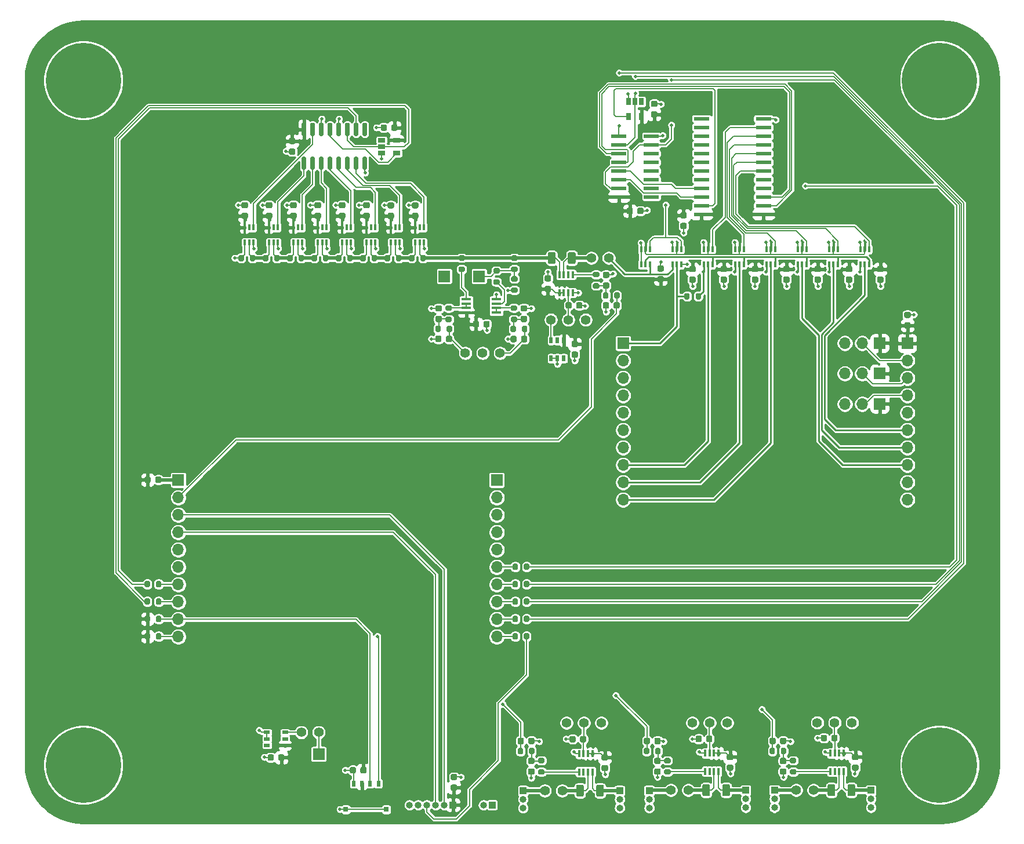
<source format=gbr>
%TF.GenerationSoftware,KiCad,Pcbnew,(5.1.10)-1*%
%TF.CreationDate,2023-07-09T15:29:33-05:00*%
%TF.ProjectId,multiplexer cell tester,6d756c74-6970-46c6-9578-65722063656c,A*%
%TF.SameCoordinates,Original*%
%TF.FileFunction,Copper,L1,Top*%
%TF.FilePolarity,Positive*%
%FSLAX46Y46*%
G04 Gerber Fmt 4.6, Leading zero omitted, Abs format (unit mm)*
G04 Created by KiCad (PCBNEW (5.1.10)-1) date 2023-07-09 15:29:33*
%MOMM*%
%LPD*%
G01*
G04 APERTURE LIST*
%TA.AperFunction,ComponentPad*%
%ADD10C,11.000000*%
%TD*%
%TA.AperFunction,SMDPad,CuDef*%
%ADD11R,0.650000X1.060000*%
%TD*%
%TA.AperFunction,SMDPad,CuDef*%
%ADD12R,1.060000X0.650000*%
%TD*%
%TA.AperFunction,SMDPad,CuDef*%
%ADD13R,1.450000X0.450000*%
%TD*%
%TA.AperFunction,ComponentPad*%
%ADD14C,1.400000*%
%TD*%
%TA.AperFunction,SMDPad,CuDef*%
%ADD15R,0.876300X0.508000*%
%TD*%
%TA.AperFunction,SMDPad,CuDef*%
%ADD16R,0.508000X0.876300*%
%TD*%
%TA.AperFunction,ComponentPad*%
%ADD17R,1.700000X1.700000*%
%TD*%
%TA.AperFunction,SMDPad,CuDef*%
%ADD18R,0.457200X1.003300*%
%TD*%
%TA.AperFunction,SMDPad,CuDef*%
%ADD19R,0.355600X0.876300*%
%TD*%
%TA.AperFunction,SMDPad,CuDef*%
%ADD20R,2.311400X0.558800*%
%TD*%
%TA.AperFunction,SMDPad,CuDef*%
%ADD21R,2.184400X0.558800*%
%TD*%
%TA.AperFunction,ComponentPad*%
%ADD22O,1.000000X1.000000*%
%TD*%
%TA.AperFunction,ComponentPad*%
%ADD23R,1.000000X1.000000*%
%TD*%
%TA.AperFunction,SMDPad,CuDef*%
%ADD24R,0.600000X0.850000*%
%TD*%
%TA.AperFunction,SMDPad,CuDef*%
%ADD25R,0.700000X0.800000*%
%TD*%
%TA.AperFunction,ComponentPad*%
%ADD26O,1.700000X1.700000*%
%TD*%
%TA.AperFunction,ViaPad*%
%ADD27C,0.508000*%
%TD*%
%TA.AperFunction,Conductor*%
%ADD28C,0.152400*%
%TD*%
%TA.AperFunction,Conductor*%
%ADD29C,0.508000*%
%TD*%
%TA.AperFunction,Conductor*%
%ADD30C,0.254000*%
%TD*%
%TA.AperFunction,Conductor*%
%ADD31C,0.100000*%
%TD*%
G04 APERTURE END LIST*
%TO.P,R8,2*%
%TO.N,Net-(R8-Pad2)*%
%TA.AperFunction,SMDPad,CuDef*%
G36*
G01*
X175748500Y-74062000D02*
X175748500Y-73512000D01*
G75*
G02*
X175948500Y-73312000I200000J0D01*
G01*
X176348500Y-73312000D01*
G75*
G02*
X176548500Y-73512000I0J-200000D01*
G01*
X176548500Y-74062000D01*
G75*
G02*
X176348500Y-74262000I-200000J0D01*
G01*
X175948500Y-74262000D01*
G75*
G02*
X175748500Y-74062000I0J200000D01*
G01*
G37*
%TD.AperFunction*%
%TO.P,R8,1*%
%TO.N,Net-(J3-Pad1)*%
%TA.AperFunction,SMDPad,CuDef*%
G36*
G01*
X174098500Y-74062000D02*
X174098500Y-73512000D01*
G75*
G02*
X174298500Y-73312000I200000J0D01*
G01*
X174698500Y-73312000D01*
G75*
G02*
X174898500Y-73512000I0J-200000D01*
G01*
X174898500Y-74062000D01*
G75*
G02*
X174698500Y-74262000I-200000J0D01*
G01*
X174298500Y-74262000D01*
G75*
G02*
X174098500Y-74062000I0J200000D01*
G01*
G37*
%TD.AperFunction*%
%TD*%
D10*
%TO.P,REF\u002A\u002A,1*%
%TO.N,N/C*%
X86360000Y-42240000D03*
%TD*%
%TO.P,REF\u002A\u002A,1*%
%TO.N,N/C*%
X211360000Y-42240000D03*
%TD*%
%TO.P,REF\u002A\u002A,1*%
%TO.N,N/C*%
X211360000Y-142240000D03*
%TD*%
%TO.P,REF\u002A\u002A,1*%
%TO.N,N/C*%
X86360000Y-142240000D03*
%TD*%
%TO.P,C10,2*%
%TO.N,GND*%
%TA.AperFunction,SMDPad,CuDef*%
G36*
G01*
X130675500Y-48899000D02*
X130675500Y-49399000D01*
G75*
G02*
X130450500Y-49624000I-225000J0D01*
G01*
X130000500Y-49624000D01*
G75*
G02*
X129775500Y-49399000I0J225000D01*
G01*
X129775500Y-48899000D01*
G75*
G02*
X130000500Y-48674000I225000J0D01*
G01*
X130450500Y-48674000D01*
G75*
G02*
X130675500Y-48899000I0J-225000D01*
G01*
G37*
%TD.AperFunction*%
%TO.P,C10,1*%
%TO.N,+3V3*%
%TA.AperFunction,SMDPad,CuDef*%
G36*
G01*
X132225500Y-48899000D02*
X132225500Y-49399000D01*
G75*
G02*
X132000500Y-49624000I-225000J0D01*
G01*
X131550500Y-49624000D01*
G75*
G02*
X131325500Y-49399000I0J225000D01*
G01*
X131325500Y-48899000D01*
G75*
G02*
X131550500Y-48674000I225000J0D01*
G01*
X132000500Y-48674000D01*
G75*
G02*
X132225500Y-48899000I0J-225000D01*
G01*
G37*
%TD.AperFunction*%
%TD*%
D11*
%TO.P,U2,5*%
%TO.N,+3V3*%
X167866100Y-47556600D03*
%TO.P,U2,4*%
%TO.N,Net-(U2-Pad4)*%
X165966100Y-47556600D03*
%TO.P,U2,3*%
%TO.N,GND*%
X165966100Y-45356600D03*
%TO.P,U2,2*%
%TO.N,ENABLE_PANEL_SWITCH*%
X166916100Y-45356600D03*
%TO.P,U2,1*%
%TO.N,Net-(U2-Pad1)*%
X167866100Y-45356600D03*
%TD*%
D12*
%TO.P,U1,5*%
%TO.N,+3V3*%
X132100500Y-50993000D03*
%TO.P,U1,4*%
%TO.N,/Resistor Ladder/LADDER_LATCH*%
X132100500Y-52893000D03*
%TO.P,U1,3*%
%TO.N,GND*%
X129900500Y-52893000D03*
%TO.P,U1,2*%
%TO.N,LADDER_CLOCK*%
X129900500Y-51943000D03*
%TO.P,U1,1*%
%TO.N,Net-(U1-Pad1)*%
X129900500Y-50993000D03*
%TD*%
D13*
%TO.P,U23,8*%
%TO.N,+3V3*%
X142262500Y-76159000D03*
%TO.P,U23,7*%
%TO.N,Net-(R20-Pad2)*%
X142262500Y-75509000D03*
%TO.P,U23,6*%
X142262500Y-74859000D03*
%TO.P,U23,5*%
%TO.N,Net-(R28-Pad1)*%
X142262500Y-74209000D03*
%TO.P,U23,4*%
%TO.N,GND*%
X146662500Y-74209000D03*
%TO.P,U23,3*%
%TO.N,Net-(R24-Pad1)*%
X146662500Y-74859000D03*
%TO.P,U23,2*%
%TO.N,Net-(R22-Pad2)*%
X146662500Y-75509000D03*
%TO.P,U23,1*%
X146662500Y-76159000D03*
%TD*%
D14*
%TO.P,TP17,2*%
%TO.N,READ_VOLTAGE*%
X144665700Y-82092800D03*
%TO.P,TP17,1*%
%TO.N,Net-(C29-Pad1)*%
X147205700Y-82092800D03*
%TD*%
%TO.P,TP16,2*%
%TO.N,READ_VOLTAGE*%
X144665700Y-82092800D03*
%TO.P,TP16,1*%
%TO.N,Net-(C28-Pad1)*%
X142125700Y-82092800D03*
%TD*%
%TO.P,R28,2*%
%TO.N,/Curve Tracer/LADDER_VOLTAGE*%
%TA.AperFunction,SMDPad,CuDef*%
G36*
G01*
X141880000Y-68599500D02*
X141330000Y-68599500D01*
G75*
G02*
X141130000Y-68399500I0J200000D01*
G01*
X141130000Y-67999500D01*
G75*
G02*
X141330000Y-67799500I200000J0D01*
G01*
X141880000Y-67799500D01*
G75*
G02*
X142080000Y-67999500I0J-200000D01*
G01*
X142080000Y-68399500D01*
G75*
G02*
X141880000Y-68599500I-200000J0D01*
G01*
G37*
%TD.AperFunction*%
%TO.P,R28,1*%
%TO.N,Net-(R28-Pad1)*%
%TA.AperFunction,SMDPad,CuDef*%
G36*
G01*
X141880000Y-70249500D02*
X141330000Y-70249500D01*
G75*
G02*
X141130000Y-70049500I0J200000D01*
G01*
X141130000Y-69649500D01*
G75*
G02*
X141330000Y-69449500I200000J0D01*
G01*
X141880000Y-69449500D01*
G75*
G02*
X142080000Y-69649500I0J-200000D01*
G01*
X142080000Y-70049500D01*
G75*
G02*
X141880000Y-70249500I-200000J0D01*
G01*
G37*
%TD.AperFunction*%
%TD*%
%TO.P,R20,2*%
%TO.N,Net-(R20-Pad2)*%
%TA.AperFunction,SMDPad,CuDef*%
G36*
G01*
X139975000Y-75902000D02*
X139425000Y-75902000D01*
G75*
G02*
X139225000Y-75702000I0J200000D01*
G01*
X139225000Y-75302000D01*
G75*
G02*
X139425000Y-75102000I200000J0D01*
G01*
X139975000Y-75102000D01*
G75*
G02*
X140175000Y-75302000I0J-200000D01*
G01*
X140175000Y-75702000D01*
G75*
G02*
X139975000Y-75902000I-200000J0D01*
G01*
G37*
%TD.AperFunction*%
%TO.P,R20,1*%
%TO.N,Net-(C30-Pad1)*%
%TA.AperFunction,SMDPad,CuDef*%
G36*
G01*
X139975000Y-77552000D02*
X139425000Y-77552000D01*
G75*
G02*
X139225000Y-77352000I0J200000D01*
G01*
X139225000Y-76952000D01*
G75*
G02*
X139425000Y-76752000I200000J0D01*
G01*
X139975000Y-76752000D01*
G75*
G02*
X140175000Y-76952000I0J-200000D01*
G01*
X140175000Y-77352000D01*
G75*
G02*
X139975000Y-77552000I-200000J0D01*
G01*
G37*
%TD.AperFunction*%
%TD*%
%TO.P,R18,2*%
%TO.N,Net-(C30-Pad1)*%
%TA.AperFunction,SMDPad,CuDef*%
G36*
G01*
X138551100Y-78274500D02*
X138551100Y-78824500D01*
G75*
G02*
X138351100Y-79024500I-200000J0D01*
G01*
X137951100Y-79024500D01*
G75*
G02*
X137751100Y-78824500I0J200000D01*
G01*
X137751100Y-78274500D01*
G75*
G02*
X137951100Y-78074500I200000J0D01*
G01*
X138351100Y-78074500D01*
G75*
G02*
X138551100Y-78274500I0J-200000D01*
G01*
G37*
%TD.AperFunction*%
%TO.P,R18,1*%
%TO.N,Net-(C28-Pad1)*%
%TA.AperFunction,SMDPad,CuDef*%
G36*
G01*
X140201100Y-78274500D02*
X140201100Y-78824500D01*
G75*
G02*
X140001100Y-79024500I-200000J0D01*
G01*
X139601100Y-79024500D01*
G75*
G02*
X139401100Y-78824500I0J200000D01*
G01*
X139401100Y-78274500D01*
G75*
G02*
X139601100Y-78074500I200000J0D01*
G01*
X140001100Y-78074500D01*
G75*
G02*
X140201100Y-78274500I0J-200000D01*
G01*
G37*
%TD.AperFunction*%
%TD*%
%TO.P,C30,2*%
%TO.N,GND*%
%TA.AperFunction,SMDPad,CuDef*%
G36*
G01*
X138489500Y-76002000D02*
X137989500Y-76002000D01*
G75*
G02*
X137764500Y-75777000I0J225000D01*
G01*
X137764500Y-75327000D01*
G75*
G02*
X137989500Y-75102000I225000J0D01*
G01*
X138489500Y-75102000D01*
G75*
G02*
X138714500Y-75327000I0J-225000D01*
G01*
X138714500Y-75777000D01*
G75*
G02*
X138489500Y-76002000I-225000J0D01*
G01*
G37*
%TD.AperFunction*%
%TO.P,C30,1*%
%TO.N,Net-(C30-Pad1)*%
%TA.AperFunction,SMDPad,CuDef*%
G36*
G01*
X138489500Y-77552000D02*
X137989500Y-77552000D01*
G75*
G02*
X137764500Y-77327000I0J225000D01*
G01*
X137764500Y-76877000D01*
G75*
G02*
X137989500Y-76652000I225000J0D01*
G01*
X138489500Y-76652000D01*
G75*
G02*
X138714500Y-76877000I0J-225000D01*
G01*
X138714500Y-77327000D01*
G75*
G02*
X138489500Y-77552000I-225000J0D01*
G01*
G37*
%TD.AperFunction*%
%TD*%
%TO.P,C28,2*%
%TO.N,GND*%
%TA.AperFunction,SMDPad,CuDef*%
G36*
G01*
X138651100Y-79760000D02*
X138651100Y-80260000D01*
G75*
G02*
X138426100Y-80485000I-225000J0D01*
G01*
X137976100Y-80485000D01*
G75*
G02*
X137751100Y-80260000I0J225000D01*
G01*
X137751100Y-79760000D01*
G75*
G02*
X137976100Y-79535000I225000J0D01*
G01*
X138426100Y-79535000D01*
G75*
G02*
X138651100Y-79760000I0J-225000D01*
G01*
G37*
%TD.AperFunction*%
%TO.P,C28,1*%
%TO.N,Net-(C28-Pad1)*%
%TA.AperFunction,SMDPad,CuDef*%
G36*
G01*
X140201100Y-79760000D02*
X140201100Y-80260000D01*
G75*
G02*
X139976100Y-80485000I-225000J0D01*
G01*
X139526100Y-80485000D01*
G75*
G02*
X139301100Y-80260000I0J225000D01*
G01*
X139301100Y-79760000D01*
G75*
G02*
X139526100Y-79535000I225000J0D01*
G01*
X139976100Y-79535000D01*
G75*
G02*
X140201100Y-79760000I0J-225000D01*
G01*
G37*
%TD.AperFunction*%
%TD*%
D15*
%TO.P,U28,6*%
%TO.N,Net-(TP15-Pad1)*%
X115804950Y-137479999D03*
%TO.P,U28,5*%
%TO.N,N/C*%
X115804950Y-138430000D03*
%TO.P,U28,4*%
%TO.N,+3V3*%
X115804950Y-139380001D03*
%TO.P,U28,3*%
%TO.N,N/C*%
X113176050Y-139380001D03*
%TO.P,U28,2*%
%TO.N,GND*%
X113176050Y-138430000D03*
%TO.P,U28,1*%
X113176050Y-137479999D03*
%TD*%
D16*
%TO.P,U27,6*%
%TO.N,Net-(TP4-Pad2)*%
X154624999Y-80219550D03*
%TO.P,U27,5*%
%TO.N,N/C*%
X155575000Y-80219550D03*
%TO.P,U27,4*%
%TO.N,+3V3*%
X156525001Y-80219550D03*
%TO.P,U27,3*%
%TO.N,N/C*%
X156525001Y-82848450D03*
%TO.P,U27,2*%
%TO.N,GND*%
X155575000Y-82848450D03*
%TO.P,U27,1*%
X154624999Y-82848450D03*
%TD*%
D14*
%TO.P,TP15,2*%
%TO.N,Net-(J17-Pad1)*%
X120713500Y-137477500D03*
%TO.P,TP15,1*%
%TO.N,Net-(TP15-Pad1)*%
X118173500Y-137477500D03*
%TD*%
D17*
%TO.P,J17,1*%
%TO.N,Net-(J17-Pad1)*%
X120713500Y-140652500D03*
%TD*%
%TO.P,C51,2*%
%TO.N,GND*%
%TA.AperFunction,SMDPad,CuDef*%
G36*
G01*
X114165500Y-140910500D02*
X114165500Y-141410500D01*
G75*
G02*
X113940500Y-141635500I-225000J0D01*
G01*
X113490500Y-141635500D01*
G75*
G02*
X113265500Y-141410500I0J225000D01*
G01*
X113265500Y-140910500D01*
G75*
G02*
X113490500Y-140685500I225000J0D01*
G01*
X113940500Y-140685500D01*
G75*
G02*
X114165500Y-140910500I0J-225000D01*
G01*
G37*
%TD.AperFunction*%
%TO.P,C51,1*%
%TO.N,+3V3*%
%TA.AperFunction,SMDPad,CuDef*%
G36*
G01*
X115715500Y-140910500D02*
X115715500Y-141410500D01*
G75*
G02*
X115490500Y-141635500I-225000J0D01*
G01*
X115040500Y-141635500D01*
G75*
G02*
X114815500Y-141410500I0J225000D01*
G01*
X114815500Y-140910500D01*
G75*
G02*
X115040500Y-140685500I225000J0D01*
G01*
X115490500Y-140685500D01*
G75*
G02*
X115715500Y-140910500I0J-225000D01*
G01*
G37*
%TD.AperFunction*%
%TD*%
D18*
%TO.P,U26,8*%
%TO.N,Net-(J13-Pad1)*%
X160677499Y-143249650D03*
%TO.P,U26,7*%
%TO.N,Net-(R38-Pad2)*%
X160027501Y-143249650D03*
%TO.P,U26,6*%
%TO.N,Net-(U26-Pad6)*%
X159377499Y-143249650D03*
%TO.P,U26,5*%
%TO.N,Net-(R35-Pad2)*%
X158727501Y-143249650D03*
%TO.P,U26,4*%
%TO.N,GND*%
X158727501Y-140595350D03*
%TO.P,U26,3*%
%TO.N,Net-(C50-Pad1)*%
X159377499Y-140595350D03*
%TO.P,U26,2*%
%TO.N,+3V3*%
X160027501Y-140595350D03*
%TO.P,U26,1*%
X160677499Y-140595350D03*
%TD*%
%TO.P,U25,8*%
%TO.N,Net-(J12-Pad1)*%
X179092499Y-143186150D03*
%TO.P,U25,7*%
%TO.N,Net-(R37-Pad2)*%
X178442501Y-143186150D03*
%TO.P,U25,6*%
%TO.N,Net-(U25-Pad6)*%
X177792499Y-143186150D03*
%TO.P,U25,5*%
%TO.N,Net-(R34-Pad2)*%
X177142501Y-143186150D03*
%TO.P,U25,4*%
%TO.N,GND*%
X177142501Y-140531850D03*
%TO.P,U25,3*%
%TO.N,Net-(C49-Pad1)*%
X177792499Y-140531850D03*
%TO.P,U25,2*%
%TO.N,+3V3*%
X178442501Y-140531850D03*
%TO.P,U25,1*%
X179092499Y-140531850D03*
%TD*%
%TO.P,U24,8*%
%TO.N,Net-(J11-Pad1)*%
X197380499Y-143186150D03*
%TO.P,U24,7*%
%TO.N,Net-(R36-Pad2)*%
X196730501Y-143186150D03*
%TO.P,U24,6*%
%TO.N,Net-(U24-Pad6)*%
X196080499Y-143186150D03*
%TO.P,U24,5*%
%TO.N,Net-(R33-Pad2)*%
X195430501Y-143186150D03*
%TO.P,U24,4*%
%TO.N,GND*%
X195430501Y-140531850D03*
%TO.P,U24,3*%
%TO.N,Net-(C48-Pad1)*%
X196080499Y-140531850D03*
%TO.P,U24,2*%
%TO.N,+3V3*%
X196730501Y-140531850D03*
%TO.P,U24,1*%
X197380499Y-140531850D03*
%TD*%
%TO.P,U22,8*%
%TO.N,/Curve Tracer/LADDER_VOLTAGE*%
X155870001Y-70618350D03*
%TO.P,U22,7*%
%TO.N,Net-(R23-Pad2)*%
X156519999Y-70618350D03*
%TO.P,U22,6*%
%TO.N,Net-(U22-Pad6)*%
X157170001Y-70618350D03*
%TO.P,U22,5*%
%TO.N,Net-(R21-Pad2)*%
X157819999Y-70618350D03*
%TO.P,U22,4*%
%TO.N,GND*%
X157819999Y-73272650D03*
%TO.P,U22,3*%
%TO.N,Net-(C33-Pad1)*%
X157170001Y-73272650D03*
%TO.P,U22,2*%
%TO.N,+3V3*%
X156519999Y-73272650D03*
%TO.P,U22,1*%
X155870001Y-73272650D03*
%TD*%
D19*
%TO.P,U21,6*%
%TO.N,+3V3*%
X134795501Y-63722250D03*
%TO.P,U21,5*%
%TO.N,Net-(U21-Pad5)*%
X135445500Y-63722250D03*
%TO.P,U21,4*%
%TO.N,Net-(U13-Pad7)*%
X136095499Y-63722250D03*
%TO.P,U21,3*%
%TO.N,GND*%
X136095499Y-65944750D03*
%TO.P,U21,2*%
%TO.N,/Curve Tracer/LADDER_VOLTAGE*%
X135445500Y-65944750D03*
%TO.P,U21,1*%
%TO.N,Net-(R15-Pad1)*%
X134795501Y-65944750D03*
%TD*%
%TO.P,U20,6*%
%TO.N,+3V3*%
X131239501Y-63722250D03*
%TO.P,U20,5*%
%TO.N,Net-(U20-Pad5)*%
X131889500Y-63722250D03*
%TO.P,U20,4*%
%TO.N,Net-(U13-Pad6)*%
X132539499Y-63722250D03*
%TO.P,U20,3*%
%TO.N,GND*%
X132539499Y-65944750D03*
%TO.P,U20,2*%
%TO.N,Net-(R15-Pad1)*%
X131889500Y-65944750D03*
%TO.P,U20,1*%
%TO.N,Net-(R14-Pad1)*%
X131239501Y-65944750D03*
%TD*%
%TO.P,U19,6*%
%TO.N,+3V3*%
X127683501Y-63722250D03*
%TO.P,U19,5*%
%TO.N,Net-(U19-Pad5)*%
X128333500Y-63722250D03*
%TO.P,U19,4*%
%TO.N,Net-(U13-Pad5)*%
X128983499Y-63722250D03*
%TO.P,U19,3*%
%TO.N,GND*%
X128983499Y-65944750D03*
%TO.P,U19,2*%
%TO.N,Net-(R14-Pad1)*%
X128333500Y-65944750D03*
%TO.P,U19,1*%
%TO.N,Net-(R13-Pad1)*%
X127683501Y-65944750D03*
%TD*%
%TO.P,U18,6*%
%TO.N,+3V3*%
X124127501Y-63722250D03*
%TO.P,U18,5*%
%TO.N,Net-(U18-Pad5)*%
X124777500Y-63722250D03*
%TO.P,U18,4*%
%TO.N,Net-(U13-Pad4)*%
X125427499Y-63722250D03*
%TO.P,U18,3*%
%TO.N,GND*%
X125427499Y-65944750D03*
%TO.P,U18,2*%
%TO.N,Net-(R13-Pad1)*%
X124777500Y-65944750D03*
%TO.P,U18,1*%
%TO.N,Net-(R12-Pad1)*%
X124127501Y-65944750D03*
%TD*%
%TO.P,U17,6*%
%TO.N,+3V3*%
X120571501Y-63722250D03*
%TO.P,U17,5*%
%TO.N,Net-(U17-Pad5)*%
X121221500Y-63722250D03*
%TO.P,U17,4*%
%TO.N,Net-(U13-Pad3)*%
X121871499Y-63722250D03*
%TO.P,U17,3*%
%TO.N,GND*%
X121871499Y-65944750D03*
%TO.P,U17,2*%
%TO.N,Net-(R12-Pad1)*%
X121221500Y-65944750D03*
%TO.P,U17,1*%
%TO.N,Net-(R11-Pad1)*%
X120571501Y-65944750D03*
%TD*%
%TO.P,U16,6*%
%TO.N,+3V3*%
X117015501Y-63722250D03*
%TO.P,U16,5*%
%TO.N,Net-(U16-Pad5)*%
X117665500Y-63722250D03*
%TO.P,U16,4*%
%TO.N,Net-(U13-Pad2)*%
X118315499Y-63722250D03*
%TO.P,U16,3*%
%TO.N,GND*%
X118315499Y-65944750D03*
%TO.P,U16,2*%
%TO.N,Net-(R11-Pad1)*%
X117665500Y-65944750D03*
%TO.P,U16,1*%
%TO.N,Net-(R10-Pad1)*%
X117015501Y-65944750D03*
%TD*%
%TO.P,U15,6*%
%TO.N,+3V3*%
X113459501Y-63722250D03*
%TO.P,U15,5*%
%TO.N,Net-(U15-Pad5)*%
X114109500Y-63722250D03*
%TO.P,U15,4*%
%TO.N,Net-(U13-Pad1)*%
X114759499Y-63722250D03*
%TO.P,U15,3*%
%TO.N,GND*%
X114759499Y-65944750D03*
%TO.P,U15,2*%
%TO.N,Net-(R10-Pad1)*%
X114109500Y-65944750D03*
%TO.P,U15,1*%
%TO.N,Net-(R10-Pad2)*%
X113459501Y-65944750D03*
%TD*%
%TO.P,U14,6*%
%TO.N,+3V3*%
X109903501Y-63722250D03*
%TO.P,U14,5*%
%TO.N,Net-(U14-Pad5)*%
X110553500Y-63722250D03*
%TO.P,U14,4*%
%TO.N,Net-(U13-Pad15)*%
X111203499Y-63722250D03*
%TO.P,U14,3*%
%TO.N,GND*%
X111203499Y-65944750D03*
%TO.P,U14,2*%
%TO.N,Net-(R10-Pad2)*%
X110553500Y-65944750D03*
%TO.P,U14,1*%
%TO.N,GND*%
X109903501Y-65944750D03*
%TD*%
%TO.P,U13,16*%
%TO.N,+3V3*%
%TA.AperFunction,SMDPad,CuDef*%
G36*
G01*
X118704500Y-50379500D02*
X118404500Y-50379500D01*
G75*
G02*
X118254500Y-50229500I0J150000D01*
G01*
X118254500Y-48579500D01*
G75*
G02*
X118404500Y-48429500I150000J0D01*
G01*
X118704500Y-48429500D01*
G75*
G02*
X118854500Y-48579500I0J-150000D01*
G01*
X118854500Y-50229500D01*
G75*
G02*
X118704500Y-50379500I-150000J0D01*
G01*
G37*
%TD.AperFunction*%
%TO.P,U13,15*%
%TO.N,Net-(U13-Pad15)*%
%TA.AperFunction,SMDPad,CuDef*%
G36*
G01*
X119974500Y-50379500D02*
X119674500Y-50379500D01*
G75*
G02*
X119524500Y-50229500I0J150000D01*
G01*
X119524500Y-48579500D01*
G75*
G02*
X119674500Y-48429500I150000J0D01*
G01*
X119974500Y-48429500D01*
G75*
G02*
X120124500Y-48579500I0J-150000D01*
G01*
X120124500Y-50229500D01*
G75*
G02*
X119974500Y-50379500I-150000J0D01*
G01*
G37*
%TD.AperFunction*%
%TO.P,U13,14*%
%TO.N,GND*%
%TA.AperFunction,SMDPad,CuDef*%
G36*
G01*
X121244500Y-50379500D02*
X120944500Y-50379500D01*
G75*
G02*
X120794500Y-50229500I0J150000D01*
G01*
X120794500Y-48579500D01*
G75*
G02*
X120944500Y-48429500I150000J0D01*
G01*
X121244500Y-48429500D01*
G75*
G02*
X121394500Y-48579500I0J-150000D01*
G01*
X121394500Y-50229500D01*
G75*
G02*
X121244500Y-50379500I-150000J0D01*
G01*
G37*
%TD.AperFunction*%
%TO.P,U13,13*%
%TO.N,/Resistor Ladder/LADDER_LATCH*%
%TA.AperFunction,SMDPad,CuDef*%
G36*
G01*
X122514500Y-50379500D02*
X122214500Y-50379500D01*
G75*
G02*
X122064500Y-50229500I0J150000D01*
G01*
X122064500Y-48579500D01*
G75*
G02*
X122214500Y-48429500I150000J0D01*
G01*
X122514500Y-48429500D01*
G75*
G02*
X122664500Y-48579500I0J-150000D01*
G01*
X122664500Y-50229500D01*
G75*
G02*
X122514500Y-50379500I-150000J0D01*
G01*
G37*
%TD.AperFunction*%
%TO.P,U13,12*%
%TO.N,GND*%
%TA.AperFunction,SMDPad,CuDef*%
G36*
G01*
X123784500Y-50379500D02*
X123484500Y-50379500D01*
G75*
G02*
X123334500Y-50229500I0J150000D01*
G01*
X123334500Y-48579500D01*
G75*
G02*
X123484500Y-48429500I150000J0D01*
G01*
X123784500Y-48429500D01*
G75*
G02*
X123934500Y-48579500I0J-150000D01*
G01*
X123934500Y-50229500D01*
G75*
G02*
X123784500Y-50379500I-150000J0D01*
G01*
G37*
%TD.AperFunction*%
%TO.P,U13,11*%
%TO.N,LADDER_CLOCK*%
%TA.AperFunction,SMDPad,CuDef*%
G36*
G01*
X125054500Y-50379500D02*
X124754500Y-50379500D01*
G75*
G02*
X124604500Y-50229500I0J150000D01*
G01*
X124604500Y-48579500D01*
G75*
G02*
X124754500Y-48429500I150000J0D01*
G01*
X125054500Y-48429500D01*
G75*
G02*
X125204500Y-48579500I0J-150000D01*
G01*
X125204500Y-50229500D01*
G75*
G02*
X125054500Y-50379500I-150000J0D01*
G01*
G37*
%TD.AperFunction*%
%TO.P,U13,10*%
%TO.N,~LADDER_RESET*%
%TA.AperFunction,SMDPad,CuDef*%
G36*
G01*
X126324500Y-50379500D02*
X126024500Y-50379500D01*
G75*
G02*
X125874500Y-50229500I0J150000D01*
G01*
X125874500Y-48579500D01*
G75*
G02*
X126024500Y-48429500I150000J0D01*
G01*
X126324500Y-48429500D01*
G75*
G02*
X126474500Y-48579500I0J-150000D01*
G01*
X126474500Y-50229500D01*
G75*
G02*
X126324500Y-50379500I-150000J0D01*
G01*
G37*
%TD.AperFunction*%
%TO.P,U13,9*%
%TO.N,Net-(U13-Pad9)*%
%TA.AperFunction,SMDPad,CuDef*%
G36*
G01*
X127594500Y-50379500D02*
X127294500Y-50379500D01*
G75*
G02*
X127144500Y-50229500I0J150000D01*
G01*
X127144500Y-48579500D01*
G75*
G02*
X127294500Y-48429500I150000J0D01*
G01*
X127594500Y-48429500D01*
G75*
G02*
X127744500Y-48579500I0J-150000D01*
G01*
X127744500Y-50229500D01*
G75*
G02*
X127594500Y-50379500I-150000J0D01*
G01*
G37*
%TD.AperFunction*%
%TO.P,U13,8*%
%TO.N,GND*%
%TA.AperFunction,SMDPad,CuDef*%
G36*
G01*
X127594500Y-55329500D02*
X127294500Y-55329500D01*
G75*
G02*
X127144500Y-55179500I0J150000D01*
G01*
X127144500Y-53529500D01*
G75*
G02*
X127294500Y-53379500I150000J0D01*
G01*
X127594500Y-53379500D01*
G75*
G02*
X127744500Y-53529500I0J-150000D01*
G01*
X127744500Y-55179500D01*
G75*
G02*
X127594500Y-55329500I-150000J0D01*
G01*
G37*
%TD.AperFunction*%
%TO.P,U13,7*%
%TO.N,Net-(U13-Pad7)*%
%TA.AperFunction,SMDPad,CuDef*%
G36*
G01*
X126324500Y-55329500D02*
X126024500Y-55329500D01*
G75*
G02*
X125874500Y-55179500I0J150000D01*
G01*
X125874500Y-53529500D01*
G75*
G02*
X126024500Y-53379500I150000J0D01*
G01*
X126324500Y-53379500D01*
G75*
G02*
X126474500Y-53529500I0J-150000D01*
G01*
X126474500Y-55179500D01*
G75*
G02*
X126324500Y-55329500I-150000J0D01*
G01*
G37*
%TD.AperFunction*%
%TO.P,U13,6*%
%TO.N,Net-(U13-Pad6)*%
%TA.AperFunction,SMDPad,CuDef*%
G36*
G01*
X125054500Y-55329500D02*
X124754500Y-55329500D01*
G75*
G02*
X124604500Y-55179500I0J150000D01*
G01*
X124604500Y-53529500D01*
G75*
G02*
X124754500Y-53379500I150000J0D01*
G01*
X125054500Y-53379500D01*
G75*
G02*
X125204500Y-53529500I0J-150000D01*
G01*
X125204500Y-55179500D01*
G75*
G02*
X125054500Y-55329500I-150000J0D01*
G01*
G37*
%TD.AperFunction*%
%TO.P,U13,5*%
%TO.N,Net-(U13-Pad5)*%
%TA.AperFunction,SMDPad,CuDef*%
G36*
G01*
X123784500Y-55329500D02*
X123484500Y-55329500D01*
G75*
G02*
X123334500Y-55179500I0J150000D01*
G01*
X123334500Y-53529500D01*
G75*
G02*
X123484500Y-53379500I150000J0D01*
G01*
X123784500Y-53379500D01*
G75*
G02*
X123934500Y-53529500I0J-150000D01*
G01*
X123934500Y-55179500D01*
G75*
G02*
X123784500Y-55329500I-150000J0D01*
G01*
G37*
%TD.AperFunction*%
%TO.P,U13,4*%
%TO.N,Net-(U13-Pad4)*%
%TA.AperFunction,SMDPad,CuDef*%
G36*
G01*
X122514500Y-55329500D02*
X122214500Y-55329500D01*
G75*
G02*
X122064500Y-55179500I0J150000D01*
G01*
X122064500Y-53529500D01*
G75*
G02*
X122214500Y-53379500I150000J0D01*
G01*
X122514500Y-53379500D01*
G75*
G02*
X122664500Y-53529500I0J-150000D01*
G01*
X122664500Y-55179500D01*
G75*
G02*
X122514500Y-55329500I-150000J0D01*
G01*
G37*
%TD.AperFunction*%
%TO.P,U13,3*%
%TO.N,Net-(U13-Pad3)*%
%TA.AperFunction,SMDPad,CuDef*%
G36*
G01*
X121244500Y-55329500D02*
X120944500Y-55329500D01*
G75*
G02*
X120794500Y-55179500I0J150000D01*
G01*
X120794500Y-53529500D01*
G75*
G02*
X120944500Y-53379500I150000J0D01*
G01*
X121244500Y-53379500D01*
G75*
G02*
X121394500Y-53529500I0J-150000D01*
G01*
X121394500Y-55179500D01*
G75*
G02*
X121244500Y-55329500I-150000J0D01*
G01*
G37*
%TD.AperFunction*%
%TO.P,U13,2*%
%TO.N,Net-(U13-Pad2)*%
%TA.AperFunction,SMDPad,CuDef*%
G36*
G01*
X119974500Y-55329500D02*
X119674500Y-55329500D01*
G75*
G02*
X119524500Y-55179500I0J150000D01*
G01*
X119524500Y-53529500D01*
G75*
G02*
X119674500Y-53379500I150000J0D01*
G01*
X119974500Y-53379500D01*
G75*
G02*
X120124500Y-53529500I0J-150000D01*
G01*
X120124500Y-55179500D01*
G75*
G02*
X119974500Y-55329500I-150000J0D01*
G01*
G37*
%TD.AperFunction*%
%TO.P,U13,1*%
%TO.N,Net-(U13-Pad1)*%
%TA.AperFunction,SMDPad,CuDef*%
G36*
G01*
X118704500Y-55329500D02*
X118404500Y-55329500D01*
G75*
G02*
X118254500Y-55179500I0J150000D01*
G01*
X118254500Y-53529500D01*
G75*
G02*
X118404500Y-53379500I150000J0D01*
G01*
X118704500Y-53379500D01*
G75*
G02*
X118854500Y-53529500I0J-150000D01*
G01*
X118854500Y-55179500D01*
G75*
G02*
X118704500Y-55329500I-150000J0D01*
G01*
G37*
%TD.AperFunction*%
%TD*%
%TO.P,U12,6*%
%TO.N,/Curve Tracer/PANEL_VOLTAGE*%
X169090099Y-69157850D03*
%TO.P,U12,5*%
%TO.N,Net-(U10-Pad6)*%
X168440100Y-69157850D03*
%TO.P,U12,4*%
%TO.N,GND*%
X167790101Y-69157850D03*
%TO.P,U12,3*%
X167790101Y-66935350D03*
%TO.P,U12,2*%
%TO.N,+3V3*%
X168440100Y-66935350D03*
%TO.P,U12,1*%
%TO.N,REVERSE_BIAS*%
X169090099Y-66935350D03*
%TD*%
%TO.P,U11,6*%
%TO.N,GND*%
X173662099Y-69157850D03*
%TO.P,U11,5*%
%TO.N,Net-(J3-Pad1)*%
X173012100Y-69157850D03*
%TO.P,U11,4*%
%TO.N,/Curve Tracer/PANEL_VOLTAGE*%
X172362101Y-69157850D03*
%TO.P,U11,3*%
%TO.N,GND*%
X172362101Y-66935350D03*
%TO.P,U11,2*%
%TO.N,+3V3*%
X173012100Y-66935350D03*
%TO.P,U11,1*%
%TO.N,REVERSE_BIAS*%
X173662099Y-66935350D03*
%TD*%
%TO.P,U10,6*%
%TO.N,Net-(U10-Pad6)*%
X201094099Y-69157850D03*
%TO.P,U10,5*%
%TO.N,Net-(J4-Pad6)*%
X200444100Y-69157850D03*
%TO.P,U10,4*%
%TO.N,Net-(R8-Pad2)*%
X199794101Y-69157850D03*
%TO.P,U10,3*%
%TO.N,GND*%
X199794101Y-66935350D03*
%TO.P,U10,2*%
%TO.N,+3V3*%
X200444100Y-66935350D03*
%TO.P,U10,1*%
%TO.N,Net-(U10-Pad1)*%
X201094099Y-66935350D03*
%TD*%
%TO.P,U9,6*%
%TO.N,Net-(U10-Pad6)*%
X196522099Y-69157850D03*
%TO.P,U9,5*%
%TO.N,Net-(J4-Pad7)*%
X195872100Y-69157850D03*
%TO.P,U9,4*%
%TO.N,Net-(R8-Pad2)*%
X195222101Y-69157850D03*
%TO.P,U9,3*%
%TO.N,GND*%
X195222101Y-66935350D03*
%TO.P,U9,2*%
%TO.N,+3V3*%
X195872100Y-66935350D03*
%TO.P,U9,1*%
%TO.N,Net-(U4-Pad7)*%
X196522099Y-66935350D03*
%TD*%
%TO.P,U8,6*%
%TO.N,Net-(U10-Pad6)*%
X191950099Y-69157850D03*
%TO.P,U8,5*%
%TO.N,Net-(J4-Pad8)*%
X191300100Y-69157850D03*
%TO.P,U8,4*%
%TO.N,Net-(R8-Pad2)*%
X190650101Y-69157850D03*
%TO.P,U8,3*%
%TO.N,GND*%
X190650101Y-66935350D03*
%TO.P,U8,2*%
%TO.N,+3V3*%
X191300100Y-66935350D03*
%TO.P,U8,1*%
%TO.N,Net-(U4-Pad8)*%
X191950099Y-66935350D03*
%TD*%
%TO.P,U7,6*%
%TO.N,Net-(U10-Pad6)*%
X182806099Y-69157850D03*
%TO.P,U7,5*%
%TO.N,Net-(J3-Pad9)*%
X182156100Y-69157850D03*
%TO.P,U7,4*%
%TO.N,Net-(R8-Pad2)*%
X181506101Y-69157850D03*
%TO.P,U7,3*%
%TO.N,GND*%
X181506101Y-66935350D03*
%TO.P,U7,2*%
%TO.N,+3V3*%
X182156100Y-66935350D03*
%TO.P,U7,1*%
%TO.N,Net-(U4-Pad10)*%
X182806099Y-66935350D03*
%TD*%
%TO.P,U6,6*%
%TO.N,Net-(U10-Pad6)*%
X187378099Y-69157850D03*
%TO.P,U6,5*%
%TO.N,Net-(J3-Pad10)*%
X186728100Y-69157850D03*
%TO.P,U6,4*%
%TO.N,Net-(R8-Pad2)*%
X186078101Y-69157850D03*
%TO.P,U6,3*%
%TO.N,GND*%
X186078101Y-66935350D03*
%TO.P,U6,2*%
%TO.N,+3V3*%
X186728100Y-66935350D03*
%TO.P,U6,1*%
%TO.N,Net-(U4-Pad9)*%
X187378099Y-66935350D03*
%TD*%
%TO.P,U5,6*%
%TO.N,Net-(U10-Pad6)*%
X178234099Y-69157850D03*
%TO.P,U5,5*%
%TO.N,Net-(J3-Pad8)*%
X177584100Y-69157850D03*
%TO.P,U5,4*%
%TO.N,Net-(R8-Pad2)*%
X176934101Y-69157850D03*
%TO.P,U5,3*%
%TO.N,GND*%
X176934101Y-66935350D03*
%TO.P,U5,2*%
%TO.N,+3V3*%
X177584100Y-66935350D03*
%TO.P,U5,1*%
%TO.N,Net-(U4-Pad11)*%
X178234099Y-66935350D03*
%TD*%
D20*
%TO.P,U4,24*%
%TO.N,+3V3*%
X176618900Y-61823600D03*
%TO.P,U4,23*%
%TO.N,Net-(U2-Pad4)*%
X176618900Y-60553600D03*
%TO.P,U4,22*%
%TO.N,Net-(U3-Pad14)*%
X176618900Y-59283600D03*
%TO.P,U4,21*%
%TO.N,Net-(U3-Pad13)*%
X176618900Y-58013600D03*
%TO.P,U4,20*%
%TO.N,Net-(U4-Pad20)*%
X176618900Y-56743600D03*
%TO.P,U4,19*%
%TO.N,Net-(U4-Pad19)*%
X176618900Y-55473600D03*
%TO.P,U4,18*%
%TO.N,Net-(U4-Pad18)*%
X176618900Y-54203600D03*
%TO.P,U4,17*%
%TO.N,Net-(U4-Pad17)*%
X176618900Y-52933600D03*
%TO.P,U4,16*%
%TO.N,Net-(U4-Pad16)*%
X176618900Y-51663600D03*
%TO.P,U4,15*%
%TO.N,Net-(U4-Pad15)*%
X176618900Y-50393600D03*
%TO.P,U4,14*%
%TO.N,Net-(U4-Pad14)*%
X176618900Y-49123600D03*
%TO.P,U4,13*%
%TO.N,Net-(U4-Pad13)*%
X176618900Y-47853600D03*
%TO.P,U4,12*%
%TO.N,GND*%
X185661300Y-47853600D03*
%TO.P,U4,11*%
%TO.N,Net-(U4-Pad11)*%
X185661300Y-49123600D03*
%TO.P,U4,10*%
%TO.N,Net-(U4-Pad10)*%
X185661300Y-50393600D03*
%TO.P,U4,9*%
%TO.N,Net-(U4-Pad9)*%
X185661300Y-51663600D03*
%TO.P,U4,8*%
%TO.N,Net-(U4-Pad8)*%
X185661300Y-52933600D03*
%TO.P,U4,7*%
%TO.N,Net-(U4-Pad7)*%
X185661300Y-54203600D03*
%TO.P,U4,6*%
%TO.N,Net-(U10-Pad1)*%
X185661300Y-55473600D03*
%TO.P,U4,5*%
%TO.N,Net-(U4-Pad5)*%
X185661300Y-56743600D03*
%TO.P,U4,4*%
%TO.N,Net-(U4-Pad4)*%
X185661300Y-58013600D03*
%TO.P,U4,3*%
%TO.N,Net-(U3-Pad12)*%
X185661300Y-59283600D03*
%TO.P,U4,2*%
%TO.N,Net-(U3-Pad11)*%
X185661300Y-60553600D03*
%TO.P,U4,1*%
%TO.N,+3V3*%
X185661300Y-61823600D03*
%TD*%
D21*
%TO.P,U3,16*%
%TO.N,+3V3*%
X164553900Y-59283600D03*
%TO.P,U3,15*%
%TO.N,RESET_PANEL_SWITCH*%
X164553900Y-58013600D03*
%TO.P,U3,14*%
%TO.N,Net-(U3-Pad14)*%
X164553900Y-56743600D03*
%TO.P,U3,13*%
%TO.N,Net-(U3-Pad13)*%
X164553900Y-55473600D03*
%TO.P,U3,12*%
%TO.N,Net-(U3-Pad12)*%
X164553900Y-54203600D03*
%TO.P,U3,11*%
%TO.N,Net-(U3-Pad11)*%
X164553900Y-52933600D03*
%TO.P,U3,10*%
%TO.N,ENABLE_PANEL_SWITCH*%
X164553900Y-51663600D03*
%TO.P,U3,9*%
%TO.N,10-19_CLOCK*%
X164553900Y-50393600D03*
%TO.P,U3,8*%
%TO.N,GND*%
X169278300Y-50393600D03*
%TO.P,U3,7*%
%TO.N,RESET_PANEL_SWITCH*%
X169278300Y-51663600D03*
%TO.P,U3,6*%
%TO.N,Net-(U3-Pad6)*%
X169278300Y-52933600D03*
%TO.P,U3,5*%
%TO.N,Net-(U3-Pad5)*%
X169278300Y-54203600D03*
%TO.P,U3,4*%
%TO.N,Net-(U3-Pad4)*%
X169278300Y-55473600D03*
%TO.P,U3,3*%
%TO.N,Net-(U3-Pad3)*%
X169278300Y-56743600D03*
%TO.P,U3,2*%
%TO.N,Net-(U3-Pad2)*%
X169278300Y-58013600D03*
%TO.P,U3,1*%
%TO.N,Net-(U3-Pad1)*%
X169278300Y-59283600D03*
%TD*%
D14*
%TO.P,TP14,2*%
%TO.N,GND*%
X156897100Y-136107100D03*
%TO.P,TP14,1*%
%TO.N,Net-(C50-Pad1)*%
X159437100Y-136107100D03*
%TD*%
%TO.P,TP13,2*%
%TO.N,Net-(TP13-Pad2)*%
X161977100Y-136107100D03*
%TO.P,TP13,1*%
%TO.N,Net-(C50-Pad1)*%
X159437100Y-136107100D03*
%TD*%
%TO.P,TP12,2*%
%TO.N,GND*%
X175274900Y-136107400D03*
%TO.P,TP12,1*%
%TO.N,Net-(C49-Pad1)*%
X177814900Y-136107400D03*
%TD*%
%TO.P,TP11,2*%
%TO.N,Net-(TP11-Pad2)*%
X180354900Y-136107400D03*
%TO.P,TP11,1*%
%TO.N,Net-(C49-Pad1)*%
X177814900Y-136107400D03*
%TD*%
%TO.P,TP10,2*%
%TO.N,GND*%
X193514100Y-136053600D03*
%TO.P,TP10,1*%
%TO.N,Net-(C48-Pad1)*%
X196054100Y-136053600D03*
%TD*%
%TO.P,TP9,2*%
%TO.N,Net-(TP9-Pad2)*%
X198594100Y-136053600D03*
%TO.P,TP9,1*%
%TO.N,Net-(C48-Pad1)*%
X196054100Y-136053600D03*
%TD*%
%TO.P,TP8,2*%
%TO.N,Net-(R38-Pad2)*%
X156273500Y-145986500D03*
%TO.P,TP8,1*%
%TO.N,Net-(J10-Pad1)*%
X153733500Y-145986500D03*
%TD*%
%TO.P,TP7,2*%
%TO.N,Net-(R37-Pad2)*%
X174688500Y-145923000D03*
%TO.P,TP7,1*%
%TO.N,Net-(J9-Pad1)*%
X172148500Y-145923000D03*
%TD*%
%TO.P,TP6,2*%
%TO.N,Net-(R36-Pad2)*%
X192976500Y-145923000D03*
%TO.P,TP6,1*%
%TO.N,Net-(J8-Pad1)*%
X190436500Y-145923000D03*
%TD*%
%TO.P,TP5,2*%
%TO.N,GND*%
X159702500Y-77216000D03*
%TO.P,TP5,1*%
%TO.N,Net-(C33-Pad1)*%
X157162500Y-77216000D03*
%TD*%
%TO.P,TP4,2*%
%TO.N,Net-(TP4-Pad2)*%
X154622500Y-77216000D03*
%TO.P,TP4,1*%
%TO.N,Net-(C33-Pad1)*%
X157162500Y-77216000D03*
%TD*%
D17*
%TO.P,TP3,1*%
%TO.N,GND*%
X139065000Y-70866000D03*
%TD*%
%TO.P,TP2,1*%
%TO.N,Net-(R24-Pad2)*%
X144145000Y-70866000D03*
%TD*%
D14*
%TO.P,TP1,2*%
%TO.N,Net-(R23-Pad2)*%
X160528000Y-68199000D03*
%TO.P,TP1,1*%
%TO.N,/Curve Tracer/PANEL_VOLTAGE*%
X163068000Y-68199000D03*
%TD*%
%TO.P,R40,2*%
%TO.N,+3V3*%
%TA.AperFunction,SMDPad,CuDef*%
G36*
G01*
X96095000Y-123169000D02*
X96095000Y-123719000D01*
G75*
G02*
X95895000Y-123919000I-200000J0D01*
G01*
X95495000Y-123919000D01*
G75*
G02*
X95295000Y-123719000I0J200000D01*
G01*
X95295000Y-123169000D01*
G75*
G02*
X95495000Y-122969000I200000J0D01*
G01*
X95895000Y-122969000D01*
G75*
G02*
X96095000Y-123169000I0J-200000D01*
G01*
G37*
%TD.AperFunction*%
%TO.P,R40,1*%
%TO.N,SDA*%
%TA.AperFunction,SMDPad,CuDef*%
G36*
G01*
X97745000Y-123169000D02*
X97745000Y-123719000D01*
G75*
G02*
X97545000Y-123919000I-200000J0D01*
G01*
X97145000Y-123919000D01*
G75*
G02*
X96945000Y-123719000I0J200000D01*
G01*
X96945000Y-123169000D01*
G75*
G02*
X97145000Y-122969000I200000J0D01*
G01*
X97545000Y-122969000D01*
G75*
G02*
X97745000Y-123169000I0J-200000D01*
G01*
G37*
%TD.AperFunction*%
%TD*%
%TO.P,R39,2*%
%TO.N,+3V3*%
%TA.AperFunction,SMDPad,CuDef*%
G36*
G01*
X96095000Y-120629000D02*
X96095000Y-121179000D01*
G75*
G02*
X95895000Y-121379000I-200000J0D01*
G01*
X95495000Y-121379000D01*
G75*
G02*
X95295000Y-121179000I0J200000D01*
G01*
X95295000Y-120629000D01*
G75*
G02*
X95495000Y-120429000I200000J0D01*
G01*
X95895000Y-120429000D01*
G75*
G02*
X96095000Y-120629000I0J-200000D01*
G01*
G37*
%TD.AperFunction*%
%TO.P,R39,1*%
%TO.N,SCL*%
%TA.AperFunction,SMDPad,CuDef*%
G36*
G01*
X97745000Y-120629000D02*
X97745000Y-121179000D01*
G75*
G02*
X97545000Y-121379000I-200000J0D01*
G01*
X97145000Y-121379000D01*
G75*
G02*
X96945000Y-121179000I0J200000D01*
G01*
X96945000Y-120629000D01*
G75*
G02*
X97145000Y-120429000I200000J0D01*
G01*
X97545000Y-120429000D01*
G75*
G02*
X97745000Y-120629000I0J-200000D01*
G01*
G37*
%TD.AperFunction*%
%TD*%
%TO.P,R38,2*%
%TO.N,Net-(R38-Pad2)*%
%TA.AperFunction,SMDPad,CuDef*%
G36*
G01*
X159437500Y-145361498D02*
X159437500Y-146611502D01*
G75*
G02*
X159187502Y-146861500I-249998J0D01*
G01*
X158562498Y-146861500D01*
G75*
G02*
X158312500Y-146611502I0J249998D01*
G01*
X158312500Y-145361498D01*
G75*
G02*
X158562498Y-145111500I249998J0D01*
G01*
X159187502Y-145111500D01*
G75*
G02*
X159437500Y-145361498I0J-249998D01*
G01*
G37*
%TD.AperFunction*%
%TO.P,R38,1*%
%TO.N,Net-(J13-Pad1)*%
%TA.AperFunction,SMDPad,CuDef*%
G36*
G01*
X162362500Y-145361498D02*
X162362500Y-146611502D01*
G75*
G02*
X162112502Y-146861500I-249998J0D01*
G01*
X161487498Y-146861500D01*
G75*
G02*
X161237500Y-146611502I0J249998D01*
G01*
X161237500Y-145361498D01*
G75*
G02*
X161487498Y-145111500I249998J0D01*
G01*
X162112502Y-145111500D01*
G75*
G02*
X162362500Y-145361498I0J-249998D01*
G01*
G37*
%TD.AperFunction*%
%TD*%
%TO.P,R37,2*%
%TO.N,Net-(R37-Pad2)*%
%TA.AperFunction,SMDPad,CuDef*%
G36*
G01*
X177852500Y-145297998D02*
X177852500Y-146548002D01*
G75*
G02*
X177602502Y-146798000I-249998J0D01*
G01*
X176977498Y-146798000D01*
G75*
G02*
X176727500Y-146548002I0J249998D01*
G01*
X176727500Y-145297998D01*
G75*
G02*
X176977498Y-145048000I249998J0D01*
G01*
X177602502Y-145048000D01*
G75*
G02*
X177852500Y-145297998I0J-249998D01*
G01*
G37*
%TD.AperFunction*%
%TO.P,R37,1*%
%TO.N,Net-(J12-Pad1)*%
%TA.AperFunction,SMDPad,CuDef*%
G36*
G01*
X180777500Y-145297998D02*
X180777500Y-146548002D01*
G75*
G02*
X180527502Y-146798000I-249998J0D01*
G01*
X179902498Y-146798000D01*
G75*
G02*
X179652500Y-146548002I0J249998D01*
G01*
X179652500Y-145297998D01*
G75*
G02*
X179902498Y-145048000I249998J0D01*
G01*
X180527502Y-145048000D01*
G75*
G02*
X180777500Y-145297998I0J-249998D01*
G01*
G37*
%TD.AperFunction*%
%TD*%
%TO.P,R36,2*%
%TO.N,Net-(R36-Pad2)*%
%TA.AperFunction,SMDPad,CuDef*%
G36*
G01*
X196140500Y-145297998D02*
X196140500Y-146548002D01*
G75*
G02*
X195890502Y-146798000I-249998J0D01*
G01*
X195265498Y-146798000D01*
G75*
G02*
X195015500Y-146548002I0J249998D01*
G01*
X195015500Y-145297998D01*
G75*
G02*
X195265498Y-145048000I249998J0D01*
G01*
X195890502Y-145048000D01*
G75*
G02*
X196140500Y-145297998I0J-249998D01*
G01*
G37*
%TD.AperFunction*%
%TO.P,R36,1*%
%TO.N,Net-(J11-Pad1)*%
%TA.AperFunction,SMDPad,CuDef*%
G36*
G01*
X199065500Y-145297998D02*
X199065500Y-146548002D01*
G75*
G02*
X198815502Y-146798000I-249998J0D01*
G01*
X198190498Y-146798000D01*
G75*
G02*
X197940500Y-146548002I0J249998D01*
G01*
X197940500Y-145297998D01*
G75*
G02*
X198190498Y-145048000I249998J0D01*
G01*
X198815502Y-145048000D01*
G75*
G02*
X199065500Y-145297998I0J-249998D01*
G01*
G37*
%TD.AperFunction*%
%TD*%
%TO.P,R35,2*%
%TO.N,Net-(R35-Pad2)*%
%TA.AperFunction,SMDPad,CuDef*%
G36*
G01*
X152950500Y-142855500D02*
X153500500Y-142855500D01*
G75*
G02*
X153700500Y-143055500I0J-200000D01*
G01*
X153700500Y-143455500D01*
G75*
G02*
X153500500Y-143655500I-200000J0D01*
G01*
X152950500Y-143655500D01*
G75*
G02*
X152750500Y-143455500I0J200000D01*
G01*
X152750500Y-143055500D01*
G75*
G02*
X152950500Y-142855500I200000J0D01*
G01*
G37*
%TD.AperFunction*%
%TO.P,R35,1*%
%TO.N,Net-(C47-Pad1)*%
%TA.AperFunction,SMDPad,CuDef*%
G36*
G01*
X152950500Y-141205500D02*
X153500500Y-141205500D01*
G75*
G02*
X153700500Y-141405500I0J-200000D01*
G01*
X153700500Y-141805500D01*
G75*
G02*
X153500500Y-142005500I-200000J0D01*
G01*
X152950500Y-142005500D01*
G75*
G02*
X152750500Y-141805500I0J200000D01*
G01*
X152750500Y-141405500D01*
G75*
G02*
X152950500Y-141205500I200000J0D01*
G01*
G37*
%TD.AperFunction*%
%TD*%
%TO.P,R34,2*%
%TO.N,Net-(R34-Pad2)*%
%TA.AperFunction,SMDPad,CuDef*%
G36*
G01*
X171365500Y-142855500D02*
X171915500Y-142855500D01*
G75*
G02*
X172115500Y-143055500I0J-200000D01*
G01*
X172115500Y-143455500D01*
G75*
G02*
X171915500Y-143655500I-200000J0D01*
G01*
X171365500Y-143655500D01*
G75*
G02*
X171165500Y-143455500I0J200000D01*
G01*
X171165500Y-143055500D01*
G75*
G02*
X171365500Y-142855500I200000J0D01*
G01*
G37*
%TD.AperFunction*%
%TO.P,R34,1*%
%TO.N,Net-(C46-Pad1)*%
%TA.AperFunction,SMDPad,CuDef*%
G36*
G01*
X171365500Y-141205500D02*
X171915500Y-141205500D01*
G75*
G02*
X172115500Y-141405500I0J-200000D01*
G01*
X172115500Y-141805500D01*
G75*
G02*
X171915500Y-142005500I-200000J0D01*
G01*
X171365500Y-142005500D01*
G75*
G02*
X171165500Y-141805500I0J200000D01*
G01*
X171165500Y-141405500D01*
G75*
G02*
X171365500Y-141205500I200000J0D01*
G01*
G37*
%TD.AperFunction*%
%TD*%
%TO.P,R33,2*%
%TO.N,Net-(R33-Pad2)*%
%TA.AperFunction,SMDPad,CuDef*%
G36*
G01*
X189717000Y-142855500D02*
X190267000Y-142855500D01*
G75*
G02*
X190467000Y-143055500I0J-200000D01*
G01*
X190467000Y-143455500D01*
G75*
G02*
X190267000Y-143655500I-200000J0D01*
G01*
X189717000Y-143655500D01*
G75*
G02*
X189517000Y-143455500I0J200000D01*
G01*
X189517000Y-143055500D01*
G75*
G02*
X189717000Y-142855500I200000J0D01*
G01*
G37*
%TD.AperFunction*%
%TO.P,R33,1*%
%TO.N,Net-(C45-Pad1)*%
%TA.AperFunction,SMDPad,CuDef*%
G36*
G01*
X189717000Y-141205500D02*
X190267000Y-141205500D01*
G75*
G02*
X190467000Y-141405500I0J-200000D01*
G01*
X190467000Y-141805500D01*
G75*
G02*
X190267000Y-142005500I-200000J0D01*
G01*
X189717000Y-142005500D01*
G75*
G02*
X189517000Y-141805500I0J200000D01*
G01*
X189517000Y-141405500D01*
G75*
G02*
X189717000Y-141205500I200000J0D01*
G01*
G37*
%TD.AperFunction*%
%TD*%
%TO.P,R31,2*%
%TO.N,Net-(C47-Pad1)*%
%TA.AperFunction,SMDPad,CuDef*%
G36*
G01*
X151428000Y-140483000D02*
X151428000Y-139933000D01*
G75*
G02*
X151628000Y-139733000I200000J0D01*
G01*
X152028000Y-139733000D01*
G75*
G02*
X152228000Y-139933000I0J-200000D01*
G01*
X152228000Y-140483000D01*
G75*
G02*
X152028000Y-140683000I-200000J0D01*
G01*
X151628000Y-140683000D01*
G75*
G02*
X151428000Y-140483000I0J200000D01*
G01*
G37*
%TD.AperFunction*%
%TO.P,R31,1*%
%TO.N,PANEL_3*%
%TA.AperFunction,SMDPad,CuDef*%
G36*
G01*
X149778000Y-140483000D02*
X149778000Y-139933000D01*
G75*
G02*
X149978000Y-139733000I200000J0D01*
G01*
X150378000Y-139733000D01*
G75*
G02*
X150578000Y-139933000I0J-200000D01*
G01*
X150578000Y-140483000D01*
G75*
G02*
X150378000Y-140683000I-200000J0D01*
G01*
X149978000Y-140683000D01*
G75*
G02*
X149778000Y-140483000I0J200000D01*
G01*
G37*
%TD.AperFunction*%
%TD*%
%TO.P,R29,2*%
%TO.N,Net-(C46-Pad1)*%
%TA.AperFunction,SMDPad,CuDef*%
G36*
G01*
X169843000Y-140483000D02*
X169843000Y-139933000D01*
G75*
G02*
X170043000Y-139733000I200000J0D01*
G01*
X170443000Y-139733000D01*
G75*
G02*
X170643000Y-139933000I0J-200000D01*
G01*
X170643000Y-140483000D01*
G75*
G02*
X170443000Y-140683000I-200000J0D01*
G01*
X170043000Y-140683000D01*
G75*
G02*
X169843000Y-140483000I0J200000D01*
G01*
G37*
%TD.AperFunction*%
%TO.P,R29,1*%
%TO.N,PANEL_2*%
%TA.AperFunction,SMDPad,CuDef*%
G36*
G01*
X168193000Y-140483000D02*
X168193000Y-139933000D01*
G75*
G02*
X168393000Y-139733000I200000J0D01*
G01*
X168793000Y-139733000D01*
G75*
G02*
X168993000Y-139933000I0J-200000D01*
G01*
X168993000Y-140483000D01*
G75*
G02*
X168793000Y-140683000I-200000J0D01*
G01*
X168393000Y-140683000D01*
G75*
G02*
X168193000Y-140483000I0J200000D01*
G01*
G37*
%TD.AperFunction*%
%TD*%
%TO.P,R27,2*%
%TO.N,Net-(C45-Pad1)*%
%TA.AperFunction,SMDPad,CuDef*%
G36*
G01*
X188194500Y-140483000D02*
X188194500Y-139933000D01*
G75*
G02*
X188394500Y-139733000I200000J0D01*
G01*
X188794500Y-139733000D01*
G75*
G02*
X188994500Y-139933000I0J-200000D01*
G01*
X188994500Y-140483000D01*
G75*
G02*
X188794500Y-140683000I-200000J0D01*
G01*
X188394500Y-140683000D01*
G75*
G02*
X188194500Y-140483000I0J200000D01*
G01*
G37*
%TD.AperFunction*%
%TO.P,R27,1*%
%TO.N,PANEL_1*%
%TA.AperFunction,SMDPad,CuDef*%
G36*
G01*
X186544500Y-140483000D02*
X186544500Y-139933000D01*
G75*
G02*
X186744500Y-139733000I200000J0D01*
G01*
X187144500Y-139733000D01*
G75*
G02*
X187344500Y-139933000I0J-200000D01*
G01*
X187344500Y-140483000D01*
G75*
G02*
X187144500Y-140683000I-200000J0D01*
G01*
X186744500Y-140683000D01*
G75*
G02*
X186544500Y-140483000I0J200000D01*
G01*
G37*
%TD.AperFunction*%
%TD*%
%TO.P,R26,2*%
%TO.N,Net-(R24-Pad2)*%
%TA.AperFunction,SMDPad,CuDef*%
G36*
G01*
X149563500Y-71647500D02*
X149013500Y-71647500D01*
G75*
G02*
X148813500Y-71447500I0J200000D01*
G01*
X148813500Y-71047500D01*
G75*
G02*
X149013500Y-70847500I200000J0D01*
G01*
X149563500Y-70847500D01*
G75*
G02*
X149763500Y-71047500I0J-200000D01*
G01*
X149763500Y-71447500D01*
G75*
G02*
X149563500Y-71647500I-200000J0D01*
G01*
G37*
%TD.AperFunction*%
%TO.P,R26,1*%
%TO.N,GND*%
%TA.AperFunction,SMDPad,CuDef*%
G36*
G01*
X149563500Y-73297500D02*
X149013500Y-73297500D01*
G75*
G02*
X148813500Y-73097500I0J200000D01*
G01*
X148813500Y-72697500D01*
G75*
G02*
X149013500Y-72497500I200000J0D01*
G01*
X149563500Y-72497500D01*
G75*
G02*
X149763500Y-72697500I0J-200000D01*
G01*
X149763500Y-73097500D01*
G75*
G02*
X149563500Y-73297500I-200000J0D01*
G01*
G37*
%TD.AperFunction*%
%TD*%
%TO.P,R25,2*%
%TO.N,/Curve Tracer/LADDER_VOLTAGE*%
%TA.AperFunction,SMDPad,CuDef*%
G36*
G01*
X149563500Y-68599500D02*
X149013500Y-68599500D01*
G75*
G02*
X148813500Y-68399500I0J200000D01*
G01*
X148813500Y-67999500D01*
G75*
G02*
X149013500Y-67799500I200000J0D01*
G01*
X149563500Y-67799500D01*
G75*
G02*
X149763500Y-67999500I0J-200000D01*
G01*
X149763500Y-68399500D01*
G75*
G02*
X149563500Y-68599500I-200000J0D01*
G01*
G37*
%TD.AperFunction*%
%TO.P,R25,1*%
%TO.N,Net-(R24-Pad2)*%
%TA.AperFunction,SMDPad,CuDef*%
G36*
G01*
X149563500Y-70249500D02*
X149013500Y-70249500D01*
G75*
G02*
X148813500Y-70049500I0J200000D01*
G01*
X148813500Y-69649500D01*
G75*
G02*
X149013500Y-69449500I200000J0D01*
G01*
X149563500Y-69449500D01*
G75*
G02*
X149763500Y-69649500I0J-200000D01*
G01*
X149763500Y-70049500D01*
G75*
G02*
X149563500Y-70249500I-200000J0D01*
G01*
G37*
%TD.AperFunction*%
%TD*%
%TO.P,R24,2*%
%TO.N,Net-(R24-Pad2)*%
%TA.AperFunction,SMDPad,CuDef*%
G36*
G01*
X146960000Y-70441000D02*
X146410000Y-70441000D01*
G75*
G02*
X146210000Y-70241000I0J200000D01*
G01*
X146210000Y-69841000D01*
G75*
G02*
X146410000Y-69641000I200000J0D01*
G01*
X146960000Y-69641000D01*
G75*
G02*
X147160000Y-69841000I0J-200000D01*
G01*
X147160000Y-70241000D01*
G75*
G02*
X146960000Y-70441000I-200000J0D01*
G01*
G37*
%TD.AperFunction*%
%TO.P,R24,1*%
%TO.N,Net-(R24-Pad1)*%
%TA.AperFunction,SMDPad,CuDef*%
G36*
G01*
X146960000Y-72091000D02*
X146410000Y-72091000D01*
G75*
G02*
X146210000Y-71891000I0J200000D01*
G01*
X146210000Y-71491000D01*
G75*
G02*
X146410000Y-71291000I200000J0D01*
G01*
X146960000Y-71291000D01*
G75*
G02*
X147160000Y-71491000I0J-200000D01*
G01*
X147160000Y-71891000D01*
G75*
G02*
X146960000Y-72091000I-200000J0D01*
G01*
G37*
%TD.AperFunction*%
%TD*%
%TO.P,R23,2*%
%TO.N,Net-(R23-Pad2)*%
%TA.AperFunction,SMDPad,CuDef*%
G36*
G01*
X157110000Y-68824002D02*
X157110000Y-67573998D01*
G75*
G02*
X157359998Y-67324000I249998J0D01*
G01*
X157985002Y-67324000D01*
G75*
G02*
X158235000Y-67573998I0J-249998D01*
G01*
X158235000Y-68824002D01*
G75*
G02*
X157985002Y-69074000I-249998J0D01*
G01*
X157359998Y-69074000D01*
G75*
G02*
X157110000Y-68824002I0J249998D01*
G01*
G37*
%TD.AperFunction*%
%TO.P,R23,1*%
%TO.N,/Curve Tracer/LADDER_VOLTAGE*%
%TA.AperFunction,SMDPad,CuDef*%
G36*
G01*
X154185000Y-68824002D02*
X154185000Y-67573998D01*
G75*
G02*
X154434998Y-67324000I249998J0D01*
G01*
X155060002Y-67324000D01*
G75*
G02*
X155310000Y-67573998I0J-249998D01*
G01*
X155310000Y-68824002D01*
G75*
G02*
X155060002Y-69074000I-249998J0D01*
G01*
X154434998Y-69074000D01*
G75*
G02*
X154185000Y-68824002I0J249998D01*
G01*
G37*
%TD.AperFunction*%
%TD*%
%TO.P,R22,2*%
%TO.N,Net-(R22-Pad2)*%
%TA.AperFunction,SMDPad,CuDef*%
G36*
G01*
X149500000Y-75902000D02*
X148950000Y-75902000D01*
G75*
G02*
X148750000Y-75702000I0J200000D01*
G01*
X148750000Y-75302000D01*
G75*
G02*
X148950000Y-75102000I200000J0D01*
G01*
X149500000Y-75102000D01*
G75*
G02*
X149700000Y-75302000I0J-200000D01*
G01*
X149700000Y-75702000D01*
G75*
G02*
X149500000Y-75902000I-200000J0D01*
G01*
G37*
%TD.AperFunction*%
%TO.P,R22,1*%
%TO.N,Net-(C32-Pad1)*%
%TA.AperFunction,SMDPad,CuDef*%
G36*
G01*
X149500000Y-77552000D02*
X148950000Y-77552000D01*
G75*
G02*
X148750000Y-77352000I0J200000D01*
G01*
X148750000Y-76952000D01*
G75*
G02*
X148950000Y-76752000I200000J0D01*
G01*
X149500000Y-76752000D01*
G75*
G02*
X149700000Y-76952000I0J-200000D01*
G01*
X149700000Y-77352000D01*
G75*
G02*
X149500000Y-77552000I-200000J0D01*
G01*
G37*
%TD.AperFunction*%
%TD*%
%TO.P,R21,2*%
%TO.N,Net-(R21-Pad2)*%
%TA.AperFunction,SMDPad,CuDef*%
G36*
G01*
X161501500Y-71012000D02*
X160951500Y-71012000D01*
G75*
G02*
X160751500Y-70812000I0J200000D01*
G01*
X160751500Y-70412000D01*
G75*
G02*
X160951500Y-70212000I200000J0D01*
G01*
X161501500Y-70212000D01*
G75*
G02*
X161701500Y-70412000I0J-200000D01*
G01*
X161701500Y-70812000D01*
G75*
G02*
X161501500Y-71012000I-200000J0D01*
G01*
G37*
%TD.AperFunction*%
%TO.P,R21,1*%
%TO.N,Net-(C31-Pad1)*%
%TA.AperFunction,SMDPad,CuDef*%
G36*
G01*
X161501500Y-72662000D02*
X160951500Y-72662000D01*
G75*
G02*
X160751500Y-72462000I0J200000D01*
G01*
X160751500Y-72062000D01*
G75*
G02*
X160951500Y-71862000I200000J0D01*
G01*
X161501500Y-71862000D01*
G75*
G02*
X161701500Y-72062000I0J-200000D01*
G01*
X161701500Y-72462000D01*
G75*
G02*
X161501500Y-72662000I-200000J0D01*
G01*
G37*
%TD.AperFunction*%
%TD*%
%TO.P,R19,2*%
%TO.N,Net-(C32-Pad1)*%
%TA.AperFunction,SMDPad,CuDef*%
G36*
G01*
X149523900Y-78287200D02*
X149523900Y-78837200D01*
G75*
G02*
X149323900Y-79037200I-200000J0D01*
G01*
X148923900Y-79037200D01*
G75*
G02*
X148723900Y-78837200I0J200000D01*
G01*
X148723900Y-78287200D01*
G75*
G02*
X148923900Y-78087200I200000J0D01*
G01*
X149323900Y-78087200D01*
G75*
G02*
X149523900Y-78287200I0J-200000D01*
G01*
G37*
%TD.AperFunction*%
%TO.P,R19,1*%
%TO.N,Net-(C29-Pad1)*%
%TA.AperFunction,SMDPad,CuDef*%
G36*
G01*
X151173900Y-78287200D02*
X151173900Y-78837200D01*
G75*
G02*
X150973900Y-79037200I-200000J0D01*
G01*
X150573900Y-79037200D01*
G75*
G02*
X150373900Y-78837200I0J200000D01*
G01*
X150373900Y-78287200D01*
G75*
G02*
X150573900Y-78087200I200000J0D01*
G01*
X150973900Y-78087200D01*
G75*
G02*
X151173900Y-78287200I0J-200000D01*
G01*
G37*
%TD.AperFunction*%
%TD*%
%TO.P,R17,2*%
%TO.N,Net-(C31-Pad1)*%
%TA.AperFunction,SMDPad,CuDef*%
G36*
G01*
X163024000Y-73385000D02*
X163024000Y-73935000D01*
G75*
G02*
X162824000Y-74135000I-200000J0D01*
G01*
X162424000Y-74135000D01*
G75*
G02*
X162224000Y-73935000I0J200000D01*
G01*
X162224000Y-73385000D01*
G75*
G02*
X162424000Y-73185000I200000J0D01*
G01*
X162824000Y-73185000D01*
G75*
G02*
X163024000Y-73385000I0J-200000D01*
G01*
G37*
%TD.AperFunction*%
%TO.P,R17,1*%
%TO.N,READ_CURRENT*%
%TA.AperFunction,SMDPad,CuDef*%
G36*
G01*
X164674000Y-73385000D02*
X164674000Y-73935000D01*
G75*
G02*
X164474000Y-74135000I-200000J0D01*
G01*
X164074000Y-74135000D01*
G75*
G02*
X163874000Y-73935000I0J200000D01*
G01*
X163874000Y-73385000D01*
G75*
G02*
X164074000Y-73185000I200000J0D01*
G01*
X164474000Y-73185000D01*
G75*
G02*
X164674000Y-73385000I0J-200000D01*
G01*
G37*
%TD.AperFunction*%
%TD*%
%TO.P,R16,2*%
%TO.N,Net-(R15-Pad1)*%
%TA.AperFunction,SMDPad,CuDef*%
G36*
G01*
X134703000Y-67924000D02*
X134703000Y-68474000D01*
G75*
G02*
X134503000Y-68674000I-200000J0D01*
G01*
X134103000Y-68674000D01*
G75*
G02*
X133903000Y-68474000I0J200000D01*
G01*
X133903000Y-67924000D01*
G75*
G02*
X134103000Y-67724000I200000J0D01*
G01*
X134503000Y-67724000D01*
G75*
G02*
X134703000Y-67924000I0J-200000D01*
G01*
G37*
%TD.AperFunction*%
%TO.P,R16,1*%
%TO.N,/Curve Tracer/LADDER_VOLTAGE*%
%TA.AperFunction,SMDPad,CuDef*%
G36*
G01*
X136353000Y-67924000D02*
X136353000Y-68474000D01*
G75*
G02*
X136153000Y-68674000I-200000J0D01*
G01*
X135753000Y-68674000D01*
G75*
G02*
X135553000Y-68474000I0J200000D01*
G01*
X135553000Y-67924000D01*
G75*
G02*
X135753000Y-67724000I200000J0D01*
G01*
X136153000Y-67724000D01*
G75*
G02*
X136353000Y-67924000I0J-200000D01*
G01*
G37*
%TD.AperFunction*%
%TD*%
%TO.P,R15,2*%
%TO.N,Net-(R14-Pad1)*%
%TA.AperFunction,SMDPad,CuDef*%
G36*
G01*
X131147000Y-67924000D02*
X131147000Y-68474000D01*
G75*
G02*
X130947000Y-68674000I-200000J0D01*
G01*
X130547000Y-68674000D01*
G75*
G02*
X130347000Y-68474000I0J200000D01*
G01*
X130347000Y-67924000D01*
G75*
G02*
X130547000Y-67724000I200000J0D01*
G01*
X130947000Y-67724000D01*
G75*
G02*
X131147000Y-67924000I0J-200000D01*
G01*
G37*
%TD.AperFunction*%
%TO.P,R15,1*%
%TO.N,Net-(R15-Pad1)*%
%TA.AperFunction,SMDPad,CuDef*%
G36*
G01*
X132797000Y-67924000D02*
X132797000Y-68474000D01*
G75*
G02*
X132597000Y-68674000I-200000J0D01*
G01*
X132197000Y-68674000D01*
G75*
G02*
X131997000Y-68474000I0J200000D01*
G01*
X131997000Y-67924000D01*
G75*
G02*
X132197000Y-67724000I200000J0D01*
G01*
X132597000Y-67724000D01*
G75*
G02*
X132797000Y-67924000I0J-200000D01*
G01*
G37*
%TD.AperFunction*%
%TD*%
%TO.P,R14,2*%
%TO.N,Net-(R13-Pad1)*%
%TA.AperFunction,SMDPad,CuDef*%
G36*
G01*
X127591000Y-67924000D02*
X127591000Y-68474000D01*
G75*
G02*
X127391000Y-68674000I-200000J0D01*
G01*
X126991000Y-68674000D01*
G75*
G02*
X126791000Y-68474000I0J200000D01*
G01*
X126791000Y-67924000D01*
G75*
G02*
X126991000Y-67724000I200000J0D01*
G01*
X127391000Y-67724000D01*
G75*
G02*
X127591000Y-67924000I0J-200000D01*
G01*
G37*
%TD.AperFunction*%
%TO.P,R14,1*%
%TO.N,Net-(R14-Pad1)*%
%TA.AperFunction,SMDPad,CuDef*%
G36*
G01*
X129241000Y-67924000D02*
X129241000Y-68474000D01*
G75*
G02*
X129041000Y-68674000I-200000J0D01*
G01*
X128641000Y-68674000D01*
G75*
G02*
X128441000Y-68474000I0J200000D01*
G01*
X128441000Y-67924000D01*
G75*
G02*
X128641000Y-67724000I200000J0D01*
G01*
X129041000Y-67724000D01*
G75*
G02*
X129241000Y-67924000I0J-200000D01*
G01*
G37*
%TD.AperFunction*%
%TD*%
%TO.P,R13,2*%
%TO.N,Net-(R12-Pad1)*%
%TA.AperFunction,SMDPad,CuDef*%
G36*
G01*
X124035000Y-67924000D02*
X124035000Y-68474000D01*
G75*
G02*
X123835000Y-68674000I-200000J0D01*
G01*
X123435000Y-68674000D01*
G75*
G02*
X123235000Y-68474000I0J200000D01*
G01*
X123235000Y-67924000D01*
G75*
G02*
X123435000Y-67724000I200000J0D01*
G01*
X123835000Y-67724000D01*
G75*
G02*
X124035000Y-67924000I0J-200000D01*
G01*
G37*
%TD.AperFunction*%
%TO.P,R13,1*%
%TO.N,Net-(R13-Pad1)*%
%TA.AperFunction,SMDPad,CuDef*%
G36*
G01*
X125685000Y-67924000D02*
X125685000Y-68474000D01*
G75*
G02*
X125485000Y-68674000I-200000J0D01*
G01*
X125085000Y-68674000D01*
G75*
G02*
X124885000Y-68474000I0J200000D01*
G01*
X124885000Y-67924000D01*
G75*
G02*
X125085000Y-67724000I200000J0D01*
G01*
X125485000Y-67724000D01*
G75*
G02*
X125685000Y-67924000I0J-200000D01*
G01*
G37*
%TD.AperFunction*%
%TD*%
%TO.P,R12,2*%
%TO.N,Net-(R11-Pad1)*%
%TA.AperFunction,SMDPad,CuDef*%
G36*
G01*
X120479000Y-67924000D02*
X120479000Y-68474000D01*
G75*
G02*
X120279000Y-68674000I-200000J0D01*
G01*
X119879000Y-68674000D01*
G75*
G02*
X119679000Y-68474000I0J200000D01*
G01*
X119679000Y-67924000D01*
G75*
G02*
X119879000Y-67724000I200000J0D01*
G01*
X120279000Y-67724000D01*
G75*
G02*
X120479000Y-67924000I0J-200000D01*
G01*
G37*
%TD.AperFunction*%
%TO.P,R12,1*%
%TO.N,Net-(R12-Pad1)*%
%TA.AperFunction,SMDPad,CuDef*%
G36*
G01*
X122129000Y-67924000D02*
X122129000Y-68474000D01*
G75*
G02*
X121929000Y-68674000I-200000J0D01*
G01*
X121529000Y-68674000D01*
G75*
G02*
X121329000Y-68474000I0J200000D01*
G01*
X121329000Y-67924000D01*
G75*
G02*
X121529000Y-67724000I200000J0D01*
G01*
X121929000Y-67724000D01*
G75*
G02*
X122129000Y-67924000I0J-200000D01*
G01*
G37*
%TD.AperFunction*%
%TD*%
%TO.P,R11,2*%
%TO.N,Net-(R10-Pad1)*%
%TA.AperFunction,SMDPad,CuDef*%
G36*
G01*
X116923000Y-67924000D02*
X116923000Y-68474000D01*
G75*
G02*
X116723000Y-68674000I-200000J0D01*
G01*
X116323000Y-68674000D01*
G75*
G02*
X116123000Y-68474000I0J200000D01*
G01*
X116123000Y-67924000D01*
G75*
G02*
X116323000Y-67724000I200000J0D01*
G01*
X116723000Y-67724000D01*
G75*
G02*
X116923000Y-67924000I0J-200000D01*
G01*
G37*
%TD.AperFunction*%
%TO.P,R11,1*%
%TO.N,Net-(R11-Pad1)*%
%TA.AperFunction,SMDPad,CuDef*%
G36*
G01*
X118573000Y-67924000D02*
X118573000Y-68474000D01*
G75*
G02*
X118373000Y-68674000I-200000J0D01*
G01*
X117973000Y-68674000D01*
G75*
G02*
X117773000Y-68474000I0J200000D01*
G01*
X117773000Y-67924000D01*
G75*
G02*
X117973000Y-67724000I200000J0D01*
G01*
X118373000Y-67724000D01*
G75*
G02*
X118573000Y-67924000I0J-200000D01*
G01*
G37*
%TD.AperFunction*%
%TD*%
%TO.P,R10,2*%
%TO.N,Net-(R10-Pad2)*%
%TA.AperFunction,SMDPad,CuDef*%
G36*
G01*
X113367000Y-67924000D02*
X113367000Y-68474000D01*
G75*
G02*
X113167000Y-68674000I-200000J0D01*
G01*
X112767000Y-68674000D01*
G75*
G02*
X112567000Y-68474000I0J200000D01*
G01*
X112567000Y-67924000D01*
G75*
G02*
X112767000Y-67724000I200000J0D01*
G01*
X113167000Y-67724000D01*
G75*
G02*
X113367000Y-67924000I0J-200000D01*
G01*
G37*
%TD.AperFunction*%
%TO.P,R10,1*%
%TO.N,Net-(R10-Pad1)*%
%TA.AperFunction,SMDPad,CuDef*%
G36*
G01*
X115017000Y-67924000D02*
X115017000Y-68474000D01*
G75*
G02*
X114817000Y-68674000I-200000J0D01*
G01*
X114417000Y-68674000D01*
G75*
G02*
X114217000Y-68474000I0J200000D01*
G01*
X114217000Y-67924000D01*
G75*
G02*
X114417000Y-67724000I200000J0D01*
G01*
X114817000Y-67724000D01*
G75*
G02*
X115017000Y-67924000I0J-200000D01*
G01*
G37*
%TD.AperFunction*%
%TD*%
%TO.P,R9,2*%
%TO.N,GND*%
%TA.AperFunction,SMDPad,CuDef*%
G36*
G01*
X109811000Y-67924000D02*
X109811000Y-68474000D01*
G75*
G02*
X109611000Y-68674000I-200000J0D01*
G01*
X109211000Y-68674000D01*
G75*
G02*
X109011000Y-68474000I0J200000D01*
G01*
X109011000Y-67924000D01*
G75*
G02*
X109211000Y-67724000I200000J0D01*
G01*
X109611000Y-67724000D01*
G75*
G02*
X109811000Y-67924000I0J-200000D01*
G01*
G37*
%TD.AperFunction*%
%TO.P,R9,1*%
%TO.N,Net-(R10-Pad2)*%
%TA.AperFunction,SMDPad,CuDef*%
G36*
G01*
X111461000Y-67924000D02*
X111461000Y-68474000D01*
G75*
G02*
X111261000Y-68674000I-200000J0D01*
G01*
X110861000Y-68674000D01*
G75*
G02*
X110661000Y-68474000I0J200000D01*
G01*
X110661000Y-67924000D01*
G75*
G02*
X110861000Y-67724000I200000J0D01*
G01*
X111261000Y-67724000D01*
G75*
G02*
X111461000Y-67924000I0J-200000D01*
G01*
G37*
%TD.AperFunction*%
%TD*%
%TO.P,R7,2*%
%TO.N,Net-(J2-Pad6)*%
%TA.AperFunction,SMDPad,CuDef*%
G36*
G01*
X149816000Y-113009000D02*
X149816000Y-113559000D01*
G75*
G02*
X149616000Y-113759000I-200000J0D01*
G01*
X149216000Y-113759000D01*
G75*
G02*
X149016000Y-113559000I0J200000D01*
G01*
X149016000Y-113009000D01*
G75*
G02*
X149216000Y-112809000I200000J0D01*
G01*
X149616000Y-112809000D01*
G75*
G02*
X149816000Y-113009000I0J-200000D01*
G01*
G37*
%TD.AperFunction*%
%TO.P,R7,1*%
%TO.N,REVERSE_BIAS*%
%TA.AperFunction,SMDPad,CuDef*%
G36*
G01*
X151466000Y-113009000D02*
X151466000Y-113559000D01*
G75*
G02*
X151266000Y-113759000I-200000J0D01*
G01*
X150866000Y-113759000D01*
G75*
G02*
X150666000Y-113559000I0J200000D01*
G01*
X150666000Y-113009000D01*
G75*
G02*
X150866000Y-112809000I200000J0D01*
G01*
X151266000Y-112809000D01*
G75*
G02*
X151466000Y-113009000I0J-200000D01*
G01*
G37*
%TD.AperFunction*%
%TD*%
%TO.P,R6,2*%
%TO.N,Net-(J2-Pad7)*%
%TA.AperFunction,SMDPad,CuDef*%
G36*
G01*
X149816000Y-115549000D02*
X149816000Y-116099000D01*
G75*
G02*
X149616000Y-116299000I-200000J0D01*
G01*
X149216000Y-116299000D01*
G75*
G02*
X149016000Y-116099000I0J200000D01*
G01*
X149016000Y-115549000D01*
G75*
G02*
X149216000Y-115349000I200000J0D01*
G01*
X149616000Y-115349000D01*
G75*
G02*
X149816000Y-115549000I0J-200000D01*
G01*
G37*
%TD.AperFunction*%
%TO.P,R6,1*%
%TO.N,RESET_PANEL_SWITCH*%
%TA.AperFunction,SMDPad,CuDef*%
G36*
G01*
X151466000Y-115549000D02*
X151466000Y-116099000D01*
G75*
G02*
X151266000Y-116299000I-200000J0D01*
G01*
X150866000Y-116299000D01*
G75*
G02*
X150666000Y-116099000I0J200000D01*
G01*
X150666000Y-115549000D01*
G75*
G02*
X150866000Y-115349000I200000J0D01*
G01*
X151266000Y-115349000D01*
G75*
G02*
X151466000Y-115549000I0J-200000D01*
G01*
G37*
%TD.AperFunction*%
%TD*%
%TO.P,R5,2*%
%TO.N,Net-(J2-Pad8)*%
%TA.AperFunction,SMDPad,CuDef*%
G36*
G01*
X149816000Y-118089000D02*
X149816000Y-118639000D01*
G75*
G02*
X149616000Y-118839000I-200000J0D01*
G01*
X149216000Y-118839000D01*
G75*
G02*
X149016000Y-118639000I0J200000D01*
G01*
X149016000Y-118089000D01*
G75*
G02*
X149216000Y-117889000I200000J0D01*
G01*
X149616000Y-117889000D01*
G75*
G02*
X149816000Y-118089000I0J-200000D01*
G01*
G37*
%TD.AperFunction*%
%TO.P,R5,1*%
%TO.N,ENABLE_PANEL_SWITCH*%
%TA.AperFunction,SMDPad,CuDef*%
G36*
G01*
X151466000Y-118089000D02*
X151466000Y-118639000D01*
G75*
G02*
X151266000Y-118839000I-200000J0D01*
G01*
X150866000Y-118839000D01*
G75*
G02*
X150666000Y-118639000I0J200000D01*
G01*
X150666000Y-118089000D01*
G75*
G02*
X150866000Y-117889000I200000J0D01*
G01*
X151266000Y-117889000D01*
G75*
G02*
X151466000Y-118089000I0J-200000D01*
G01*
G37*
%TD.AperFunction*%
%TD*%
%TO.P,R4,2*%
%TO.N,10-19_CLOCK*%
%TA.AperFunction,SMDPad,CuDef*%
G36*
G01*
X150666000Y-121179000D02*
X150666000Y-120629000D01*
G75*
G02*
X150866000Y-120429000I200000J0D01*
G01*
X151266000Y-120429000D01*
G75*
G02*
X151466000Y-120629000I0J-200000D01*
G01*
X151466000Y-121179000D01*
G75*
G02*
X151266000Y-121379000I-200000J0D01*
G01*
X150866000Y-121379000D01*
G75*
G02*
X150666000Y-121179000I0J200000D01*
G01*
G37*
%TD.AperFunction*%
%TO.P,R4,1*%
%TO.N,Net-(J2-Pad9)*%
%TA.AperFunction,SMDPad,CuDef*%
G36*
G01*
X149016000Y-121179000D02*
X149016000Y-120629000D01*
G75*
G02*
X149216000Y-120429000I200000J0D01*
G01*
X149616000Y-120429000D01*
G75*
G02*
X149816000Y-120629000I0J-200000D01*
G01*
X149816000Y-121179000D01*
G75*
G02*
X149616000Y-121379000I-200000J0D01*
G01*
X149216000Y-121379000D01*
G75*
G02*
X149016000Y-121179000I0J200000D01*
G01*
G37*
%TD.AperFunction*%
%TD*%
%TO.P,R3,2*%
%TO.N,BUSY*%
%TA.AperFunction,SMDPad,CuDef*%
G36*
G01*
X150666000Y-123719000D02*
X150666000Y-123169000D01*
G75*
G02*
X150866000Y-122969000I200000J0D01*
G01*
X151266000Y-122969000D01*
G75*
G02*
X151466000Y-123169000I0J-200000D01*
G01*
X151466000Y-123719000D01*
G75*
G02*
X151266000Y-123919000I-200000J0D01*
G01*
X150866000Y-123919000D01*
G75*
G02*
X150666000Y-123719000I0J200000D01*
G01*
G37*
%TD.AperFunction*%
%TO.P,R3,1*%
%TO.N,Net-(J2-Pad10)*%
%TA.AperFunction,SMDPad,CuDef*%
G36*
G01*
X149016000Y-123719000D02*
X149016000Y-123169000D01*
G75*
G02*
X149216000Y-122969000I200000J0D01*
G01*
X149616000Y-122969000D01*
G75*
G02*
X149816000Y-123169000I0J-200000D01*
G01*
X149816000Y-123719000D01*
G75*
G02*
X149616000Y-123919000I-200000J0D01*
G01*
X149216000Y-123919000D01*
G75*
G02*
X149016000Y-123719000I0J200000D01*
G01*
G37*
%TD.AperFunction*%
%TD*%
%TO.P,R2,2*%
%TO.N,LADDER_CLOCK*%
%TA.AperFunction,SMDPad,CuDef*%
G36*
G01*
X96095000Y-118089000D02*
X96095000Y-118639000D01*
G75*
G02*
X95895000Y-118839000I-200000J0D01*
G01*
X95495000Y-118839000D01*
G75*
G02*
X95295000Y-118639000I0J200000D01*
G01*
X95295000Y-118089000D01*
G75*
G02*
X95495000Y-117889000I200000J0D01*
G01*
X95895000Y-117889000D01*
G75*
G02*
X96095000Y-118089000I0J-200000D01*
G01*
G37*
%TD.AperFunction*%
%TO.P,R2,1*%
%TO.N,Net-(J1-Pad8)*%
%TA.AperFunction,SMDPad,CuDef*%
G36*
G01*
X97745000Y-118089000D02*
X97745000Y-118639000D01*
G75*
G02*
X97545000Y-118839000I-200000J0D01*
G01*
X97145000Y-118839000D01*
G75*
G02*
X96945000Y-118639000I0J200000D01*
G01*
X96945000Y-118089000D01*
G75*
G02*
X97145000Y-117889000I200000J0D01*
G01*
X97545000Y-117889000D01*
G75*
G02*
X97745000Y-118089000I0J-200000D01*
G01*
G37*
%TD.AperFunction*%
%TD*%
%TO.P,R1,2*%
%TO.N,~LADDER_RESET*%
%TA.AperFunction,SMDPad,CuDef*%
G36*
G01*
X96095000Y-115549000D02*
X96095000Y-116099000D01*
G75*
G02*
X95895000Y-116299000I-200000J0D01*
G01*
X95495000Y-116299000D01*
G75*
G02*
X95295000Y-116099000I0J200000D01*
G01*
X95295000Y-115549000D01*
G75*
G02*
X95495000Y-115349000I200000J0D01*
G01*
X95895000Y-115349000D01*
G75*
G02*
X96095000Y-115549000I0J-200000D01*
G01*
G37*
%TD.AperFunction*%
%TO.P,R1,1*%
%TO.N,Net-(J1-Pad7)*%
%TA.AperFunction,SMDPad,CuDef*%
G36*
G01*
X97745000Y-115549000D02*
X97745000Y-116099000D01*
G75*
G02*
X97545000Y-116299000I-200000J0D01*
G01*
X97145000Y-116299000D01*
G75*
G02*
X96945000Y-116099000I0J200000D01*
G01*
X96945000Y-115549000D01*
G75*
G02*
X97145000Y-115349000I200000J0D01*
G01*
X97545000Y-115349000D01*
G75*
G02*
X97745000Y-115549000I0J-200000D01*
G01*
G37*
%TD.AperFunction*%
%TD*%
D22*
%TO.P,J16,2*%
%TO.N,GND*%
X144780000Y-148082000D03*
D23*
%TO.P,J16,1*%
%TO.N,+5V*%
X146050000Y-148082000D03*
%TD*%
D22*
%TO.P,J15,6*%
%TO.N,Net-(J15-Pad6)*%
X133985000Y-148082000D03*
%TO.P,J15,5*%
%TO.N,GND*%
X135255000Y-148082000D03*
%TO.P,J15,4*%
%TO.N,BUSY*%
X136525000Y-148082000D03*
%TO.P,J15,3*%
%TO.N,TX*%
X137795000Y-148082000D03*
%TO.P,J15,2*%
%TO.N,RX*%
X139065000Y-148082000D03*
D23*
%TO.P,J15,1*%
%TO.N,+3V3*%
X140335000Y-148082000D03*
%TD*%
D24*
%TO.P,J14,1*%
%TO.N,GND*%
X125835000Y-144970500D03*
D25*
%TO.P,J14,S2*%
X124685000Y-148745500D03*
%TO.P,J14,S1*%
X130585000Y-148745500D03*
D24*
%TO.P,J14,2*%
%TO.N,+3V3*%
X127035000Y-144970500D03*
%TO.P,J14,3*%
%TO.N,SCL*%
X128235000Y-144970500D03*
%TO.P,J14,4*%
%TO.N,SDA*%
X129435000Y-144970500D03*
%TD*%
D22*
%TO.P,J13,3*%
%TO.N,GND*%
X164655500Y-148526500D03*
%TO.P,J13,2*%
%TO.N,Net-(J13-Pad2)*%
X164655500Y-147256500D03*
D23*
%TO.P,J13,1*%
%TO.N,Net-(J13-Pad1)*%
X164655500Y-145986500D03*
%TD*%
D22*
%TO.P,J12,3*%
%TO.N,GND*%
X183070500Y-148463000D03*
%TO.P,J12,2*%
%TO.N,Net-(J12-Pad2)*%
X183070500Y-147193000D03*
D23*
%TO.P,J12,1*%
%TO.N,Net-(J12-Pad1)*%
X183070500Y-145923000D03*
%TD*%
D22*
%TO.P,J11,3*%
%TO.N,GND*%
X201358500Y-148463000D03*
%TO.P,J11,2*%
%TO.N,Net-(J11-Pad2)*%
X201358500Y-147193000D03*
D23*
%TO.P,J11,1*%
%TO.N,Net-(J11-Pad1)*%
X201358500Y-145923000D03*
%TD*%
D22*
%TO.P,J10,3*%
%TO.N,GND*%
X150558500Y-148526500D03*
%TO.P,J10,2*%
%TO.N,Net-(J10-Pad2)*%
X150558500Y-147256500D03*
D23*
%TO.P,J10,1*%
%TO.N,Net-(J10-Pad1)*%
X150558500Y-145986500D03*
%TD*%
D22*
%TO.P,J9,3*%
%TO.N,GND*%
X168973500Y-148522400D03*
%TO.P,J9,2*%
%TO.N,Net-(J9-Pad2)*%
X168973500Y-147252400D03*
D23*
%TO.P,J9,1*%
%TO.N,Net-(J9-Pad1)*%
X168973500Y-145982400D03*
%TD*%
D22*
%TO.P,J8,3*%
%TO.N,GND*%
X187261500Y-148463000D03*
%TO.P,J8,2*%
%TO.N,Net-(J8-Pad2)*%
X187261500Y-147193000D03*
D23*
%TO.P,J8,1*%
%TO.N,Net-(J8-Pad1)*%
X187261500Y-145923000D03*
%TD*%
D26*
%TO.P,J7,3*%
%TO.N,GND*%
X197548500Y-80632300D03*
%TO.P,J7,2*%
%TO.N,A0*%
X200088500Y-80632300D03*
D17*
%TO.P,J7,1*%
%TO.N,+3V3*%
X202628500Y-80632300D03*
%TD*%
D26*
%TO.P,J6,3*%
%TO.N,GND*%
X197548500Y-85077300D03*
%TO.P,J6,2*%
%TO.N,A1*%
X200088500Y-85077300D03*
D17*
%TO.P,J6,1*%
%TO.N,+3V3*%
X202628500Y-85077300D03*
%TD*%
D26*
%TO.P,J5,3*%
%TO.N,GND*%
X197548500Y-89522300D03*
%TO.P,J5,2*%
%TO.N,A2*%
X200088500Y-89522300D03*
D17*
%TO.P,J5,1*%
%TO.N,+3V3*%
X202628500Y-89522300D03*
%TD*%
D26*
%TO.P,J4,10*%
%TO.N,Net-(J3-Pad1)*%
X206666000Y-103501500D03*
%TO.P,J4,9*%
%TO.N,Net-(J4-Pad9)*%
X206666000Y-100961500D03*
%TO.P,J4,8*%
%TO.N,Net-(J4-Pad8)*%
X206666000Y-98421500D03*
%TO.P,J4,7*%
%TO.N,Net-(J4-Pad7)*%
X206666000Y-95881500D03*
%TO.P,J4,6*%
%TO.N,Net-(J4-Pad6)*%
X206666000Y-93341500D03*
%TO.P,J4,5*%
%TO.N,Net-(J4-Pad5)*%
X206666000Y-90801500D03*
%TO.P,J4,4*%
%TO.N,A2*%
X206666000Y-88261500D03*
%TO.P,J4,3*%
%TO.N,A1*%
X206666000Y-85721500D03*
%TO.P,J4,2*%
%TO.N,A0*%
X206666000Y-83181500D03*
D17*
%TO.P,J4,1*%
%TO.N,+3V3*%
X206666000Y-80641500D03*
%TD*%
D26*
%TO.P,J3,10*%
%TO.N,Net-(J3-Pad10)*%
X165166000Y-103501500D03*
%TO.P,J3,9*%
%TO.N,Net-(J3-Pad9)*%
X165166000Y-100961500D03*
%TO.P,J3,8*%
%TO.N,Net-(J3-Pad8)*%
X165166000Y-98421500D03*
%TO.P,J3,7*%
%TO.N,Net-(J3-Pad7)*%
X165166000Y-95881500D03*
%TO.P,J3,6*%
%TO.N,GND*%
X165166000Y-93341500D03*
%TO.P,J3,5*%
%TO.N,Net-(J3-Pad5)*%
X165166000Y-90801500D03*
%TO.P,J3,4*%
%TO.N,/Perovskite Switches/SCL*%
X165166000Y-88261500D03*
%TO.P,J3,3*%
%TO.N,/Perovskite Switches/SDA*%
X165166000Y-85721500D03*
%TO.P,J3,2*%
%TO.N,Net-(J3-Pad2)*%
X165166000Y-83181500D03*
D17*
%TO.P,J3,1*%
%TO.N,Net-(J3-Pad1)*%
X165166000Y-80641500D03*
%TD*%
D26*
%TO.P,J2,10*%
%TO.N,Net-(J2-Pad10)*%
X146718200Y-123498600D03*
%TO.P,J2,9*%
%TO.N,Net-(J2-Pad9)*%
X146718200Y-120958600D03*
%TO.P,J2,8*%
%TO.N,Net-(J2-Pad8)*%
X146718200Y-118418600D03*
%TO.P,J2,7*%
%TO.N,Net-(J2-Pad7)*%
X146718200Y-115878600D03*
%TO.P,J2,6*%
%TO.N,Net-(J2-Pad6)*%
X146718200Y-113338600D03*
%TO.P,J2,5*%
%TO.N,Net-(J2-Pad5)*%
X146718200Y-110798600D03*
%TO.P,J2,4*%
%TO.N,Net-(J2-Pad4)*%
X146718200Y-108258600D03*
%TO.P,J2,3*%
%TO.N,PANEL_2*%
X146718200Y-105718600D03*
%TO.P,J2,2*%
%TO.N,PANEL_3*%
X146718200Y-103178600D03*
D17*
%TO.P,J2,1*%
%TO.N,GND*%
X146718200Y-100638600D03*
%TD*%
D26*
%TO.P,J1,10*%
%TO.N,SDA*%
X100218200Y-123498600D03*
%TO.P,J1,9*%
%TO.N,SCL*%
X100218200Y-120958600D03*
%TO.P,J1,8*%
%TO.N,Net-(J1-Pad8)*%
X100218200Y-118418600D03*
%TO.P,J1,7*%
%TO.N,Net-(J1-Pad7)*%
X100218200Y-115878600D03*
%TO.P,J1,6*%
%TO.N,PANEL_1*%
X100218200Y-113338600D03*
%TO.P,J1,5*%
%TO.N,READ_VOLTAGE*%
X100218200Y-110798600D03*
%TO.P,J1,4*%
%TO.N,TX*%
X100218200Y-108258600D03*
%TO.P,J1,3*%
%TO.N,RX*%
X100218200Y-105718600D03*
%TO.P,J1,2*%
%TO.N,READ_CURRENT*%
X100218200Y-103178600D03*
D17*
%TO.P,J1,1*%
%TO.N,Net-(FB1-Pad2)*%
X100218200Y-100638600D03*
%TD*%
%TO.P,FB1,2*%
%TO.N,Net-(FB1-Pad2)*%
%TA.AperFunction,SMDPad,CuDef*%
G36*
G01*
X96870000Y-100840250D02*
X96870000Y-100327750D01*
G75*
G02*
X97088750Y-100109000I218750J0D01*
G01*
X97526250Y-100109000D01*
G75*
G02*
X97745000Y-100327750I0J-218750D01*
G01*
X97745000Y-100840250D01*
G75*
G02*
X97526250Y-101059000I-218750J0D01*
G01*
X97088750Y-101059000D01*
G75*
G02*
X96870000Y-100840250I0J218750D01*
G01*
G37*
%TD.AperFunction*%
%TO.P,FB1,1*%
%TO.N,+3V3*%
%TA.AperFunction,SMDPad,CuDef*%
G36*
G01*
X95295000Y-100840250D02*
X95295000Y-100327750D01*
G75*
G02*
X95513750Y-100109000I218750J0D01*
G01*
X95951250Y-100109000D01*
G75*
G02*
X96170000Y-100327750I0J-218750D01*
G01*
X96170000Y-100840250D01*
G75*
G02*
X95951250Y-101059000I-218750J0D01*
G01*
X95513750Y-101059000D01*
G75*
G02*
X95295000Y-100840250I0J218750D01*
G01*
G37*
%TD.AperFunction*%
%TD*%
%TO.P,C50,2*%
%TO.N,GND*%
%TA.AperFunction,SMDPad,CuDef*%
G36*
G01*
X158234500Y-138243500D02*
X158234500Y-138743500D01*
G75*
G02*
X158009500Y-138968500I-225000J0D01*
G01*
X157559500Y-138968500D01*
G75*
G02*
X157334500Y-138743500I0J225000D01*
G01*
X157334500Y-138243500D01*
G75*
G02*
X157559500Y-138018500I225000J0D01*
G01*
X158009500Y-138018500D01*
G75*
G02*
X158234500Y-138243500I0J-225000D01*
G01*
G37*
%TD.AperFunction*%
%TO.P,C50,1*%
%TO.N,Net-(C50-Pad1)*%
%TA.AperFunction,SMDPad,CuDef*%
G36*
G01*
X159784500Y-138243500D02*
X159784500Y-138743500D01*
G75*
G02*
X159559500Y-138968500I-225000J0D01*
G01*
X159109500Y-138968500D01*
G75*
G02*
X158884500Y-138743500I0J225000D01*
G01*
X158884500Y-138243500D01*
G75*
G02*
X159109500Y-138018500I225000J0D01*
G01*
X159559500Y-138018500D01*
G75*
G02*
X159784500Y-138243500I0J-225000D01*
G01*
G37*
%TD.AperFunction*%
%TD*%
%TO.P,C49,2*%
%TO.N,GND*%
%TA.AperFunction,SMDPad,CuDef*%
G36*
G01*
X176649500Y-138180000D02*
X176649500Y-138680000D01*
G75*
G02*
X176424500Y-138905000I-225000J0D01*
G01*
X175974500Y-138905000D01*
G75*
G02*
X175749500Y-138680000I0J225000D01*
G01*
X175749500Y-138180000D01*
G75*
G02*
X175974500Y-137955000I225000J0D01*
G01*
X176424500Y-137955000D01*
G75*
G02*
X176649500Y-138180000I0J-225000D01*
G01*
G37*
%TD.AperFunction*%
%TO.P,C49,1*%
%TO.N,Net-(C49-Pad1)*%
%TA.AperFunction,SMDPad,CuDef*%
G36*
G01*
X178199500Y-138180000D02*
X178199500Y-138680000D01*
G75*
G02*
X177974500Y-138905000I-225000J0D01*
G01*
X177524500Y-138905000D01*
G75*
G02*
X177299500Y-138680000I0J225000D01*
G01*
X177299500Y-138180000D01*
G75*
G02*
X177524500Y-137955000I225000J0D01*
G01*
X177974500Y-137955000D01*
G75*
G02*
X178199500Y-138180000I0J-225000D01*
G01*
G37*
%TD.AperFunction*%
%TD*%
%TO.P,C48,2*%
%TO.N,GND*%
%TA.AperFunction,SMDPad,CuDef*%
G36*
G01*
X194937500Y-138053000D02*
X194937500Y-138553000D01*
G75*
G02*
X194712500Y-138778000I-225000J0D01*
G01*
X194262500Y-138778000D01*
G75*
G02*
X194037500Y-138553000I0J225000D01*
G01*
X194037500Y-138053000D01*
G75*
G02*
X194262500Y-137828000I225000J0D01*
G01*
X194712500Y-137828000D01*
G75*
G02*
X194937500Y-138053000I0J-225000D01*
G01*
G37*
%TD.AperFunction*%
%TO.P,C48,1*%
%TO.N,Net-(C48-Pad1)*%
%TA.AperFunction,SMDPad,CuDef*%
G36*
G01*
X196487500Y-138053000D02*
X196487500Y-138553000D01*
G75*
G02*
X196262500Y-138778000I-225000J0D01*
G01*
X195812500Y-138778000D01*
G75*
G02*
X195587500Y-138553000I0J225000D01*
G01*
X195587500Y-138053000D01*
G75*
G02*
X195812500Y-137828000I225000J0D01*
G01*
X196262500Y-137828000D01*
G75*
G02*
X196487500Y-138053000I0J-225000D01*
G01*
G37*
%TD.AperFunction*%
%TD*%
%TO.P,C47,2*%
%TO.N,GND*%
%TA.AperFunction,SMDPad,CuDef*%
G36*
G01*
X151515000Y-142755500D02*
X152015000Y-142755500D01*
G75*
G02*
X152240000Y-142980500I0J-225000D01*
G01*
X152240000Y-143430500D01*
G75*
G02*
X152015000Y-143655500I-225000J0D01*
G01*
X151515000Y-143655500D01*
G75*
G02*
X151290000Y-143430500I0J225000D01*
G01*
X151290000Y-142980500D01*
G75*
G02*
X151515000Y-142755500I225000J0D01*
G01*
G37*
%TD.AperFunction*%
%TO.P,C47,1*%
%TO.N,Net-(C47-Pad1)*%
%TA.AperFunction,SMDPad,CuDef*%
G36*
G01*
X151515000Y-141205500D02*
X152015000Y-141205500D01*
G75*
G02*
X152240000Y-141430500I0J-225000D01*
G01*
X152240000Y-141880500D01*
G75*
G02*
X152015000Y-142105500I-225000J0D01*
G01*
X151515000Y-142105500D01*
G75*
G02*
X151290000Y-141880500I0J225000D01*
G01*
X151290000Y-141430500D01*
G75*
G02*
X151515000Y-141205500I225000J0D01*
G01*
G37*
%TD.AperFunction*%
%TD*%
%TO.P,C46,2*%
%TO.N,GND*%
%TA.AperFunction,SMDPad,CuDef*%
G36*
G01*
X169930000Y-142755500D02*
X170430000Y-142755500D01*
G75*
G02*
X170655000Y-142980500I0J-225000D01*
G01*
X170655000Y-143430500D01*
G75*
G02*
X170430000Y-143655500I-225000J0D01*
G01*
X169930000Y-143655500D01*
G75*
G02*
X169705000Y-143430500I0J225000D01*
G01*
X169705000Y-142980500D01*
G75*
G02*
X169930000Y-142755500I225000J0D01*
G01*
G37*
%TD.AperFunction*%
%TO.P,C46,1*%
%TO.N,Net-(C46-Pad1)*%
%TA.AperFunction,SMDPad,CuDef*%
G36*
G01*
X169930000Y-141205500D02*
X170430000Y-141205500D01*
G75*
G02*
X170655000Y-141430500I0J-225000D01*
G01*
X170655000Y-141880500D01*
G75*
G02*
X170430000Y-142105500I-225000J0D01*
G01*
X169930000Y-142105500D01*
G75*
G02*
X169705000Y-141880500I0J225000D01*
G01*
X169705000Y-141430500D01*
G75*
G02*
X169930000Y-141205500I225000J0D01*
G01*
G37*
%TD.AperFunction*%
%TD*%
%TO.P,C45,2*%
%TO.N,GND*%
%TA.AperFunction,SMDPad,CuDef*%
G36*
G01*
X188281500Y-142755500D02*
X188781500Y-142755500D01*
G75*
G02*
X189006500Y-142980500I0J-225000D01*
G01*
X189006500Y-143430500D01*
G75*
G02*
X188781500Y-143655500I-225000J0D01*
G01*
X188281500Y-143655500D01*
G75*
G02*
X188056500Y-143430500I0J225000D01*
G01*
X188056500Y-142980500D01*
G75*
G02*
X188281500Y-142755500I225000J0D01*
G01*
G37*
%TD.AperFunction*%
%TO.P,C45,1*%
%TO.N,Net-(C45-Pad1)*%
%TA.AperFunction,SMDPad,CuDef*%
G36*
G01*
X188281500Y-141205500D02*
X188781500Y-141205500D01*
G75*
G02*
X189006500Y-141430500I0J-225000D01*
G01*
X189006500Y-141880500D01*
G75*
G02*
X188781500Y-142105500I-225000J0D01*
G01*
X188281500Y-142105500D01*
G75*
G02*
X188056500Y-141880500I0J225000D01*
G01*
X188056500Y-141430500D01*
G75*
G02*
X188281500Y-141205500I225000J0D01*
G01*
G37*
%TD.AperFunction*%
%TD*%
%TO.P,C43,2*%
%TO.N,GND*%
%TA.AperFunction,SMDPad,CuDef*%
G36*
G01*
X151328000Y-138997500D02*
X151328000Y-138497500D01*
G75*
G02*
X151553000Y-138272500I225000J0D01*
G01*
X152003000Y-138272500D01*
G75*
G02*
X152228000Y-138497500I0J-225000D01*
G01*
X152228000Y-138997500D01*
G75*
G02*
X152003000Y-139222500I-225000J0D01*
G01*
X151553000Y-139222500D01*
G75*
G02*
X151328000Y-138997500I0J225000D01*
G01*
G37*
%TD.AperFunction*%
%TO.P,C43,1*%
%TO.N,PANEL_3*%
%TA.AperFunction,SMDPad,CuDef*%
G36*
G01*
X149778000Y-138997500D02*
X149778000Y-138497500D01*
G75*
G02*
X150003000Y-138272500I225000J0D01*
G01*
X150453000Y-138272500D01*
G75*
G02*
X150678000Y-138497500I0J-225000D01*
G01*
X150678000Y-138997500D01*
G75*
G02*
X150453000Y-139222500I-225000J0D01*
G01*
X150003000Y-139222500D01*
G75*
G02*
X149778000Y-138997500I0J225000D01*
G01*
G37*
%TD.AperFunction*%
%TD*%
%TO.P,C41,2*%
%TO.N,GND*%
%TA.AperFunction,SMDPad,CuDef*%
G36*
G01*
X169743000Y-138997500D02*
X169743000Y-138497500D01*
G75*
G02*
X169968000Y-138272500I225000J0D01*
G01*
X170418000Y-138272500D01*
G75*
G02*
X170643000Y-138497500I0J-225000D01*
G01*
X170643000Y-138997500D01*
G75*
G02*
X170418000Y-139222500I-225000J0D01*
G01*
X169968000Y-139222500D01*
G75*
G02*
X169743000Y-138997500I0J225000D01*
G01*
G37*
%TD.AperFunction*%
%TO.P,C41,1*%
%TO.N,PANEL_2*%
%TA.AperFunction,SMDPad,CuDef*%
G36*
G01*
X168193000Y-138997500D02*
X168193000Y-138497500D01*
G75*
G02*
X168418000Y-138272500I225000J0D01*
G01*
X168868000Y-138272500D01*
G75*
G02*
X169093000Y-138497500I0J-225000D01*
G01*
X169093000Y-138997500D01*
G75*
G02*
X168868000Y-139222500I-225000J0D01*
G01*
X168418000Y-139222500D01*
G75*
G02*
X168193000Y-138997500I0J225000D01*
G01*
G37*
%TD.AperFunction*%
%TD*%
%TO.P,C39,2*%
%TO.N,GND*%
%TA.AperFunction,SMDPad,CuDef*%
G36*
G01*
X188094500Y-138997500D02*
X188094500Y-138497500D01*
G75*
G02*
X188319500Y-138272500I225000J0D01*
G01*
X188769500Y-138272500D01*
G75*
G02*
X188994500Y-138497500I0J-225000D01*
G01*
X188994500Y-138997500D01*
G75*
G02*
X188769500Y-139222500I-225000J0D01*
G01*
X188319500Y-139222500D01*
G75*
G02*
X188094500Y-138997500I0J225000D01*
G01*
G37*
%TD.AperFunction*%
%TO.P,C39,1*%
%TO.N,PANEL_1*%
%TA.AperFunction,SMDPad,CuDef*%
G36*
G01*
X186544500Y-138997500D02*
X186544500Y-138497500D01*
G75*
G02*
X186769500Y-138272500I225000J0D01*
G01*
X187219500Y-138272500D01*
G75*
G02*
X187444500Y-138497500I0J-225000D01*
G01*
X187444500Y-138997500D01*
G75*
G02*
X187219500Y-139222500I-225000J0D01*
G01*
X186769500Y-139222500D01*
G75*
G02*
X186544500Y-138997500I0J225000D01*
G01*
G37*
%TD.AperFunction*%
%TD*%
%TO.P,C38,2*%
%TO.N,GND*%
%TA.AperFunction,SMDPad,CuDef*%
G36*
G01*
X162246500Y-142247500D02*
X162746500Y-142247500D01*
G75*
G02*
X162971500Y-142472500I0J-225000D01*
G01*
X162971500Y-142922500D01*
G75*
G02*
X162746500Y-143147500I-225000J0D01*
G01*
X162246500Y-143147500D01*
G75*
G02*
X162021500Y-142922500I0J225000D01*
G01*
X162021500Y-142472500D01*
G75*
G02*
X162246500Y-142247500I225000J0D01*
G01*
G37*
%TD.AperFunction*%
%TO.P,C38,1*%
%TO.N,+3V3*%
%TA.AperFunction,SMDPad,CuDef*%
G36*
G01*
X162246500Y-140697500D02*
X162746500Y-140697500D01*
G75*
G02*
X162971500Y-140922500I0J-225000D01*
G01*
X162971500Y-141372500D01*
G75*
G02*
X162746500Y-141597500I-225000J0D01*
G01*
X162246500Y-141597500D01*
G75*
G02*
X162021500Y-141372500I0J225000D01*
G01*
X162021500Y-140922500D01*
G75*
G02*
X162246500Y-140697500I225000J0D01*
G01*
G37*
%TD.AperFunction*%
%TD*%
%TO.P,C37,2*%
%TO.N,GND*%
%TA.AperFunction,SMDPad,CuDef*%
G36*
G01*
X180534500Y-142184000D02*
X181034500Y-142184000D01*
G75*
G02*
X181259500Y-142409000I0J-225000D01*
G01*
X181259500Y-142859000D01*
G75*
G02*
X181034500Y-143084000I-225000J0D01*
G01*
X180534500Y-143084000D01*
G75*
G02*
X180309500Y-142859000I0J225000D01*
G01*
X180309500Y-142409000D01*
G75*
G02*
X180534500Y-142184000I225000J0D01*
G01*
G37*
%TD.AperFunction*%
%TO.P,C37,1*%
%TO.N,+3V3*%
%TA.AperFunction,SMDPad,CuDef*%
G36*
G01*
X180534500Y-140634000D02*
X181034500Y-140634000D01*
G75*
G02*
X181259500Y-140859000I0J-225000D01*
G01*
X181259500Y-141309000D01*
G75*
G02*
X181034500Y-141534000I-225000J0D01*
G01*
X180534500Y-141534000D01*
G75*
G02*
X180309500Y-141309000I0J225000D01*
G01*
X180309500Y-140859000D01*
G75*
G02*
X180534500Y-140634000I225000J0D01*
G01*
G37*
%TD.AperFunction*%
%TD*%
%TO.P,C36,2*%
%TO.N,GND*%
%TA.AperFunction,SMDPad,CuDef*%
G36*
G01*
X198822500Y-142184000D02*
X199322500Y-142184000D01*
G75*
G02*
X199547500Y-142409000I0J-225000D01*
G01*
X199547500Y-142859000D01*
G75*
G02*
X199322500Y-143084000I-225000J0D01*
G01*
X198822500Y-143084000D01*
G75*
G02*
X198597500Y-142859000I0J225000D01*
G01*
X198597500Y-142409000D01*
G75*
G02*
X198822500Y-142184000I225000J0D01*
G01*
G37*
%TD.AperFunction*%
%TO.P,C36,1*%
%TO.N,+3V3*%
%TA.AperFunction,SMDPad,CuDef*%
G36*
G01*
X198822500Y-140634000D02*
X199322500Y-140634000D01*
G75*
G02*
X199547500Y-140859000I0J-225000D01*
G01*
X199547500Y-141309000D01*
G75*
G02*
X199322500Y-141534000I-225000J0D01*
G01*
X198822500Y-141534000D01*
G75*
G02*
X198597500Y-141309000I0J225000D01*
G01*
X198597500Y-140859000D01*
G75*
G02*
X198822500Y-140634000I225000J0D01*
G01*
G37*
%TD.AperFunction*%
%TD*%
%TO.P,C35,2*%
%TO.N,GND*%
%TA.AperFunction,SMDPad,CuDef*%
G36*
G01*
X140712000Y-144455000D02*
X140212000Y-144455000D01*
G75*
G02*
X139987000Y-144230000I0J225000D01*
G01*
X139987000Y-143780000D01*
G75*
G02*
X140212000Y-143555000I225000J0D01*
G01*
X140712000Y-143555000D01*
G75*
G02*
X140937000Y-143780000I0J-225000D01*
G01*
X140937000Y-144230000D01*
G75*
G02*
X140712000Y-144455000I-225000J0D01*
G01*
G37*
%TD.AperFunction*%
%TO.P,C35,1*%
%TO.N,+3V3*%
%TA.AperFunction,SMDPad,CuDef*%
G36*
G01*
X140712000Y-146005000D02*
X140212000Y-146005000D01*
G75*
G02*
X139987000Y-145780000I0J225000D01*
G01*
X139987000Y-145330000D01*
G75*
G02*
X140212000Y-145105000I225000J0D01*
G01*
X140712000Y-145105000D01*
G75*
G02*
X140937000Y-145330000I0J-225000D01*
G01*
X140937000Y-145780000D01*
G75*
G02*
X140712000Y-146005000I-225000J0D01*
G01*
G37*
%TD.AperFunction*%
%TD*%
%TO.P,C34,2*%
%TO.N,GND*%
%TA.AperFunction,SMDPad,CuDef*%
G36*
G01*
X126154000Y-142752000D02*
X126154000Y-143252000D01*
G75*
G02*
X125929000Y-143477000I-225000J0D01*
G01*
X125479000Y-143477000D01*
G75*
G02*
X125254000Y-143252000I0J225000D01*
G01*
X125254000Y-142752000D01*
G75*
G02*
X125479000Y-142527000I225000J0D01*
G01*
X125929000Y-142527000D01*
G75*
G02*
X126154000Y-142752000I0J-225000D01*
G01*
G37*
%TD.AperFunction*%
%TO.P,C34,1*%
%TO.N,+3V3*%
%TA.AperFunction,SMDPad,CuDef*%
G36*
G01*
X127704000Y-142752000D02*
X127704000Y-143252000D01*
G75*
G02*
X127479000Y-143477000I-225000J0D01*
G01*
X127029000Y-143477000D01*
G75*
G02*
X126804000Y-143252000I0J225000D01*
G01*
X126804000Y-142752000D01*
G75*
G02*
X127029000Y-142527000I225000J0D01*
G01*
X127479000Y-142527000D01*
G75*
G02*
X127704000Y-142752000I0J-225000D01*
G01*
G37*
%TD.AperFunction*%
%TD*%
%TO.P,C33,2*%
%TO.N,GND*%
%TA.AperFunction,SMDPad,CuDef*%
G36*
G01*
X158313000Y-75370500D02*
X158313000Y-74870500D01*
G75*
G02*
X158538000Y-74645500I225000J0D01*
G01*
X158988000Y-74645500D01*
G75*
G02*
X159213000Y-74870500I0J-225000D01*
G01*
X159213000Y-75370500D01*
G75*
G02*
X158988000Y-75595500I-225000J0D01*
G01*
X158538000Y-75595500D01*
G75*
G02*
X158313000Y-75370500I0J225000D01*
G01*
G37*
%TD.AperFunction*%
%TO.P,C33,1*%
%TO.N,Net-(C33-Pad1)*%
%TA.AperFunction,SMDPad,CuDef*%
G36*
G01*
X156763000Y-75370500D02*
X156763000Y-74870500D01*
G75*
G02*
X156988000Y-74645500I225000J0D01*
G01*
X157438000Y-74645500D01*
G75*
G02*
X157663000Y-74870500I0J-225000D01*
G01*
X157663000Y-75370500D01*
G75*
G02*
X157438000Y-75595500I-225000J0D01*
G01*
X156988000Y-75595500D01*
G75*
G02*
X156763000Y-75370500I0J225000D01*
G01*
G37*
%TD.AperFunction*%
%TD*%
%TO.P,C32,2*%
%TO.N,GND*%
%TA.AperFunction,SMDPad,CuDef*%
G36*
G01*
X150935500Y-76002000D02*
X150435500Y-76002000D01*
G75*
G02*
X150210500Y-75777000I0J225000D01*
G01*
X150210500Y-75327000D01*
G75*
G02*
X150435500Y-75102000I225000J0D01*
G01*
X150935500Y-75102000D01*
G75*
G02*
X151160500Y-75327000I0J-225000D01*
G01*
X151160500Y-75777000D01*
G75*
G02*
X150935500Y-76002000I-225000J0D01*
G01*
G37*
%TD.AperFunction*%
%TO.P,C32,1*%
%TO.N,Net-(C32-Pad1)*%
%TA.AperFunction,SMDPad,CuDef*%
G36*
G01*
X150935500Y-77552000D02*
X150435500Y-77552000D01*
G75*
G02*
X150210500Y-77327000I0J225000D01*
G01*
X150210500Y-76877000D01*
G75*
G02*
X150435500Y-76652000I225000J0D01*
G01*
X150935500Y-76652000D01*
G75*
G02*
X151160500Y-76877000I0J-225000D01*
G01*
X151160500Y-77327000D01*
G75*
G02*
X150935500Y-77552000I-225000J0D01*
G01*
G37*
%TD.AperFunction*%
%TD*%
%TO.P,C31,2*%
%TO.N,GND*%
%TA.AperFunction,SMDPad,CuDef*%
G36*
G01*
X162937000Y-71112500D02*
X162437000Y-71112500D01*
G75*
G02*
X162212000Y-70887500I0J225000D01*
G01*
X162212000Y-70437500D01*
G75*
G02*
X162437000Y-70212500I225000J0D01*
G01*
X162937000Y-70212500D01*
G75*
G02*
X163162000Y-70437500I0J-225000D01*
G01*
X163162000Y-70887500D01*
G75*
G02*
X162937000Y-71112500I-225000J0D01*
G01*
G37*
%TD.AperFunction*%
%TO.P,C31,1*%
%TO.N,Net-(C31-Pad1)*%
%TA.AperFunction,SMDPad,CuDef*%
G36*
G01*
X162937000Y-72662500D02*
X162437000Y-72662500D01*
G75*
G02*
X162212000Y-72437500I0J225000D01*
G01*
X162212000Y-71987500D01*
G75*
G02*
X162437000Y-71762500I225000J0D01*
G01*
X162937000Y-71762500D01*
G75*
G02*
X163162000Y-71987500I0J-225000D01*
G01*
X163162000Y-72437500D01*
G75*
G02*
X162937000Y-72662500I-225000J0D01*
G01*
G37*
%TD.AperFunction*%
%TD*%
%TO.P,C29,2*%
%TO.N,GND*%
%TA.AperFunction,SMDPad,CuDef*%
G36*
G01*
X149623900Y-79785400D02*
X149623900Y-80285400D01*
G75*
G02*
X149398900Y-80510400I-225000J0D01*
G01*
X148948900Y-80510400D01*
G75*
G02*
X148723900Y-80285400I0J225000D01*
G01*
X148723900Y-79785400D01*
G75*
G02*
X148948900Y-79560400I225000J0D01*
G01*
X149398900Y-79560400D01*
G75*
G02*
X149623900Y-79785400I0J-225000D01*
G01*
G37*
%TD.AperFunction*%
%TO.P,C29,1*%
%TO.N,Net-(C29-Pad1)*%
%TA.AperFunction,SMDPad,CuDef*%
G36*
G01*
X151173900Y-79785400D02*
X151173900Y-80285400D01*
G75*
G02*
X150948900Y-80510400I-225000J0D01*
G01*
X150498900Y-80510400D01*
G75*
G02*
X150273900Y-80285400I0J225000D01*
G01*
X150273900Y-79785400D01*
G75*
G02*
X150498900Y-79560400I225000J0D01*
G01*
X150948900Y-79560400D01*
G75*
G02*
X151173900Y-79785400I0J-225000D01*
G01*
G37*
%TD.AperFunction*%
%TD*%
%TO.P,C27,2*%
%TO.N,GND*%
%TA.AperFunction,SMDPad,CuDef*%
G36*
G01*
X163124000Y-74870500D02*
X163124000Y-75370500D01*
G75*
G02*
X162899000Y-75595500I-225000J0D01*
G01*
X162449000Y-75595500D01*
G75*
G02*
X162224000Y-75370500I0J225000D01*
G01*
X162224000Y-74870500D01*
G75*
G02*
X162449000Y-74645500I225000J0D01*
G01*
X162899000Y-74645500D01*
G75*
G02*
X163124000Y-74870500I0J-225000D01*
G01*
G37*
%TD.AperFunction*%
%TO.P,C27,1*%
%TO.N,READ_CURRENT*%
%TA.AperFunction,SMDPad,CuDef*%
G36*
G01*
X164674000Y-74870500D02*
X164674000Y-75370500D01*
G75*
G02*
X164449000Y-75595500I-225000J0D01*
G01*
X163999000Y-75595500D01*
G75*
G02*
X163774000Y-75370500I0J225000D01*
G01*
X163774000Y-74870500D01*
G75*
G02*
X163999000Y-74645500I225000J0D01*
G01*
X164449000Y-74645500D01*
G75*
G02*
X164674000Y-74870500I0J-225000D01*
G01*
G37*
%TD.AperFunction*%
%TD*%
%TO.P,C26,2*%
%TO.N,GND*%
%TA.AperFunction,SMDPad,CuDef*%
G36*
G01*
X144787500Y-78101000D02*
X144787500Y-77601000D01*
G75*
G02*
X145012500Y-77376000I225000J0D01*
G01*
X145462500Y-77376000D01*
G75*
G02*
X145687500Y-77601000I0J-225000D01*
G01*
X145687500Y-78101000D01*
G75*
G02*
X145462500Y-78326000I-225000J0D01*
G01*
X145012500Y-78326000D01*
G75*
G02*
X144787500Y-78101000I0J225000D01*
G01*
G37*
%TD.AperFunction*%
%TO.P,C26,1*%
%TO.N,+3V3*%
%TA.AperFunction,SMDPad,CuDef*%
G36*
G01*
X143237500Y-78101000D02*
X143237500Y-77601000D01*
G75*
G02*
X143462500Y-77376000I225000J0D01*
G01*
X143912500Y-77376000D01*
G75*
G02*
X144137500Y-77601000I0J-225000D01*
G01*
X144137500Y-78101000D01*
G75*
G02*
X143912500Y-78326000I-225000J0D01*
G01*
X143462500Y-78326000D01*
G75*
G02*
X143237500Y-78101000I0J225000D01*
G01*
G37*
%TD.AperFunction*%
%TD*%
%TO.P,C25,2*%
%TO.N,GND*%
%TA.AperFunction,SMDPad,CuDef*%
G36*
G01*
X157865000Y-81859000D02*
X158365000Y-81859000D01*
G75*
G02*
X158590000Y-82084000I0J-225000D01*
G01*
X158590000Y-82534000D01*
G75*
G02*
X158365000Y-82759000I-225000J0D01*
G01*
X157865000Y-82759000D01*
G75*
G02*
X157640000Y-82534000I0J225000D01*
G01*
X157640000Y-82084000D01*
G75*
G02*
X157865000Y-81859000I225000J0D01*
G01*
G37*
%TD.AperFunction*%
%TO.P,C25,1*%
%TO.N,+3V3*%
%TA.AperFunction,SMDPad,CuDef*%
G36*
G01*
X157865000Y-80309000D02*
X158365000Y-80309000D01*
G75*
G02*
X158590000Y-80534000I0J-225000D01*
G01*
X158590000Y-80984000D01*
G75*
G02*
X158365000Y-81209000I-225000J0D01*
G01*
X157865000Y-81209000D01*
G75*
G02*
X157640000Y-80984000I0J225000D01*
G01*
X157640000Y-80534000D01*
G75*
G02*
X157865000Y-80309000I225000J0D01*
G01*
G37*
%TD.AperFunction*%
%TD*%
%TO.P,C24,2*%
%TO.N,GND*%
%TA.AperFunction,SMDPad,CuDef*%
G36*
G01*
X154428000Y-71620500D02*
X153928000Y-71620500D01*
G75*
G02*
X153703000Y-71395500I0J225000D01*
G01*
X153703000Y-70945500D01*
G75*
G02*
X153928000Y-70720500I225000J0D01*
G01*
X154428000Y-70720500D01*
G75*
G02*
X154653000Y-70945500I0J-225000D01*
G01*
X154653000Y-71395500D01*
G75*
G02*
X154428000Y-71620500I-225000J0D01*
G01*
G37*
%TD.AperFunction*%
%TO.P,C24,1*%
%TO.N,+3V3*%
%TA.AperFunction,SMDPad,CuDef*%
G36*
G01*
X154428000Y-73170500D02*
X153928000Y-73170500D01*
G75*
G02*
X153703000Y-72945500I0J225000D01*
G01*
X153703000Y-72495500D01*
G75*
G02*
X153928000Y-72270500I225000J0D01*
G01*
X154428000Y-72270500D01*
G75*
G02*
X154653000Y-72495500I0J-225000D01*
G01*
X154653000Y-72945500D01*
G75*
G02*
X154428000Y-73170500I-225000J0D01*
G01*
G37*
%TD.AperFunction*%
%TD*%
%TO.P,C23,2*%
%TO.N,GND*%
%TA.AperFunction,SMDPad,CuDef*%
G36*
G01*
X135060500Y-60952500D02*
X134560500Y-60952500D01*
G75*
G02*
X134335500Y-60727500I0J225000D01*
G01*
X134335500Y-60277500D01*
G75*
G02*
X134560500Y-60052500I225000J0D01*
G01*
X135060500Y-60052500D01*
G75*
G02*
X135285500Y-60277500I0J-225000D01*
G01*
X135285500Y-60727500D01*
G75*
G02*
X135060500Y-60952500I-225000J0D01*
G01*
G37*
%TD.AperFunction*%
%TO.P,C23,1*%
%TO.N,+3V3*%
%TA.AperFunction,SMDPad,CuDef*%
G36*
G01*
X135060500Y-62502500D02*
X134560500Y-62502500D01*
G75*
G02*
X134335500Y-62277500I0J225000D01*
G01*
X134335500Y-61827500D01*
G75*
G02*
X134560500Y-61602500I225000J0D01*
G01*
X135060500Y-61602500D01*
G75*
G02*
X135285500Y-61827500I0J-225000D01*
G01*
X135285500Y-62277500D01*
G75*
G02*
X135060500Y-62502500I-225000J0D01*
G01*
G37*
%TD.AperFunction*%
%TD*%
%TO.P,C22,2*%
%TO.N,GND*%
%TA.AperFunction,SMDPad,CuDef*%
G36*
G01*
X131504500Y-60952500D02*
X131004500Y-60952500D01*
G75*
G02*
X130779500Y-60727500I0J225000D01*
G01*
X130779500Y-60277500D01*
G75*
G02*
X131004500Y-60052500I225000J0D01*
G01*
X131504500Y-60052500D01*
G75*
G02*
X131729500Y-60277500I0J-225000D01*
G01*
X131729500Y-60727500D01*
G75*
G02*
X131504500Y-60952500I-225000J0D01*
G01*
G37*
%TD.AperFunction*%
%TO.P,C22,1*%
%TO.N,+3V3*%
%TA.AperFunction,SMDPad,CuDef*%
G36*
G01*
X131504500Y-62502500D02*
X131004500Y-62502500D01*
G75*
G02*
X130779500Y-62277500I0J225000D01*
G01*
X130779500Y-61827500D01*
G75*
G02*
X131004500Y-61602500I225000J0D01*
G01*
X131504500Y-61602500D01*
G75*
G02*
X131729500Y-61827500I0J-225000D01*
G01*
X131729500Y-62277500D01*
G75*
G02*
X131504500Y-62502500I-225000J0D01*
G01*
G37*
%TD.AperFunction*%
%TD*%
%TO.P,C21,2*%
%TO.N,GND*%
%TA.AperFunction,SMDPad,CuDef*%
G36*
G01*
X127948500Y-60939500D02*
X127448500Y-60939500D01*
G75*
G02*
X127223500Y-60714500I0J225000D01*
G01*
X127223500Y-60264500D01*
G75*
G02*
X127448500Y-60039500I225000J0D01*
G01*
X127948500Y-60039500D01*
G75*
G02*
X128173500Y-60264500I0J-225000D01*
G01*
X128173500Y-60714500D01*
G75*
G02*
X127948500Y-60939500I-225000J0D01*
G01*
G37*
%TD.AperFunction*%
%TO.P,C21,1*%
%TO.N,+3V3*%
%TA.AperFunction,SMDPad,CuDef*%
G36*
G01*
X127948500Y-62489500D02*
X127448500Y-62489500D01*
G75*
G02*
X127223500Y-62264500I0J225000D01*
G01*
X127223500Y-61814500D01*
G75*
G02*
X127448500Y-61589500I225000J0D01*
G01*
X127948500Y-61589500D01*
G75*
G02*
X128173500Y-61814500I0J-225000D01*
G01*
X128173500Y-62264500D01*
G75*
G02*
X127948500Y-62489500I-225000J0D01*
G01*
G37*
%TD.AperFunction*%
%TD*%
%TO.P,C20,2*%
%TO.N,GND*%
%TA.AperFunction,SMDPad,CuDef*%
G36*
G01*
X124392500Y-60939500D02*
X123892500Y-60939500D01*
G75*
G02*
X123667500Y-60714500I0J225000D01*
G01*
X123667500Y-60264500D01*
G75*
G02*
X123892500Y-60039500I225000J0D01*
G01*
X124392500Y-60039500D01*
G75*
G02*
X124617500Y-60264500I0J-225000D01*
G01*
X124617500Y-60714500D01*
G75*
G02*
X124392500Y-60939500I-225000J0D01*
G01*
G37*
%TD.AperFunction*%
%TO.P,C20,1*%
%TO.N,+3V3*%
%TA.AperFunction,SMDPad,CuDef*%
G36*
G01*
X124392500Y-62489500D02*
X123892500Y-62489500D01*
G75*
G02*
X123667500Y-62264500I0J225000D01*
G01*
X123667500Y-61814500D01*
G75*
G02*
X123892500Y-61589500I225000J0D01*
G01*
X124392500Y-61589500D01*
G75*
G02*
X124617500Y-61814500I0J-225000D01*
G01*
X124617500Y-62264500D01*
G75*
G02*
X124392500Y-62489500I-225000J0D01*
G01*
G37*
%TD.AperFunction*%
%TD*%
%TO.P,C19,2*%
%TO.N,GND*%
%TA.AperFunction,SMDPad,CuDef*%
G36*
G01*
X120836500Y-60939500D02*
X120336500Y-60939500D01*
G75*
G02*
X120111500Y-60714500I0J225000D01*
G01*
X120111500Y-60264500D01*
G75*
G02*
X120336500Y-60039500I225000J0D01*
G01*
X120836500Y-60039500D01*
G75*
G02*
X121061500Y-60264500I0J-225000D01*
G01*
X121061500Y-60714500D01*
G75*
G02*
X120836500Y-60939500I-225000J0D01*
G01*
G37*
%TD.AperFunction*%
%TO.P,C19,1*%
%TO.N,+3V3*%
%TA.AperFunction,SMDPad,CuDef*%
G36*
G01*
X120836500Y-62489500D02*
X120336500Y-62489500D01*
G75*
G02*
X120111500Y-62264500I0J225000D01*
G01*
X120111500Y-61814500D01*
G75*
G02*
X120336500Y-61589500I225000J0D01*
G01*
X120836500Y-61589500D01*
G75*
G02*
X121061500Y-61814500I0J-225000D01*
G01*
X121061500Y-62264500D01*
G75*
G02*
X120836500Y-62489500I-225000J0D01*
G01*
G37*
%TD.AperFunction*%
%TD*%
%TO.P,C18,2*%
%TO.N,GND*%
%TA.AperFunction,SMDPad,CuDef*%
G36*
G01*
X117280500Y-60939500D02*
X116780500Y-60939500D01*
G75*
G02*
X116555500Y-60714500I0J225000D01*
G01*
X116555500Y-60264500D01*
G75*
G02*
X116780500Y-60039500I225000J0D01*
G01*
X117280500Y-60039500D01*
G75*
G02*
X117505500Y-60264500I0J-225000D01*
G01*
X117505500Y-60714500D01*
G75*
G02*
X117280500Y-60939500I-225000J0D01*
G01*
G37*
%TD.AperFunction*%
%TO.P,C18,1*%
%TO.N,+3V3*%
%TA.AperFunction,SMDPad,CuDef*%
G36*
G01*
X117280500Y-62489500D02*
X116780500Y-62489500D01*
G75*
G02*
X116555500Y-62264500I0J225000D01*
G01*
X116555500Y-61814500D01*
G75*
G02*
X116780500Y-61589500I225000J0D01*
G01*
X117280500Y-61589500D01*
G75*
G02*
X117505500Y-61814500I0J-225000D01*
G01*
X117505500Y-62264500D01*
G75*
G02*
X117280500Y-62489500I-225000J0D01*
G01*
G37*
%TD.AperFunction*%
%TD*%
%TO.P,C17,2*%
%TO.N,GND*%
%TA.AperFunction,SMDPad,CuDef*%
G36*
G01*
X113724500Y-60939500D02*
X113224500Y-60939500D01*
G75*
G02*
X112999500Y-60714500I0J225000D01*
G01*
X112999500Y-60264500D01*
G75*
G02*
X113224500Y-60039500I225000J0D01*
G01*
X113724500Y-60039500D01*
G75*
G02*
X113949500Y-60264500I0J-225000D01*
G01*
X113949500Y-60714500D01*
G75*
G02*
X113724500Y-60939500I-225000J0D01*
G01*
G37*
%TD.AperFunction*%
%TO.P,C17,1*%
%TO.N,+3V3*%
%TA.AperFunction,SMDPad,CuDef*%
G36*
G01*
X113724500Y-62489500D02*
X113224500Y-62489500D01*
G75*
G02*
X112999500Y-62264500I0J225000D01*
G01*
X112999500Y-61814500D01*
G75*
G02*
X113224500Y-61589500I225000J0D01*
G01*
X113724500Y-61589500D01*
G75*
G02*
X113949500Y-61814500I0J-225000D01*
G01*
X113949500Y-62264500D01*
G75*
G02*
X113724500Y-62489500I-225000J0D01*
G01*
G37*
%TD.AperFunction*%
%TD*%
%TO.P,C16,2*%
%TO.N,GND*%
%TA.AperFunction,SMDPad,CuDef*%
G36*
G01*
X110168500Y-60939500D02*
X109668500Y-60939500D01*
G75*
G02*
X109443500Y-60714500I0J225000D01*
G01*
X109443500Y-60264500D01*
G75*
G02*
X109668500Y-60039500I225000J0D01*
G01*
X110168500Y-60039500D01*
G75*
G02*
X110393500Y-60264500I0J-225000D01*
G01*
X110393500Y-60714500D01*
G75*
G02*
X110168500Y-60939500I-225000J0D01*
G01*
G37*
%TD.AperFunction*%
%TO.P,C16,1*%
%TO.N,+3V3*%
%TA.AperFunction,SMDPad,CuDef*%
G36*
G01*
X110168500Y-62489500D02*
X109668500Y-62489500D01*
G75*
G02*
X109443500Y-62264500I0J225000D01*
G01*
X109443500Y-61814500D01*
G75*
G02*
X109668500Y-61589500I225000J0D01*
G01*
X110168500Y-61589500D01*
G75*
G02*
X110393500Y-61814500I0J-225000D01*
G01*
X110393500Y-62264500D01*
G75*
G02*
X110168500Y-62489500I-225000J0D01*
G01*
G37*
%TD.AperFunction*%
%TD*%
%TO.P,C15,2*%
%TO.N,GND*%
%TA.AperFunction,SMDPad,CuDef*%
G36*
G01*
X116590000Y-52204500D02*
X117090000Y-52204500D01*
G75*
G02*
X117315000Y-52429500I0J-225000D01*
G01*
X117315000Y-52879500D01*
G75*
G02*
X117090000Y-53104500I-225000J0D01*
G01*
X116590000Y-53104500D01*
G75*
G02*
X116365000Y-52879500I0J225000D01*
G01*
X116365000Y-52429500D01*
G75*
G02*
X116590000Y-52204500I225000J0D01*
G01*
G37*
%TD.AperFunction*%
%TO.P,C15,1*%
%TO.N,+3V3*%
%TA.AperFunction,SMDPad,CuDef*%
G36*
G01*
X116590000Y-50654500D02*
X117090000Y-50654500D01*
G75*
G02*
X117315000Y-50879500I0J-225000D01*
G01*
X117315000Y-51329500D01*
G75*
G02*
X117090000Y-51554500I-225000J0D01*
G01*
X116590000Y-51554500D01*
G75*
G02*
X116365000Y-51329500I0J225000D01*
G01*
X116365000Y-50879500D01*
G75*
G02*
X116590000Y-50654500I225000J0D01*
G01*
G37*
%TD.AperFunction*%
%TD*%
%TO.P,C14,2*%
%TO.N,GND*%
%TA.AperFunction,SMDPad,CuDef*%
G36*
G01*
X206942500Y-76954500D02*
X206442500Y-76954500D01*
G75*
G02*
X206217500Y-76729500I0J225000D01*
G01*
X206217500Y-76279500D01*
G75*
G02*
X206442500Y-76054500I225000J0D01*
G01*
X206942500Y-76054500D01*
G75*
G02*
X207167500Y-76279500I0J-225000D01*
G01*
X207167500Y-76729500D01*
G75*
G02*
X206942500Y-76954500I-225000J0D01*
G01*
G37*
%TD.AperFunction*%
%TO.P,C14,1*%
%TO.N,+3V3*%
%TA.AperFunction,SMDPad,CuDef*%
G36*
G01*
X206942500Y-78504500D02*
X206442500Y-78504500D01*
G75*
G02*
X206217500Y-78279500I0J225000D01*
G01*
X206217500Y-77829500D01*
G75*
G02*
X206442500Y-77604500I225000J0D01*
G01*
X206942500Y-77604500D01*
G75*
G02*
X207167500Y-77829500I0J-225000D01*
G01*
X207167500Y-78279500D01*
G75*
G02*
X206942500Y-78504500I-225000J0D01*
G01*
G37*
%TD.AperFunction*%
%TD*%
%TO.P,C13,2*%
%TO.N,GND*%
%TA.AperFunction,SMDPad,CuDef*%
G36*
G01*
X173740000Y-63063000D02*
X174240000Y-63063000D01*
G75*
G02*
X174465000Y-63288000I0J-225000D01*
G01*
X174465000Y-63738000D01*
G75*
G02*
X174240000Y-63963000I-225000J0D01*
G01*
X173740000Y-63963000D01*
G75*
G02*
X173515000Y-63738000I0J225000D01*
G01*
X173515000Y-63288000D01*
G75*
G02*
X173740000Y-63063000I225000J0D01*
G01*
G37*
%TD.AperFunction*%
%TO.P,C13,1*%
%TO.N,+3V3*%
%TA.AperFunction,SMDPad,CuDef*%
G36*
G01*
X173740000Y-61513000D02*
X174240000Y-61513000D01*
G75*
G02*
X174465000Y-61738000I0J-225000D01*
G01*
X174465000Y-62188000D01*
G75*
G02*
X174240000Y-62413000I-225000J0D01*
G01*
X173740000Y-62413000D01*
G75*
G02*
X173515000Y-62188000I0J225000D01*
G01*
X173515000Y-61738000D01*
G75*
G02*
X173740000Y-61513000I225000J0D01*
G01*
G37*
%TD.AperFunction*%
%TD*%
%TO.P,C11,2*%
%TO.N,GND*%
%TA.AperFunction,SMDPad,CuDef*%
G36*
G01*
X167241100Y-61565600D02*
X167241100Y-61065600D01*
G75*
G02*
X167466100Y-60840600I225000J0D01*
G01*
X167916100Y-60840600D01*
G75*
G02*
X168141100Y-61065600I0J-225000D01*
G01*
X168141100Y-61565600D01*
G75*
G02*
X167916100Y-61790600I-225000J0D01*
G01*
X167466100Y-61790600D01*
G75*
G02*
X167241100Y-61565600I0J225000D01*
G01*
G37*
%TD.AperFunction*%
%TO.P,C11,1*%
%TO.N,+3V3*%
%TA.AperFunction,SMDPad,CuDef*%
G36*
G01*
X165691100Y-61565600D02*
X165691100Y-61065600D01*
G75*
G02*
X165916100Y-60840600I225000J0D01*
G01*
X166366100Y-60840600D01*
G75*
G02*
X166591100Y-61065600I0J-225000D01*
G01*
X166591100Y-61565600D01*
G75*
G02*
X166366100Y-61790600I-225000J0D01*
G01*
X165916100Y-61790600D01*
G75*
G02*
X165691100Y-61565600I0J225000D01*
G01*
G37*
%TD.AperFunction*%
%TD*%
%TO.P,C9,2*%
%TO.N,GND*%
%TA.AperFunction,SMDPad,CuDef*%
G36*
G01*
X169960100Y-46131600D02*
X169460100Y-46131600D01*
G75*
G02*
X169235100Y-45906600I0J225000D01*
G01*
X169235100Y-45456600D01*
G75*
G02*
X169460100Y-45231600I225000J0D01*
G01*
X169960100Y-45231600D01*
G75*
G02*
X170185100Y-45456600I0J-225000D01*
G01*
X170185100Y-45906600D01*
G75*
G02*
X169960100Y-46131600I-225000J0D01*
G01*
G37*
%TD.AperFunction*%
%TO.P,C9,1*%
%TO.N,+3V3*%
%TA.AperFunction,SMDPad,CuDef*%
G36*
G01*
X169960100Y-47681600D02*
X169460100Y-47681600D01*
G75*
G02*
X169235100Y-47456600I0J225000D01*
G01*
X169235100Y-47006600D01*
G75*
G02*
X169460100Y-46781600I225000J0D01*
G01*
X169960100Y-46781600D01*
G75*
G02*
X170185100Y-47006600I0J-225000D01*
G01*
X170185100Y-47456600D01*
G75*
G02*
X169960100Y-47681600I-225000J0D01*
G01*
G37*
%TD.AperFunction*%
%TD*%
%TO.P,C8,2*%
%TO.N,GND*%
%TA.AperFunction,SMDPad,CuDef*%
G36*
G01*
X170899900Y-70185400D02*
X170399900Y-70185400D01*
G75*
G02*
X170174900Y-69960400I0J225000D01*
G01*
X170174900Y-69510400D01*
G75*
G02*
X170399900Y-69285400I225000J0D01*
G01*
X170899900Y-69285400D01*
G75*
G02*
X171124900Y-69510400I0J-225000D01*
G01*
X171124900Y-69960400D01*
G75*
G02*
X170899900Y-70185400I-225000J0D01*
G01*
G37*
%TD.AperFunction*%
%TO.P,C8,1*%
%TO.N,+3V3*%
%TA.AperFunction,SMDPad,CuDef*%
G36*
G01*
X170899900Y-71735400D02*
X170399900Y-71735400D01*
G75*
G02*
X170174900Y-71510400I0J225000D01*
G01*
X170174900Y-71060400D01*
G75*
G02*
X170399900Y-70835400I225000J0D01*
G01*
X170899900Y-70835400D01*
G75*
G02*
X171124900Y-71060400I0J-225000D01*
G01*
X171124900Y-71510400D01*
G75*
G02*
X170899900Y-71735400I-225000J0D01*
G01*
G37*
%TD.AperFunction*%
%TD*%
%TO.P,C7,2*%
%TO.N,GND*%
%TA.AperFunction,SMDPad,CuDef*%
G36*
G01*
X175048100Y-70911600D02*
X175548100Y-70911600D01*
G75*
G02*
X175773100Y-71136600I0J-225000D01*
G01*
X175773100Y-71586600D01*
G75*
G02*
X175548100Y-71811600I-225000J0D01*
G01*
X175048100Y-71811600D01*
G75*
G02*
X174823100Y-71586600I0J225000D01*
G01*
X174823100Y-71136600D01*
G75*
G02*
X175048100Y-70911600I225000J0D01*
G01*
G37*
%TD.AperFunction*%
%TO.P,C7,1*%
%TO.N,+3V3*%
%TA.AperFunction,SMDPad,CuDef*%
G36*
G01*
X175048100Y-69361600D02*
X175548100Y-69361600D01*
G75*
G02*
X175773100Y-69586600I0J-225000D01*
G01*
X175773100Y-70036600D01*
G75*
G02*
X175548100Y-70261600I-225000J0D01*
G01*
X175048100Y-70261600D01*
G75*
G02*
X174823100Y-70036600I0J225000D01*
G01*
X174823100Y-69586600D01*
G75*
G02*
X175048100Y-69361600I225000J0D01*
G01*
G37*
%TD.AperFunction*%
%TD*%
%TO.P,C6,2*%
%TO.N,GND*%
%TA.AperFunction,SMDPad,CuDef*%
G36*
G01*
X179620100Y-70911600D02*
X180120100Y-70911600D01*
G75*
G02*
X180345100Y-71136600I0J-225000D01*
G01*
X180345100Y-71586600D01*
G75*
G02*
X180120100Y-71811600I-225000J0D01*
G01*
X179620100Y-71811600D01*
G75*
G02*
X179395100Y-71586600I0J225000D01*
G01*
X179395100Y-71136600D01*
G75*
G02*
X179620100Y-70911600I225000J0D01*
G01*
G37*
%TD.AperFunction*%
%TO.P,C6,1*%
%TO.N,+3V3*%
%TA.AperFunction,SMDPad,CuDef*%
G36*
G01*
X179620100Y-69361600D02*
X180120100Y-69361600D01*
G75*
G02*
X180345100Y-69586600I0J-225000D01*
G01*
X180345100Y-70036600D01*
G75*
G02*
X180120100Y-70261600I-225000J0D01*
G01*
X179620100Y-70261600D01*
G75*
G02*
X179395100Y-70036600I0J225000D01*
G01*
X179395100Y-69586600D01*
G75*
G02*
X179620100Y-69361600I225000J0D01*
G01*
G37*
%TD.AperFunction*%
%TD*%
%TO.P,C5,2*%
%TO.N,GND*%
%TA.AperFunction,SMDPad,CuDef*%
G36*
G01*
X184192100Y-70911600D02*
X184692100Y-70911600D01*
G75*
G02*
X184917100Y-71136600I0J-225000D01*
G01*
X184917100Y-71586600D01*
G75*
G02*
X184692100Y-71811600I-225000J0D01*
G01*
X184192100Y-71811600D01*
G75*
G02*
X183967100Y-71586600I0J225000D01*
G01*
X183967100Y-71136600D01*
G75*
G02*
X184192100Y-70911600I225000J0D01*
G01*
G37*
%TD.AperFunction*%
%TO.P,C5,1*%
%TO.N,+3V3*%
%TA.AperFunction,SMDPad,CuDef*%
G36*
G01*
X184192100Y-69361600D02*
X184692100Y-69361600D01*
G75*
G02*
X184917100Y-69586600I0J-225000D01*
G01*
X184917100Y-70036600D01*
G75*
G02*
X184692100Y-70261600I-225000J0D01*
G01*
X184192100Y-70261600D01*
G75*
G02*
X183967100Y-70036600I0J225000D01*
G01*
X183967100Y-69586600D01*
G75*
G02*
X184192100Y-69361600I225000J0D01*
G01*
G37*
%TD.AperFunction*%
%TD*%
%TO.P,C4,2*%
%TO.N,GND*%
%TA.AperFunction,SMDPad,CuDef*%
G36*
G01*
X188764100Y-70911600D02*
X189264100Y-70911600D01*
G75*
G02*
X189489100Y-71136600I0J-225000D01*
G01*
X189489100Y-71586600D01*
G75*
G02*
X189264100Y-71811600I-225000J0D01*
G01*
X188764100Y-71811600D01*
G75*
G02*
X188539100Y-71586600I0J225000D01*
G01*
X188539100Y-71136600D01*
G75*
G02*
X188764100Y-70911600I225000J0D01*
G01*
G37*
%TD.AperFunction*%
%TO.P,C4,1*%
%TO.N,+3V3*%
%TA.AperFunction,SMDPad,CuDef*%
G36*
G01*
X188764100Y-69361600D02*
X189264100Y-69361600D01*
G75*
G02*
X189489100Y-69586600I0J-225000D01*
G01*
X189489100Y-70036600D01*
G75*
G02*
X189264100Y-70261600I-225000J0D01*
G01*
X188764100Y-70261600D01*
G75*
G02*
X188539100Y-70036600I0J225000D01*
G01*
X188539100Y-69586600D01*
G75*
G02*
X188764100Y-69361600I225000J0D01*
G01*
G37*
%TD.AperFunction*%
%TD*%
%TO.P,C3,2*%
%TO.N,GND*%
%TA.AperFunction,SMDPad,CuDef*%
G36*
G01*
X193336100Y-70911600D02*
X193836100Y-70911600D01*
G75*
G02*
X194061100Y-71136600I0J-225000D01*
G01*
X194061100Y-71586600D01*
G75*
G02*
X193836100Y-71811600I-225000J0D01*
G01*
X193336100Y-71811600D01*
G75*
G02*
X193111100Y-71586600I0J225000D01*
G01*
X193111100Y-71136600D01*
G75*
G02*
X193336100Y-70911600I225000J0D01*
G01*
G37*
%TD.AperFunction*%
%TO.P,C3,1*%
%TO.N,+3V3*%
%TA.AperFunction,SMDPad,CuDef*%
G36*
G01*
X193336100Y-69361600D02*
X193836100Y-69361600D01*
G75*
G02*
X194061100Y-69586600I0J-225000D01*
G01*
X194061100Y-70036600D01*
G75*
G02*
X193836100Y-70261600I-225000J0D01*
G01*
X193336100Y-70261600D01*
G75*
G02*
X193111100Y-70036600I0J225000D01*
G01*
X193111100Y-69586600D01*
G75*
G02*
X193336100Y-69361600I225000J0D01*
G01*
G37*
%TD.AperFunction*%
%TD*%
%TO.P,C2,2*%
%TO.N,GND*%
%TA.AperFunction,SMDPad,CuDef*%
G36*
G01*
X197908100Y-70911600D02*
X198408100Y-70911600D01*
G75*
G02*
X198633100Y-71136600I0J-225000D01*
G01*
X198633100Y-71586600D01*
G75*
G02*
X198408100Y-71811600I-225000J0D01*
G01*
X197908100Y-71811600D01*
G75*
G02*
X197683100Y-71586600I0J225000D01*
G01*
X197683100Y-71136600D01*
G75*
G02*
X197908100Y-70911600I225000J0D01*
G01*
G37*
%TD.AperFunction*%
%TO.P,C2,1*%
%TO.N,+3V3*%
%TA.AperFunction,SMDPad,CuDef*%
G36*
G01*
X197908100Y-69361600D02*
X198408100Y-69361600D01*
G75*
G02*
X198633100Y-69586600I0J-225000D01*
G01*
X198633100Y-70036600D01*
G75*
G02*
X198408100Y-70261600I-225000J0D01*
G01*
X197908100Y-70261600D01*
G75*
G02*
X197683100Y-70036600I0J225000D01*
G01*
X197683100Y-69586600D01*
G75*
G02*
X197908100Y-69361600I225000J0D01*
G01*
G37*
%TD.AperFunction*%
%TD*%
%TO.P,C1,2*%
%TO.N,GND*%
%TA.AperFunction,SMDPad,CuDef*%
G36*
G01*
X202480100Y-70911600D02*
X202980100Y-70911600D01*
G75*
G02*
X203205100Y-71136600I0J-225000D01*
G01*
X203205100Y-71586600D01*
G75*
G02*
X202980100Y-71811600I-225000J0D01*
G01*
X202480100Y-71811600D01*
G75*
G02*
X202255100Y-71586600I0J225000D01*
G01*
X202255100Y-71136600D01*
G75*
G02*
X202480100Y-70911600I225000J0D01*
G01*
G37*
%TD.AperFunction*%
%TO.P,C1,1*%
%TO.N,+3V3*%
%TA.AperFunction,SMDPad,CuDef*%
G36*
G01*
X202480100Y-69361600D02*
X202980100Y-69361600D01*
G75*
G02*
X203205100Y-69586600I0J-225000D01*
G01*
X203205100Y-70036600D01*
G75*
G02*
X202980100Y-70261600I-225000J0D01*
G01*
X202480100Y-70261600D01*
G75*
G02*
X202255100Y-70036600I0J225000D01*
G01*
X202255100Y-69586600D01*
G75*
G02*
X202480100Y-69361600I225000J0D01*
G01*
G37*
%TD.AperFunction*%
%TD*%
D27*
%TO.N,GND*%
X111252000Y-66802000D03*
X114808000Y-66802000D03*
X118364000Y-66802000D03*
X121920000Y-66802000D03*
X125476000Y-66802000D03*
X129032000Y-66802000D03*
X132588000Y-66802000D03*
X136144000Y-66802000D03*
X108458000Y-68199000D03*
X108966000Y-60452000D03*
X112522000Y-60452000D03*
X116078000Y-60452000D03*
X119507000Y-60452000D03*
X123190000Y-60452000D03*
X126619000Y-60452000D03*
X130302000Y-60452000D03*
X133858000Y-60452000D03*
X121158000Y-47879000D03*
X123698000Y-47879000D03*
X115951000Y-52578000D03*
X127508000Y-55753000D03*
X129921000Y-53721000D03*
X129159000Y-49149000D03*
X146685000Y-73533000D03*
X148336000Y-72898000D03*
X151765000Y-75565000D03*
X145288000Y-78740000D03*
X148336000Y-80010000D03*
X137160000Y-80010000D03*
X137160000Y-75565000D03*
X158115000Y-83185000D03*
X155575000Y-83693000D03*
X162687000Y-76073000D03*
X159639000Y-75184000D03*
X158623000Y-73279000D03*
X154178000Y-70231000D03*
X163703000Y-70485000D03*
X170180000Y-144018000D03*
X171069000Y-138811000D03*
X175260000Y-138430000D03*
X176276000Y-140335000D03*
X180848000Y-143510000D03*
X193548000Y-138303000D03*
X194691000Y-140335000D03*
X189611000Y-138811000D03*
X188595000Y-144018000D03*
X199009000Y-143510000D03*
X156845000Y-138430000D03*
X157988000Y-140335000D03*
X152908000Y-138811000D03*
X151765000Y-144145000D03*
X162560000Y-143637000D03*
X123825000Y-148717000D03*
X124587000Y-143002000D03*
X112776000Y-141097000D03*
X112014000Y-137160000D03*
X141478000Y-144018000D03*
X207645000Y-76454000D03*
X202755500Y-72326500D03*
X198183500Y-72326500D03*
X193611500Y-72326500D03*
X189039500Y-72326500D03*
X184404000Y-72326500D03*
X179895500Y-72326500D03*
X175323500Y-72326500D03*
X170688000Y-68770500D03*
X176911000Y-65913000D03*
X181483000Y-65913000D03*
X186055000Y-65913000D03*
X190627000Y-65913000D03*
X195199000Y-65913000D03*
X199771000Y-65913000D03*
X167767000Y-65976500D03*
X172339000Y-65913000D03*
X170688000Y-45720000D03*
X165862000Y-44196000D03*
X170942000Y-50292000D03*
X168656000Y-61214000D03*
X187452000Y-48006000D03*
X173990000Y-64516000D03*
X174498000Y-69088000D03*
%TO.N,+3V3*%
X131826000Y-48006000D03*
X134620000Y-48006000D03*
X173990000Y-44196000D03*
X173990000Y-40386000D03*
X192786000Y-74422000D03*
X189230000Y-74676000D03*
X197866000Y-74422000D03*
%TO.N,PANEL_1*%
X185420000Y-134112000D03*
%TO.N,PANEL_2*%
X164084000Y-132080000D03*
%TO.N,PANEL_3*%
X147574000Y-133350000D03*
%TO.N,SDA*%
X129286000Y-123444000D03*
%TO.N,RESET_PANEL_SWITCH*%
X172212000Y-48768000D03*
X172212000Y-42164000D03*
%TO.N,REVERSE_BIAS*%
X171386500Y-60452000D03*
X191770000Y-57658000D03*
%TO.N,10-19_CLOCK*%
X164592000Y-48895000D03*
X164592000Y-41148000D03*
%TO.N,ENABLE_PANEL_SWITCH*%
X166941500Y-44132500D03*
X166941500Y-41656000D03*
%TO.N,Net-(R8-Pad2)*%
X176847500Y-70231000D03*
X199771000Y-70231000D03*
X195262500Y-70231000D03*
X190627000Y-70231000D03*
X186055000Y-70231000D03*
X181483000Y-70231000D03*
%TD*%
D28*
%TO.N,GND*%
X109903501Y-67706499D02*
X109411000Y-68199000D01*
X109903501Y-65944750D02*
X109903501Y-67706499D01*
X111203499Y-66753499D02*
X111252000Y-66802000D01*
X111203499Y-65944750D02*
X111203499Y-66753499D01*
X114759499Y-66753499D02*
X114808000Y-66802000D01*
X114759499Y-65944750D02*
X114759499Y-66753499D01*
X118315499Y-66753499D02*
X118364000Y-66802000D01*
X118315499Y-65944750D02*
X118315499Y-66753499D01*
X121871499Y-66753499D02*
X121920000Y-66802000D01*
X121871499Y-65944750D02*
X121871499Y-66753499D01*
X125427499Y-66753499D02*
X125476000Y-66802000D01*
X125427499Y-65944750D02*
X125427499Y-66753499D01*
X128983499Y-66753499D02*
X129032000Y-66802000D01*
X128983499Y-65944750D02*
X128983499Y-66753499D01*
X132539499Y-66753499D02*
X132588000Y-66802000D01*
X132539499Y-65944750D02*
X132539499Y-66753499D01*
X136095499Y-66753499D02*
X136144000Y-66802000D01*
X136095499Y-65944750D02*
X136095499Y-66753499D01*
X109411000Y-68199000D02*
X108458000Y-68199000D01*
X109003500Y-60489500D02*
X108966000Y-60452000D01*
X109918500Y-60489500D02*
X109003500Y-60489500D01*
X112559500Y-60489500D02*
X112522000Y-60452000D01*
X113474500Y-60489500D02*
X112559500Y-60489500D01*
X116115500Y-60489500D02*
X116078000Y-60452000D01*
X117030500Y-60489500D02*
X116115500Y-60489500D01*
X119544500Y-60489500D02*
X119507000Y-60452000D01*
X120586500Y-60489500D02*
X119544500Y-60489500D01*
X123227500Y-60489500D02*
X123190000Y-60452000D01*
X124142500Y-60489500D02*
X123227500Y-60489500D01*
X126656500Y-60489500D02*
X126619000Y-60452000D01*
X127698500Y-60489500D02*
X126656500Y-60489500D01*
X130352500Y-60502500D02*
X130302000Y-60452000D01*
X131254500Y-60502500D02*
X130352500Y-60502500D01*
X133908500Y-60502500D02*
X133858000Y-60452000D01*
X134810500Y-60502500D02*
X133908500Y-60502500D01*
X121094500Y-47942500D02*
X121158000Y-47879000D01*
X121094500Y-49404500D02*
X121094500Y-47942500D01*
X123634500Y-47942500D02*
X123698000Y-47879000D01*
X123634500Y-49404500D02*
X123634500Y-47942500D01*
X116027500Y-52654500D02*
X115951000Y-52578000D01*
X116840000Y-52654500D02*
X116027500Y-52654500D01*
X127444500Y-55689500D02*
X127508000Y-55753000D01*
X127444500Y-54354500D02*
X127444500Y-55689500D01*
X129900500Y-53700500D02*
X129921000Y-53721000D01*
X129900500Y-52893000D02*
X129900500Y-53700500D01*
X130225500Y-49149000D02*
X129159000Y-49149000D01*
X146662500Y-73555500D02*
X146685000Y-73533000D01*
X146662500Y-74209000D02*
X146662500Y-73555500D01*
X148336500Y-72897500D02*
X148336000Y-72898000D01*
X149288500Y-72897500D02*
X148336500Y-72897500D01*
X151752000Y-75552000D02*
X151765000Y-75565000D01*
X150685500Y-75552000D02*
X151752000Y-75552000D01*
X145237500Y-78689500D02*
X145288000Y-78740000D01*
X145237500Y-77851000D02*
X145237500Y-78689500D01*
X148361400Y-80035400D02*
X148336000Y-80010000D01*
X149173900Y-80035400D02*
X148361400Y-80035400D01*
X138201100Y-80010000D02*
X137160000Y-80010000D01*
X137173000Y-75552000D02*
X137160000Y-75565000D01*
X138239500Y-75552000D02*
X137173000Y-75552000D01*
X158115000Y-82309000D02*
X158115000Y-83185000D01*
X155575000Y-82848450D02*
X155575000Y-83693000D01*
X154624999Y-82848450D02*
X155575000Y-82848450D01*
X162674000Y-76060000D02*
X162687000Y-76073000D01*
X162674000Y-75120500D02*
X162674000Y-76060000D01*
X159575500Y-75120500D02*
X159639000Y-75184000D01*
X158763000Y-75120500D02*
X159575500Y-75120500D01*
X158616650Y-73272650D02*
X158623000Y-73279000D01*
X157819999Y-73272650D02*
X158616650Y-73272650D01*
X154178000Y-71170500D02*
X154178000Y-70231000D01*
X163525500Y-70662500D02*
X163703000Y-70485000D01*
X162687000Y-70662500D02*
X163525500Y-70662500D01*
X170180000Y-143205500D02*
X170180000Y-144018000D01*
X171005500Y-138747500D02*
X171069000Y-138811000D01*
X170193000Y-138747500D02*
X171005500Y-138747500D01*
X176199500Y-138430000D02*
X175260000Y-138430000D01*
X176472850Y-140531850D02*
X176276000Y-140335000D01*
X177142501Y-140531850D02*
X176472850Y-140531850D01*
X180784500Y-143446500D02*
X180848000Y-143510000D01*
X180784500Y-142634000D02*
X180784500Y-143446500D01*
X194487500Y-138303000D02*
X193548000Y-138303000D01*
X194887850Y-140531850D02*
X194691000Y-140335000D01*
X195430501Y-140531850D02*
X194887850Y-140531850D01*
X189547500Y-138747500D02*
X189611000Y-138811000D01*
X188544500Y-138747500D02*
X189547500Y-138747500D01*
X188531500Y-143954500D02*
X188595000Y-144018000D01*
X188531500Y-143205500D02*
X188531500Y-143954500D01*
X199072500Y-143446500D02*
X199009000Y-143510000D01*
X199072500Y-142634000D02*
X199072500Y-143446500D01*
X156908500Y-138493500D02*
X156845000Y-138430000D01*
X157784500Y-138493500D02*
X156908500Y-138493500D01*
X158248350Y-140595350D02*
X157988000Y-140335000D01*
X158727501Y-140595350D02*
X158248350Y-140595350D01*
X152844500Y-138747500D02*
X152908000Y-138811000D01*
X151778000Y-138747500D02*
X152844500Y-138747500D01*
X151765000Y-143205500D02*
X151765000Y-144145000D01*
X162496500Y-143573500D02*
X162560000Y-143637000D01*
X162496500Y-142697500D02*
X162496500Y-143573500D01*
X130585000Y-148745500D02*
X124685000Y-148745500D01*
X123853500Y-148745500D02*
X123825000Y-148717000D01*
X124685000Y-148745500D02*
X123853500Y-148745500D01*
X125835000Y-143133000D02*
X125704000Y-143002000D01*
X125835000Y-144970500D02*
X125835000Y-143133000D01*
X125704000Y-143002000D02*
X124587000Y-143002000D01*
X112839500Y-141160500D02*
X112776000Y-141097000D01*
X113715500Y-141160500D02*
X112839500Y-141160500D01*
X113176050Y-137479999D02*
X113176050Y-138430000D01*
X112333999Y-137479999D02*
X112014000Y-137160000D01*
X113176050Y-137479999D02*
X112333999Y-137479999D01*
X141465000Y-144005000D02*
X141478000Y-144018000D01*
X140462000Y-144005000D02*
X141465000Y-144005000D01*
X207594500Y-76504500D02*
X207645000Y-76454000D01*
X206692500Y-76504500D02*
X207594500Y-76504500D01*
X202730100Y-72301100D02*
X202755500Y-72326500D01*
X202730100Y-71361600D02*
X202730100Y-72301100D01*
X198158100Y-72301100D02*
X198183500Y-72326500D01*
X198158100Y-71361600D02*
X198158100Y-72301100D01*
X193586100Y-72301100D02*
X193611500Y-72326500D01*
X193586100Y-71361600D02*
X193586100Y-72301100D01*
X189014100Y-72301100D02*
X189039500Y-72326500D01*
X189014100Y-71361600D02*
X189014100Y-72301100D01*
X184442100Y-72288400D02*
X184404000Y-72326500D01*
X184442100Y-71361600D02*
X184442100Y-72288400D01*
X179870100Y-72301100D02*
X179895500Y-72326500D01*
X179870100Y-71361600D02*
X179870100Y-72301100D01*
X175298100Y-72301100D02*
X175323500Y-72326500D01*
X175298100Y-71361600D02*
X175298100Y-72301100D01*
X170649900Y-68808600D02*
X170688000Y-68770500D01*
X170649900Y-69735400D02*
X170649900Y-68808600D01*
X176934101Y-65936101D02*
X176911000Y-65913000D01*
X176934101Y-66935350D02*
X176934101Y-65936101D01*
X181506101Y-65936101D02*
X181483000Y-65913000D01*
X181506101Y-66935350D02*
X181506101Y-65936101D01*
X186078101Y-65936101D02*
X186055000Y-65913000D01*
X186078101Y-66935350D02*
X186078101Y-65936101D01*
X190650101Y-65936101D02*
X190627000Y-65913000D01*
X190650101Y-66935350D02*
X190650101Y-65936101D01*
X195222101Y-65936101D02*
X195199000Y-65913000D01*
X195222101Y-66935350D02*
X195222101Y-65936101D01*
X199794101Y-65936101D02*
X199771000Y-65913000D01*
X199794101Y-66935350D02*
X199794101Y-65936101D01*
X167790101Y-69157850D02*
X167790101Y-66935350D01*
X167790101Y-65999601D02*
X167767000Y-65976500D01*
X167790101Y-66935350D02*
X167790101Y-65999601D01*
X172362101Y-65936101D02*
X172339000Y-65913000D01*
X172362101Y-66935350D02*
X172362101Y-65936101D01*
X170649600Y-45681600D02*
X170688000Y-45720000D01*
X169710100Y-45681600D02*
X170649600Y-45681600D01*
X165966100Y-44300100D02*
X165862000Y-44196000D01*
X165966100Y-45356600D02*
X165966100Y-44300100D01*
X170840400Y-50393600D02*
X170942000Y-50292000D01*
X169278300Y-50393600D02*
X170840400Y-50393600D01*
X168554400Y-61315600D02*
X168656000Y-61214000D01*
X167691100Y-61315600D02*
X168554400Y-61315600D01*
X187299600Y-47853600D02*
X187452000Y-48006000D01*
X185661300Y-47853600D02*
X187299600Y-47853600D01*
X173990000Y-63513000D02*
X173990000Y-64516000D01*
X174428150Y-69157850D02*
X174498000Y-69088000D01*
X173662099Y-69157850D02*
X174428150Y-69157850D01*
%TO.N,+3V3*%
X156519999Y-73272650D02*
X155870001Y-73272650D01*
X154178000Y-72720500D02*
X154762500Y-72720500D01*
X155314650Y-73272650D02*
X155870001Y-73272650D01*
X154762500Y-72720500D02*
X155314650Y-73272650D01*
X196730501Y-140531850D02*
X197380499Y-140531850D01*
X178442501Y-140531850D02*
X179092499Y-140531850D01*
X180232350Y-140531850D02*
X180784500Y-141084000D01*
X179092499Y-140531850D02*
X180232350Y-140531850D01*
X198520350Y-140531850D02*
X199072500Y-141084000D01*
X196730501Y-140531850D02*
X198520350Y-140531850D01*
X161944350Y-140595350D02*
X162496500Y-141147500D01*
X160027501Y-140595350D02*
X161944350Y-140595350D01*
X131775500Y-48056500D02*
X131826000Y-48006000D01*
X131775500Y-49149000D02*
X131775500Y-48056500D01*
X169710100Y-47231600D02*
X172478400Y-47231600D01*
X173990000Y-45720000D02*
X173990000Y-44196000D01*
X172478400Y-47231600D02*
X173990000Y-45720000D01*
X200444100Y-67525900D02*
X200444100Y-66935350D01*
X200317110Y-67652890D02*
X200444100Y-67525900D01*
X168440100Y-67525900D02*
X168567090Y-67652890D01*
X168440100Y-66935350D02*
X168440100Y-67525900D01*
X195872100Y-66935350D02*
X195872100Y-67602100D01*
X195922890Y-67652890D02*
X200317110Y-67652890D01*
X195872100Y-67602100D02*
X195922890Y-67652890D01*
X191300100Y-67602100D02*
X191350890Y-67652890D01*
X191300100Y-66935350D02*
X191300100Y-67602100D01*
X191350890Y-67652890D02*
X195922890Y-67652890D01*
X186728100Y-67602100D02*
X186778890Y-67652890D01*
X186728100Y-66935350D02*
X186728100Y-67602100D01*
X186778890Y-67652890D02*
X191350890Y-67652890D01*
X182156100Y-67602100D02*
X182206890Y-67652890D01*
X182156100Y-66935350D02*
X182156100Y-67602100D01*
X182206890Y-67652890D02*
X186778890Y-67652890D01*
X177584100Y-67602100D02*
X177634890Y-67652890D01*
X177584100Y-66935350D02*
X177584100Y-67602100D01*
X177634890Y-67652890D02*
X182206890Y-67652890D01*
X173012100Y-67602100D02*
X173062890Y-67652890D01*
X173012100Y-66935350D02*
X173012100Y-67602100D01*
X173062890Y-67652890D02*
X177634890Y-67652890D01*
X168567090Y-67652890D02*
X173062890Y-67652890D01*
%TO.N,READ_CURRENT*%
X164274000Y-75070500D02*
X164224000Y-75120500D01*
X164274000Y-73660000D02*
X164274000Y-75070500D01*
X164224000Y-75120500D02*
X164224000Y-76314000D01*
X164224000Y-76314000D02*
X160528000Y-80010000D01*
X160528000Y-80010000D02*
X160528000Y-89916000D01*
X160528000Y-89916000D02*
X155702000Y-94742000D01*
X108654800Y-94742000D02*
X100218200Y-103178600D01*
X155702000Y-94742000D02*
X108654800Y-94742000D01*
%TO.N,Net-(C31-Pad1)*%
X162637500Y-72262000D02*
X162687000Y-72212500D01*
X161226500Y-72262000D02*
X162637500Y-72262000D01*
X162687000Y-73597000D02*
X162624000Y-73660000D01*
X162687000Y-72212500D02*
X162687000Y-73597000D01*
%TO.N,Net-(C32-Pad1)*%
X150635500Y-77152000D02*
X150685500Y-77102000D01*
X149225000Y-77152000D02*
X150635500Y-77152000D01*
X149225000Y-78461100D02*
X149123900Y-78562200D01*
X149225000Y-77152000D02*
X149225000Y-78461100D01*
%TO.N,Net-(C33-Pad1)*%
X157162500Y-73280151D02*
X157170001Y-73272650D01*
X157162500Y-77216000D02*
X157162500Y-73280151D01*
%TO.N,PANEL_1*%
X186994500Y-140158000D02*
X186944500Y-140208000D01*
X186994500Y-138747500D02*
X186994500Y-140158000D01*
X186994500Y-135686500D02*
X185420000Y-134112000D01*
X186994500Y-138747500D02*
X186994500Y-135686500D01*
%TO.N,PANEL_2*%
X168643000Y-140158000D02*
X168593000Y-140208000D01*
X168643000Y-138747500D02*
X168643000Y-140158000D01*
X168643000Y-136639000D02*
X164084000Y-132080000D01*
X168643000Y-138747500D02*
X168643000Y-136639000D01*
%TO.N,PANEL_3*%
X150228000Y-140158000D02*
X150178000Y-140208000D01*
X150228000Y-138747500D02*
X150228000Y-140158000D01*
X150228000Y-136004000D02*
X147574000Y-133350000D01*
X150228000Y-138747500D02*
X150228000Y-136004000D01*
%TO.N,Net-(C45-Pad1)*%
X188581500Y-141605500D02*
X188531500Y-141655500D01*
X189992000Y-141605500D02*
X188581500Y-141605500D01*
X188594500Y-141592500D02*
X188531500Y-141655500D01*
X188594500Y-140208000D02*
X188594500Y-141592500D01*
%TO.N,Net-(C46-Pad1)*%
X170243000Y-141592500D02*
X170180000Y-141655500D01*
X170243000Y-140208000D02*
X170243000Y-141592500D01*
X170230000Y-141605500D02*
X170180000Y-141655500D01*
X171640500Y-141605500D02*
X170230000Y-141605500D01*
%TO.N,Net-(C47-Pad1)*%
X153175500Y-141655500D02*
X153225500Y-141605500D01*
X151765000Y-141655500D02*
X153175500Y-141655500D01*
X151828000Y-141592500D02*
X151765000Y-141655500D01*
X151828000Y-140208000D02*
X151828000Y-141592500D01*
%TO.N,Net-(C48-Pad1)*%
X196080499Y-138345999D02*
X196037500Y-138303000D01*
X196080499Y-140531850D02*
X196080499Y-138345999D01*
X196037500Y-136070200D02*
X196054100Y-136053600D01*
X196037500Y-138303000D02*
X196037500Y-136070200D01*
%TO.N,Net-(C49-Pad1)*%
X177792499Y-138472999D02*
X177749500Y-138430000D01*
X177792499Y-140531850D02*
X177792499Y-138472999D01*
X177749500Y-136172800D02*
X177814900Y-136107400D01*
X177749500Y-138430000D02*
X177749500Y-136172800D01*
%TO.N,Net-(C50-Pad1)*%
X159377499Y-138536499D02*
X159334500Y-138493500D01*
X159377499Y-140595350D02*
X159377499Y-138536499D01*
X159437100Y-138390900D02*
X159334500Y-138493500D01*
X159437100Y-136107100D02*
X159437100Y-138390900D01*
D29*
%TO.N,Net-(FB1-Pad2)*%
X97362100Y-100638600D02*
X97307500Y-100584000D01*
X100218200Y-100638600D02*
X97362100Y-100638600D01*
D28*
%TO.N,SDA*%
X97399600Y-123498600D02*
X97345000Y-123444000D01*
X100218200Y-123498600D02*
X97399600Y-123498600D01*
X129435000Y-123593000D02*
X129286000Y-123444000D01*
X129435000Y-144970500D02*
X129435000Y-123593000D01*
%TO.N,SCL*%
X97399600Y-120958600D02*
X97345000Y-120904000D01*
X100218200Y-120958600D02*
X97399600Y-120958600D01*
X128235000Y-144970500D02*
X128235000Y-123028000D01*
X126165600Y-120958600D02*
X100218200Y-120958600D01*
X128235000Y-123028000D02*
X126165600Y-120958600D01*
%TO.N,Net-(J1-Pad8)*%
X97399600Y-118418600D02*
X97345000Y-118364000D01*
X100218200Y-118418600D02*
X97399600Y-118418600D01*
%TO.N,Net-(J1-Pad7)*%
X100163600Y-115824000D02*
X100218200Y-115878600D01*
X97345000Y-115824000D02*
X100163600Y-115824000D01*
%TO.N,TX*%
X137795000Y-148082000D02*
X137795000Y-114427000D01*
X131626600Y-108258600D02*
X100218200Y-108258600D01*
X137795000Y-114427000D02*
X131626600Y-108258600D01*
%TO.N,RX*%
X139065000Y-148082000D02*
X139065000Y-113665000D01*
X131118600Y-105718600D02*
X100218200Y-105718600D01*
X139065000Y-113665000D02*
X131118600Y-105718600D01*
%TO.N,Net-(J2-Pad7)*%
X146772800Y-115824000D02*
X146718200Y-115878600D01*
X149416000Y-115824000D02*
X146772800Y-115824000D01*
%TO.N,Net-(J2-Pad6)*%
X146772800Y-113284000D02*
X146718200Y-113338600D01*
X149416000Y-113284000D02*
X146772800Y-113284000D01*
D30*
%TO.N,Net-(J3-Pad10)*%
X165166000Y-103501500D02*
X178438500Y-103501500D01*
X186728100Y-95211900D02*
X186728100Y-69157850D01*
X178438500Y-103501500D02*
X186728100Y-95211900D01*
%TO.N,Net-(J3-Pad9)*%
X165166000Y-100961500D02*
X176406500Y-100961500D01*
X182156100Y-95211900D02*
X182156100Y-69157850D01*
X176406500Y-100961500D02*
X182156100Y-95211900D01*
%TO.N,Net-(J3-Pad1)*%
X170564500Y-80641500D02*
X165166000Y-80641500D01*
X173012100Y-78193900D02*
X170564500Y-80641500D01*
X173037500Y-73787000D02*
X173012100Y-73761600D01*
X174498500Y-73787000D02*
X173037500Y-73787000D01*
X173012100Y-73761600D02*
X173012100Y-78193900D01*
X173012100Y-69157850D02*
X173012100Y-73761600D01*
D28*
%TO.N,A0*%
X202637700Y-83181500D02*
X200088500Y-80632300D01*
X206666000Y-83181500D02*
X202637700Y-83181500D01*
%TO.N,A1*%
X201582699Y-86571499D02*
X200088500Y-85077300D01*
X205816001Y-86571499D02*
X201582699Y-86571499D01*
X206666000Y-85721500D02*
X205816001Y-86571499D01*
%TO.N,A2*%
X200517018Y-89522300D02*
X200088500Y-89522300D01*
X201777818Y-88261500D02*
X200517018Y-89522300D01*
X206666000Y-88261500D02*
X201777818Y-88261500D01*
D30*
%TO.N,Net-(J4-Pad6)*%
X206666000Y-93341500D02*
X196211500Y-93341500D01*
X196211500Y-93341500D02*
X194564000Y-91694000D01*
X194564000Y-91694000D02*
X194564000Y-79502000D01*
X200444100Y-73621900D02*
X200444100Y-69157850D01*
X194564000Y-79502000D02*
X200444100Y-73621900D01*
D29*
%TO.N,Net-(J8-Pad1)*%
X190436500Y-145923000D02*
X187261500Y-145923000D01*
%TO.N,Net-(J9-Pad1)*%
X169032900Y-145923000D02*
X168973500Y-145982400D01*
X172148500Y-145923000D02*
X169032900Y-145923000D01*
%TO.N,Net-(J10-Pad1)*%
X153733500Y-145986500D02*
X150558500Y-145986500D01*
%TO.N,Net-(J11-Pad1)*%
X198503000Y-145923000D02*
X201358500Y-145923000D01*
D28*
X198503000Y-145923000D02*
X197739000Y-145923000D01*
X197380499Y-145564499D02*
X197380499Y-143186150D01*
X197739000Y-145923000D02*
X197380499Y-145564499D01*
%TO.N,Net-(J12-Pad1)*%
X180215000Y-145923000D02*
X179451000Y-145923000D01*
X179092499Y-145564499D02*
X179092499Y-143186150D01*
X179451000Y-145923000D02*
X179092499Y-145564499D01*
D29*
X183070500Y-145923000D02*
X180215000Y-145923000D01*
%TO.N,Net-(J13-Pad1)*%
X161800000Y-145986500D02*
X164655500Y-145986500D01*
D28*
X161800000Y-145986500D02*
X160972500Y-145986500D01*
X160677499Y-145691499D02*
X160677499Y-143249650D01*
X160972500Y-145986500D02*
X160677499Y-145691499D01*
%TO.N,BUSY*%
X151066000Y-123444000D02*
X151066000Y-129096000D01*
X151066000Y-129096000D02*
X146939000Y-133223000D01*
X146939000Y-133223000D02*
X146939000Y-141605000D01*
X146939000Y-141605000D02*
X142748000Y-145796000D01*
X142748000Y-145796000D02*
X142748000Y-148209000D01*
X142748000Y-148209000D02*
X140843000Y-150114000D01*
X140843000Y-150114000D02*
X137541000Y-150114000D01*
X136525000Y-149098000D02*
X136525000Y-148082000D01*
X137541000Y-150114000D02*
X136525000Y-149098000D01*
%TO.N,~LADDER_RESET*%
X95695000Y-115824000D02*
X93472000Y-115824000D01*
X93472000Y-115824000D02*
X91440000Y-113792000D01*
X91440000Y-113792000D02*
X91440000Y-50800000D01*
X91440000Y-50800000D02*
X96012000Y-46228000D01*
X96012000Y-46228000D02*
X124968000Y-46228000D01*
X126174500Y-47434500D02*
X126174500Y-49404500D01*
X124968000Y-46228000D02*
X126174500Y-47434500D01*
%TO.N,LADDER_CLOCK*%
X129900500Y-51943000D02*
X125857000Y-51943000D01*
X124904500Y-50990500D02*
X124904500Y-49404500D01*
X125857000Y-51943000D02*
X124904500Y-50990500D01*
X95295000Y-118364000D02*
X91135190Y-114204190D01*
X95695000Y-118364000D02*
X95295000Y-118364000D01*
X91135190Y-50673744D02*
X95885744Y-45923190D01*
X91135190Y-114204190D02*
X91135190Y-50673744D01*
X95885744Y-45923190D02*
X133299190Y-45923190D01*
X133299190Y-45923190D02*
X133858000Y-46482000D01*
X133858000Y-46482000D02*
X133858000Y-51308000D01*
X133223000Y-51943000D02*
X129900500Y-51943000D01*
X133858000Y-51308000D02*
X133223000Y-51943000D01*
%TO.N,RESET_PANEL_SWITCH*%
X169278300Y-51663600D02*
X167538400Y-51663600D01*
X167538400Y-51663600D02*
X166624000Y-52578000D01*
X166624000Y-52578000D02*
X166624000Y-54102000D01*
X166624000Y-54102000D02*
X165862000Y-54864000D01*
X163380418Y-54864000D02*
X162618418Y-55626000D01*
X165862000Y-54864000D02*
X163380418Y-54864000D01*
X163309300Y-58013600D02*
X164553900Y-58013600D01*
X162618418Y-57322718D02*
X163309300Y-58013600D01*
X162618418Y-55626000D02*
X162618418Y-57322718D01*
X169278300Y-51663600D02*
X171348400Y-51663600D01*
X172212000Y-50800000D02*
X172212000Y-48768000D01*
X171348400Y-51663600D02*
X172212000Y-50800000D01*
X151066000Y-115824000D02*
X210820000Y-115824000D01*
X210820000Y-115824000D02*
X214274380Y-112369620D01*
X214274380Y-112369620D02*
X214274380Y-62992000D01*
X214274380Y-62992000D02*
X214274380Y-60427314D01*
X196011066Y-42164000D02*
X172212000Y-42164000D01*
X214274380Y-60427314D02*
X196011066Y-42164000D01*
%TO.N,REVERSE_BIAS*%
X173662099Y-66935350D02*
X173662099Y-65775599D01*
X173662099Y-65775599D02*
X173101000Y-65214500D01*
X169090099Y-65732901D02*
X169608500Y-65214500D01*
X169090099Y-66935350D02*
X169090099Y-65732901D01*
X171386500Y-65214500D02*
X171386500Y-60452000D01*
X173101000Y-65214500D02*
X171386500Y-65214500D01*
X171386500Y-65214500D02*
X169608500Y-65214500D01*
X151066000Y-113284000D02*
X212852000Y-113284000D01*
X212852000Y-113284000D02*
X213868000Y-112268000D01*
X213868000Y-112268000D02*
X213868000Y-63500000D01*
X213868000Y-63500000D02*
X213868000Y-60452000D01*
X211074000Y-57658000D02*
X191770000Y-57658000D01*
X213868000Y-60452000D02*
X211074000Y-57658000D01*
%TO.N,10-19_CLOCK*%
X151066000Y-120904000D02*
X206756000Y-120904000D01*
X206756000Y-120904000D02*
X214884000Y-112776000D01*
X214884000Y-112776000D02*
X214884000Y-61976000D01*
X164553900Y-48933100D02*
X164592000Y-48895000D01*
X164553900Y-50393600D02*
X164553900Y-48933100D01*
X214884000Y-61976000D02*
X214884000Y-60174802D01*
X195857198Y-41148000D02*
X164592000Y-41148000D01*
X214884000Y-60174802D02*
X195857198Y-41148000D01*
%TO.N,ENABLE_PANEL_SWITCH*%
X151066000Y-118364000D02*
X208788000Y-118364000D01*
X208788000Y-118364000D02*
X214579190Y-112572810D01*
X214579190Y-112572810D02*
X214579190Y-62484000D01*
X166916100Y-50546000D02*
X166916100Y-45356600D01*
X165798500Y-51663600D02*
X166916100Y-50546000D01*
X164553900Y-51663600D02*
X165798500Y-51663600D01*
X166916100Y-44157900D02*
X166941500Y-44132500D01*
X166916100Y-45356600D02*
X166916100Y-44157900D01*
X214579190Y-62484000D02*
X214579189Y-60301057D01*
X214579189Y-60301057D02*
X196137322Y-41859190D01*
X166966899Y-41681399D02*
X166941500Y-41656000D01*
X195959531Y-41681399D02*
X166966899Y-41681399D01*
X196137322Y-41859190D02*
X195959531Y-41681399D01*
D30*
%TO.N,Net-(R8-Pad2)*%
X176934101Y-70144399D02*
X176847500Y-70231000D01*
X176934101Y-69157850D02*
X176934101Y-70144399D01*
X199771000Y-69180951D02*
X199794101Y-69157850D01*
X199771000Y-70231000D02*
X199771000Y-69180951D01*
X195222101Y-69157850D02*
X195222101Y-70190601D01*
X195222101Y-70190601D02*
X195262500Y-70231000D01*
X190650101Y-70207899D02*
X190627000Y-70231000D01*
X190650101Y-69157850D02*
X190650101Y-70207899D01*
X186078101Y-70207899D02*
X186055000Y-70231000D01*
X186078101Y-69157850D02*
X186078101Y-70207899D01*
X181506101Y-69157850D02*
X181506101Y-70207899D01*
X181506101Y-70207899D02*
X181483000Y-70231000D01*
X176847500Y-73088000D02*
X176148500Y-73787000D01*
X176847500Y-70231000D02*
X176847500Y-73088000D01*
D28*
%TO.N,Net-(R10-Pad2)*%
X113459501Y-67706499D02*
X112967000Y-68199000D01*
X113459501Y-65944750D02*
X113459501Y-67706499D01*
X110553500Y-67691500D02*
X111061000Y-68199000D01*
X110553500Y-65944750D02*
X110553500Y-67691500D01*
D29*
X112967000Y-68199000D02*
X111061000Y-68199000D01*
D28*
%TO.N,Net-(R10-Pad1)*%
X117015501Y-67706499D02*
X116523000Y-68199000D01*
X117015501Y-65944750D02*
X117015501Y-67706499D01*
X114109500Y-67691500D02*
X114617000Y-68199000D01*
X114109500Y-65944750D02*
X114109500Y-67691500D01*
D29*
X116523000Y-68199000D02*
X114617000Y-68199000D01*
D28*
%TO.N,Net-(R11-Pad1)*%
X120571501Y-67706499D02*
X120079000Y-68199000D01*
X120571501Y-65944750D02*
X120571501Y-67706499D01*
X117665500Y-67691500D02*
X118173000Y-68199000D01*
X117665500Y-65944750D02*
X117665500Y-67691500D01*
D29*
X120079000Y-68199000D02*
X118173000Y-68199000D01*
D28*
%TO.N,Net-(R12-Pad1)*%
X124127501Y-67706499D02*
X123635000Y-68199000D01*
X124127501Y-65944750D02*
X124127501Y-67706499D01*
X121221500Y-67691500D02*
X121729000Y-68199000D01*
X121221500Y-65944750D02*
X121221500Y-67691500D01*
D29*
X123635000Y-68199000D02*
X121729000Y-68199000D01*
D28*
%TO.N,Net-(R13-Pad1)*%
X127683501Y-67706499D02*
X127191000Y-68199000D01*
X127683501Y-65944750D02*
X127683501Y-67706499D01*
X124777500Y-67691500D02*
X125285000Y-68199000D01*
X124777500Y-65944750D02*
X124777500Y-67691500D01*
D29*
X127191000Y-68199000D02*
X125285000Y-68199000D01*
D28*
%TO.N,Net-(R14-Pad1)*%
X131239501Y-67706499D02*
X130747000Y-68199000D01*
X131239501Y-65944750D02*
X131239501Y-67706499D01*
X128333500Y-67691500D02*
X128841000Y-68199000D01*
X128333500Y-65944750D02*
X128333500Y-67691500D01*
D29*
X130747000Y-68199000D02*
X128841000Y-68199000D01*
D28*
%TO.N,Net-(R15-Pad1)*%
X134795501Y-67706499D02*
X134303000Y-68199000D01*
X134795501Y-65944750D02*
X134795501Y-67706499D01*
X131889500Y-67691500D02*
X132397000Y-68199000D01*
X131889500Y-65944750D02*
X131889500Y-67691500D01*
D29*
X134303000Y-68199000D02*
X132397000Y-68199000D01*
%TO.N,/Curve Tracer/LADDER_VOLTAGE*%
X149289000Y-68199000D02*
X149288500Y-68199500D01*
X154747500Y-68199000D02*
X149289000Y-68199000D01*
X149288500Y-68199500D02*
X141605000Y-68199500D01*
X135953500Y-68199500D02*
X135953000Y-68199000D01*
X141605000Y-68199500D02*
X135953500Y-68199500D01*
D28*
X154747500Y-68199000D02*
X155321000Y-68199000D01*
X155870001Y-68748001D02*
X155870001Y-70618350D01*
X155321000Y-68199000D02*
X155870001Y-68748001D01*
X135445500Y-67691500D02*
X135953000Y-68199000D01*
X135445500Y-65944750D02*
X135445500Y-67691500D01*
%TO.N,Net-(R21-Pad2)*%
X161220150Y-70618350D02*
X161226500Y-70612000D01*
X157819999Y-70618350D02*
X161220150Y-70618350D01*
%TO.N,Net-(R22-Pad2)*%
X146662500Y-75509000D02*
X146662500Y-76159000D01*
X149218000Y-75509000D02*
X149225000Y-75502000D01*
X146662500Y-75509000D02*
X149218000Y-75509000D01*
D29*
%TO.N,Net-(R23-Pad2)*%
X160528000Y-68199000D02*
X157672500Y-68199000D01*
D28*
X157672500Y-68199000D02*
X157099000Y-68199000D01*
X156519999Y-68778001D02*
X156519999Y-70618350D01*
X157099000Y-68199000D02*
X156519999Y-68778001D01*
%TO.N,Net-(R24-Pad2)*%
X149288500Y-69849500D02*
X149288500Y-71247500D01*
X149097000Y-70041000D02*
X149288500Y-69849500D01*
X146685000Y-70041000D02*
X149097000Y-70041000D01*
X145860000Y-70866000D02*
X146685000Y-70041000D01*
X144145000Y-70866000D02*
X145860000Y-70866000D01*
%TO.N,Net-(R24-Pad1)*%
X146685000Y-71691000D02*
X147828000Y-72834000D01*
X147539900Y-74859000D02*
X146662500Y-74859000D01*
X147828000Y-74570900D02*
X147539900Y-74859000D01*
X147828000Y-72834000D02*
X147828000Y-74570900D01*
%TO.N,Net-(R33-Pad2)*%
X190061350Y-143186150D02*
X189992000Y-143255500D01*
X195430501Y-143186150D02*
X190061350Y-143186150D01*
%TO.N,Net-(R34-Pad2)*%
X171709850Y-143186150D02*
X171640500Y-143255500D01*
X177142501Y-143186150D02*
X171709850Y-143186150D01*
%TO.N,Net-(R35-Pad2)*%
X153231350Y-143249650D02*
X153225500Y-143255500D01*
X158727501Y-143249650D02*
X153231350Y-143249650D01*
D29*
%TO.N,Net-(R36-Pad2)*%
X195578000Y-145923000D02*
X192976500Y-145923000D01*
D28*
X195578000Y-145923000D02*
X196342000Y-145923000D01*
X196730501Y-145534499D02*
X196730501Y-143186150D01*
X196342000Y-145923000D02*
X196730501Y-145534499D01*
%TO.N,Net-(R37-Pad2)*%
X177290000Y-145923000D02*
X178054000Y-145923000D01*
X178442501Y-145534499D02*
X178442501Y-143186150D01*
X178054000Y-145923000D02*
X178442501Y-145534499D01*
D29*
X177290000Y-145923000D02*
X174688500Y-145923000D01*
%TO.N,Net-(R38-Pad2)*%
X158875000Y-145986500D02*
X156273500Y-145986500D01*
D28*
X158875000Y-145986500D02*
X159702500Y-145986500D01*
X160027501Y-145661499D02*
X160027501Y-143249650D01*
X159702500Y-145986500D02*
X160027501Y-145661499D01*
D30*
%TO.N,/Curve Tracer/PANEL_VOLTAGE*%
X165410010Y-70541010D02*
X163068000Y-68199000D01*
X172362101Y-69850000D02*
X171671091Y-70541010D01*
X172362101Y-69157850D02*
X172362101Y-69850000D01*
X169090099Y-70538099D02*
X169093010Y-70541010D01*
X169090099Y-69157850D02*
X169090099Y-70538099D01*
X169093010Y-70541010D02*
X165410010Y-70541010D01*
X171671091Y-70541010D02*
X169093010Y-70541010D01*
D28*
%TO.N,Net-(TP4-Pad2)*%
X154624999Y-77218499D02*
X154622500Y-77216000D01*
X154624999Y-80219550D02*
X154624999Y-77218499D01*
%TO.N,/Resistor Ladder/LADDER_LATCH*%
X124232810Y-52247810D02*
X122364500Y-50379500D01*
X122364500Y-50379500D02*
X122364500Y-49404500D01*
X127558810Y-52247810D02*
X124232810Y-52247810D01*
X129514601Y-54203601D02*
X127558810Y-52247810D01*
X130789899Y-54203601D02*
X129514601Y-54203601D01*
X132100500Y-52893000D02*
X130789899Y-54203601D01*
%TO.N,Net-(U2-Pad4)*%
X164142600Y-47556600D02*
X165966100Y-47556600D01*
X163830000Y-47244000D02*
X164142600Y-47556600D01*
X163830000Y-43688000D02*
X163830000Y-47244000D01*
X178308000Y-43434000D02*
X164084000Y-43434000D01*
X178562000Y-43688000D02*
X178308000Y-43434000D01*
X178562000Y-60198000D02*
X178562000Y-43688000D01*
X178206400Y-60553600D02*
X178562000Y-60198000D01*
X164084000Y-43434000D02*
X163830000Y-43688000D01*
X176618900Y-60553600D02*
X178206400Y-60553600D01*
%TO.N,Net-(U3-Pad14)*%
X176618900Y-59283600D02*
X173583600Y-59283600D01*
X173583600Y-59283600D02*
X172974000Y-58674000D01*
X166225218Y-56743600D02*
X164553900Y-56743600D01*
X168155618Y-58674000D02*
X166225218Y-56743600D01*
X172974000Y-58674000D02*
X168155618Y-58674000D01*
%TO.N,Net-(U3-Pad13)*%
X176618900Y-58013600D02*
X172821600Y-58013600D01*
X172821600Y-58013600D02*
X172212000Y-57404000D01*
X166225218Y-55473600D02*
X164553900Y-55473600D01*
X168155618Y-57404000D02*
X166225218Y-55473600D01*
X172212000Y-57404000D02*
X168155618Y-57404000D01*
%TO.N,Net-(U3-Pad12)*%
X189484000Y-43942000D02*
X188671190Y-43129190D01*
X188671190Y-43129190D02*
X163118810Y-43129190D01*
X189484000Y-58166000D02*
X189484000Y-43942000D01*
X163118810Y-43129190D02*
X162052000Y-44196000D01*
X188366400Y-59283600D02*
X189484000Y-58166000D01*
X185661300Y-59283600D02*
X188366400Y-59283600D01*
X162052000Y-44196000D02*
X162052000Y-51816000D01*
X162052000Y-51816000D02*
X162560000Y-52324000D01*
X165874701Y-54127399D02*
X165798500Y-54203600D01*
X165874701Y-52471319D02*
X165874701Y-54127399D01*
X165798500Y-54203600D02*
X164553900Y-54203600D01*
X165727382Y-52324000D02*
X165874701Y-52471319D01*
X162560000Y-52324000D02*
X165727382Y-52324000D01*
%TO.N,Net-(U3-Pad11)*%
X187527466Y-60553600D02*
X189788810Y-58292256D01*
X185661300Y-60553600D02*
X187527466Y-60553600D01*
X189788809Y-43815743D02*
X188797446Y-42824380D01*
X189788810Y-58292256D02*
X189788809Y-43815743D01*
X162992553Y-42824381D02*
X161747190Y-44069744D01*
X188797446Y-42824380D02*
X162992553Y-42824381D01*
X162738534Y-52933600D02*
X164553900Y-52933600D01*
X161747191Y-51942257D02*
X162738534Y-52933600D01*
X161747190Y-44069744D02*
X161747191Y-51942257D01*
%TO.N,Net-(U4-Pad11)*%
X185661300Y-49123600D02*
X180746400Y-49123600D01*
X180746400Y-49123600D02*
X180086000Y-49784000D01*
X180086000Y-49784000D02*
X180086000Y-62230000D01*
X178234099Y-64081901D02*
X178234099Y-66935350D01*
X180086000Y-62230000D02*
X178234099Y-64081901D01*
%TO.N,Net-(U4-Pad10)*%
X185661300Y-50393600D02*
X181305210Y-50393600D01*
X181305210Y-50393600D02*
X180390810Y-51308000D01*
X180390810Y-51308000D02*
X180390810Y-62280810D01*
X182806099Y-64696099D02*
X182806099Y-66935350D01*
X180390810Y-62280810D02*
X182806099Y-64696099D01*
%TO.N,Net-(U4-Pad9)*%
X185661300Y-51663600D02*
X181356020Y-51663600D01*
X181356020Y-51663600D02*
X180695620Y-52324000D01*
X180695620Y-52324000D02*
X180695620Y-62154554D01*
X180695620Y-62154554D02*
X183057066Y-64516000D01*
X183057066Y-64516000D02*
X186182000Y-64516000D01*
X187378099Y-65712099D02*
X187378099Y-66935350D01*
X186182000Y-64516000D02*
X187378099Y-65712099D01*
%TO.N,Net-(U4-Pad8)*%
X185661300Y-52933600D02*
X181660830Y-52933600D01*
X181660830Y-52933600D02*
X181000430Y-53594000D01*
X181000430Y-53594000D02*
X181000430Y-62028298D01*
X183183322Y-64211190D02*
X190449190Y-64211190D01*
X181000430Y-62028298D02*
X183183322Y-64211190D01*
X191950099Y-65712099D02*
X191950099Y-66935350D01*
X190449190Y-64211190D02*
X191950099Y-65712099D01*
%TO.N,Net-(U4-Pad7)*%
X185661300Y-54203600D02*
X181762400Y-54203600D01*
X181762400Y-54203600D02*
X181305240Y-54660760D01*
X181305240Y-54660760D02*
X181305240Y-61902042D01*
X181305240Y-61902042D02*
X183309578Y-63906380D01*
X183309578Y-63906380D02*
X194716380Y-63906380D01*
X196522099Y-65712099D02*
X196522099Y-66935350D01*
X194716380Y-63906380D02*
X196522099Y-65712099D01*
%TO.N,Net-(U10-Pad1)*%
X185661300Y-55473600D02*
X182270450Y-55473600D01*
X182270450Y-55473600D02*
X181610050Y-56134000D01*
X181610050Y-56134000D02*
X181610050Y-61775786D01*
X181610050Y-61775786D02*
X183435834Y-63601570D01*
X183435834Y-63601570D02*
X198983570Y-63601570D01*
X201094099Y-65712099D02*
X201094099Y-66935350D01*
X198983570Y-63601570D02*
X201094099Y-65712099D01*
D30*
%TO.N,Net-(U10-Pad6)*%
X201094099Y-69157850D02*
X201094099Y-68442599D01*
X201094099Y-68442599D02*
X200660000Y-68008500D01*
X168440100Y-68465700D02*
X168440100Y-69157850D01*
X168897300Y-68008500D02*
X168440100Y-68465700D01*
X178234099Y-68018901D02*
X178244500Y-68008500D01*
X178244500Y-68008500D02*
X168897300Y-68008500D01*
X178234099Y-69157850D02*
X178234099Y-68018901D01*
X182806099Y-68061599D02*
X182753000Y-68008500D01*
X182806099Y-69157850D02*
X182806099Y-68061599D01*
X182753000Y-68008500D02*
X178244500Y-68008500D01*
X187378099Y-68018901D02*
X187388500Y-68008500D01*
X187378099Y-69157850D02*
X187378099Y-68018901D01*
X187388500Y-68008500D02*
X182753000Y-68008500D01*
X191950099Y-68018901D02*
X191960500Y-68008500D01*
X191950099Y-69157850D02*
X191950099Y-68018901D01*
X191960500Y-68008500D02*
X187388500Y-68008500D01*
X196522099Y-68018901D02*
X196532500Y-68008500D01*
X196522099Y-69157850D02*
X196522099Y-68018901D01*
X196532500Y-68008500D02*
X191960500Y-68008500D01*
X200660000Y-68008500D02*
X196532500Y-68008500D01*
D28*
%TO.N,Net-(U13-Pad15)*%
X111203499Y-60195065D02*
X111203499Y-63722250D01*
X119824500Y-51574064D02*
X111203499Y-60195065D01*
X119824500Y-49404500D02*
X119824500Y-51574064D01*
%TO.N,Net-(U13-Pad7)*%
X136095499Y-63722250D02*
X136095499Y-59260499D01*
X136095499Y-59260499D02*
X134112000Y-57277000D01*
X134112000Y-57277000D02*
X127635000Y-57277000D01*
X126174500Y-55816500D02*
X126174500Y-54354500D01*
X127635000Y-57277000D02*
X126174500Y-55816500D01*
%TO.N,Net-(U13-Pad6)*%
X132539499Y-63722250D02*
X132539499Y-59006499D01*
X132539499Y-59006499D02*
X131114810Y-57581810D01*
X124904500Y-55329500D02*
X124904500Y-54354500D01*
X127156810Y-57581810D02*
X124904500Y-55329500D01*
X131114810Y-57581810D02*
X127156810Y-57581810D01*
%TO.N,Net-(U13-Pad5)*%
X123634500Y-55329500D02*
X123634500Y-54354500D01*
X126191619Y-57886619D02*
X123634500Y-55329500D01*
X128270000Y-57886620D02*
X126191619Y-57886619D01*
X128983499Y-58600119D02*
X128270000Y-57886620D01*
X128983499Y-63722250D02*
X128983499Y-58600119D01*
%TO.N,Net-(U13-Pad4)*%
X122364500Y-54354500D02*
X122364500Y-55308500D01*
X125427499Y-58371499D02*
X125427499Y-63722250D01*
X122364500Y-55308500D02*
X125427499Y-58371499D01*
%TO.N,Net-(U13-Pad3)*%
X121871499Y-63722250D02*
X121871499Y-57990499D01*
X121094500Y-57213500D02*
X121094500Y-54354500D01*
X121871499Y-57990499D02*
X121094500Y-57213500D01*
%TO.N,Net-(U13-Pad2)*%
X118315499Y-63722250D02*
X118315499Y-58976501D01*
X119824500Y-57467500D02*
X119824500Y-54354500D01*
X118315499Y-58976501D02*
X119824500Y-57467500D01*
%TO.N,Net-(U13-Pad1)*%
X114759499Y-63722250D02*
X114759499Y-59992501D01*
X118554500Y-56197500D02*
X118554500Y-54354500D01*
X114759499Y-59992501D02*
X118554500Y-56197500D01*
%TO.N,Net-(J2-Pad10)*%
X146772800Y-123444000D02*
X146718200Y-123498600D01*
X149416000Y-123444000D02*
X146772800Y-123444000D01*
%TO.N,Net-(J2-Pad9)*%
X146772800Y-120904000D02*
X146718200Y-120958600D01*
X149416000Y-120904000D02*
X146772800Y-120904000D01*
%TO.N,Net-(J2-Pad8)*%
X146772800Y-118364000D02*
X146718200Y-118418600D01*
X149416000Y-118364000D02*
X146772800Y-118364000D01*
D30*
%TO.N,Net-(J4-Pad8)*%
X206666000Y-98421500D02*
X197227500Y-98421500D01*
X197227500Y-98421500D02*
X193751181Y-94945181D01*
X193751181Y-94945181D02*
X193751181Y-79451181D01*
X191300100Y-77000100D02*
X191300100Y-69157850D01*
X193751181Y-79451181D02*
X191300100Y-77000100D01*
%TO.N,Net-(J4-Pad7)*%
X206666000Y-95881500D02*
X196719500Y-95881500D01*
X196719500Y-95881500D02*
X194157590Y-93319590D01*
X194157590Y-93319590D02*
X194157591Y-79333659D01*
X195872100Y-77619150D02*
X195872100Y-69157850D01*
X194157591Y-79333659D02*
X195872100Y-77619150D01*
D28*
%TO.N,Net-(J17-Pad1)*%
X120713500Y-137477500D02*
X120713500Y-140652500D01*
%TO.N,Net-(TP15-Pad1)*%
X118171001Y-137479999D02*
X118173500Y-137477500D01*
X115804950Y-137479999D02*
X118171001Y-137479999D01*
%TO.N,Net-(C28-Pad1)*%
X139801100Y-79960000D02*
X139751100Y-80010000D01*
X139801100Y-78549500D02*
X139801100Y-79960000D01*
X140042900Y-80010000D02*
X142125700Y-82092800D01*
X139751100Y-80010000D02*
X140042900Y-80010000D01*
%TO.N,Net-(C29-Pad1)*%
X150773900Y-79985400D02*
X150723900Y-80035400D01*
X150773900Y-78562200D02*
X150773900Y-79985400D01*
X148666500Y-82092800D02*
X147205700Y-82092800D01*
X150723900Y-80035400D02*
X148666500Y-82092800D01*
%TO.N,Net-(C30-Pad1)*%
X139650000Y-77102000D02*
X139700000Y-77152000D01*
X138239500Y-77102000D02*
X139650000Y-77102000D01*
X138239500Y-78461100D02*
X138151100Y-78549500D01*
X138239500Y-77102000D02*
X138239500Y-78461100D01*
%TO.N,Net-(R20-Pad2)*%
X139707000Y-75509000D02*
X139700000Y-75502000D01*
X142262500Y-75509000D02*
X139707000Y-75509000D01*
X142262500Y-74859000D02*
X142262500Y-75509000D01*
%TO.N,Net-(R28-Pad1)*%
X141605000Y-69849500D02*
X141605000Y-72517000D01*
X142262500Y-73174500D02*
X142262500Y-74209000D01*
X141605000Y-72517000D02*
X142262500Y-73174500D01*
D30*
%TO.N,Net-(J3-Pad8)*%
X165166000Y-98421500D02*
X174120500Y-98421500D01*
X177584100Y-94957900D02*
X177584100Y-69157850D01*
X174120500Y-98421500D02*
X177584100Y-94957900D01*
%TD*%
%TO.N,+3V3*%
X212681942Y-33631414D02*
X213784181Y-33853663D01*
X214847331Y-34219736D01*
X215852737Y-34723205D01*
X216782722Y-35355221D01*
X217620947Y-36104682D01*
X218352692Y-36958424D01*
X218965088Y-37901432D01*
X219447391Y-38917159D01*
X219791123Y-39987757D01*
X219990616Y-41096494D01*
X220044001Y-42051360D01*
X220044000Y-142226537D01*
X219968586Y-143361944D01*
X219746338Y-144464177D01*
X219380264Y-145527332D01*
X218876795Y-146532737D01*
X218244779Y-147462721D01*
X217495318Y-148300947D01*
X216641580Y-149032690D01*
X215698568Y-149645088D01*
X214682837Y-150127393D01*
X213612244Y-150471122D01*
X212503506Y-150670616D01*
X211548659Y-150724000D01*
X86373463Y-150724000D01*
X85238056Y-150648586D01*
X84135823Y-150426338D01*
X83072668Y-150060264D01*
X82067263Y-149556795D01*
X81137279Y-148924779D01*
X80834942Y-148654458D01*
X123190000Y-148654458D01*
X123190000Y-148779542D01*
X123214403Y-148902223D01*
X123262271Y-149017785D01*
X123331764Y-149121789D01*
X123420211Y-149210236D01*
X123524215Y-149279729D01*
X123639777Y-149327597D01*
X123762458Y-149352000D01*
X123887542Y-149352000D01*
X124001274Y-149329377D01*
X124016678Y-149358196D01*
X124064289Y-149416211D01*
X124122304Y-149463822D01*
X124188492Y-149499201D01*
X124260311Y-149520987D01*
X124335000Y-149528343D01*
X125035000Y-149528343D01*
X125109689Y-149520987D01*
X125181508Y-149499201D01*
X125247696Y-149463822D01*
X125305711Y-149416211D01*
X125353322Y-149358196D01*
X125388701Y-149292008D01*
X125410487Y-149220189D01*
X125412209Y-149202700D01*
X129857791Y-149202700D01*
X129859513Y-149220189D01*
X129881299Y-149292008D01*
X129916678Y-149358196D01*
X129964289Y-149416211D01*
X130022304Y-149463822D01*
X130088492Y-149499201D01*
X130160311Y-149520987D01*
X130235000Y-149528343D01*
X130935000Y-149528343D01*
X131009689Y-149520987D01*
X131081508Y-149499201D01*
X131147696Y-149463822D01*
X131205711Y-149416211D01*
X131253322Y-149358196D01*
X131288701Y-149292008D01*
X131310487Y-149220189D01*
X131317843Y-149145500D01*
X131317843Y-148345500D01*
X131310487Y-148270811D01*
X131288701Y-148198992D01*
X131253322Y-148132804D01*
X131205711Y-148074789D01*
X131147696Y-148027178D01*
X131081508Y-147991799D01*
X131009689Y-147970013D01*
X130935000Y-147962657D01*
X130235000Y-147962657D01*
X130160311Y-147970013D01*
X130088492Y-147991799D01*
X130022304Y-148027178D01*
X129964289Y-148074789D01*
X129916678Y-148132804D01*
X129881299Y-148198992D01*
X129859513Y-148270811D01*
X129857791Y-148288300D01*
X125412209Y-148288300D01*
X125410487Y-148270811D01*
X125388701Y-148198992D01*
X125353322Y-148132804D01*
X125305711Y-148074789D01*
X125247696Y-148027178D01*
X125181508Y-147991799D01*
X125109689Y-147970013D01*
X125035000Y-147962657D01*
X124335000Y-147962657D01*
X124260311Y-147970013D01*
X124188492Y-147991799D01*
X124122304Y-148027178D01*
X124064289Y-148074789D01*
X124031210Y-148115096D01*
X124010223Y-148106403D01*
X123887542Y-148082000D01*
X123762458Y-148082000D01*
X123639777Y-148106403D01*
X123524215Y-148154271D01*
X123420211Y-148223764D01*
X123331764Y-148312211D01*
X123262271Y-148416215D01*
X123214403Y-148531777D01*
X123190000Y-148654458D01*
X80834942Y-148654458D01*
X80299053Y-148175318D01*
X79567310Y-147321580D01*
X78954912Y-146378568D01*
X78472607Y-145362837D01*
X78128878Y-144292244D01*
X77929384Y-143183506D01*
X77876000Y-142228659D01*
X77876000Y-141660772D01*
X80479000Y-141660772D01*
X80479000Y-142819228D01*
X80705003Y-143955425D01*
X81148325Y-145025698D01*
X81791929Y-145988919D01*
X82611081Y-146808071D01*
X83574302Y-147451675D01*
X84644575Y-147894997D01*
X85780772Y-148121000D01*
X86939228Y-148121000D01*
X88075425Y-147894997D01*
X89145698Y-147451675D01*
X90108919Y-146808071D01*
X90928071Y-145988919D01*
X91571675Y-145025698D01*
X92014997Y-143955425D01*
X92241000Y-142819228D01*
X92241000Y-141660772D01*
X92116419Y-141034458D01*
X112141000Y-141034458D01*
X112141000Y-141159542D01*
X112165403Y-141282223D01*
X112213271Y-141397785D01*
X112282764Y-141501789D01*
X112371211Y-141590236D01*
X112475215Y-141659729D01*
X112590777Y-141707597D01*
X112713458Y-141732000D01*
X112838542Y-141732000D01*
X112961223Y-141707597D01*
X112963001Y-141706861D01*
X112985097Y-141748199D01*
X113060690Y-141840310D01*
X113152801Y-141915903D01*
X113257889Y-141972074D01*
X113371916Y-142006663D01*
X113490500Y-142018343D01*
X113940500Y-142018343D01*
X114059084Y-142006663D01*
X114173111Y-141972074D01*
X114252657Y-141929555D01*
X114284963Y-141989994D01*
X114364315Y-142086685D01*
X114461006Y-142166037D01*
X114571320Y-142225002D01*
X114691018Y-142261312D01*
X114815500Y-142273572D01*
X114979750Y-142270500D01*
X115138500Y-142111750D01*
X115138500Y-141287500D01*
X115392500Y-141287500D01*
X115392500Y-142111750D01*
X115551250Y-142270500D01*
X115715500Y-142273572D01*
X115839982Y-142261312D01*
X115959680Y-142225002D01*
X116069994Y-142166037D01*
X116166685Y-142086685D01*
X116246037Y-141989994D01*
X116305002Y-141879680D01*
X116341312Y-141759982D01*
X116353572Y-141635500D01*
X116350500Y-141446250D01*
X116191750Y-141287500D01*
X115392500Y-141287500D01*
X115138500Y-141287500D01*
X115118500Y-141287500D01*
X115118500Y-141033500D01*
X115138500Y-141033500D01*
X115138500Y-141013500D01*
X115392500Y-141013500D01*
X115392500Y-141033500D01*
X116191750Y-141033500D01*
X116350500Y-140874750D01*
X116353572Y-140685500D01*
X116341312Y-140561018D01*
X116305002Y-140441320D01*
X116246037Y-140331006D01*
X116196990Y-140271242D01*
X116229698Y-140271932D01*
X116354410Y-140262289D01*
X116474844Y-140228501D01*
X116586372Y-140171867D01*
X116684709Y-140094563D01*
X116766075Y-139999560D01*
X116827343Y-139890508D01*
X116856072Y-139802500D01*
X119480657Y-139802500D01*
X119480657Y-141502500D01*
X119488013Y-141577189D01*
X119509799Y-141649008D01*
X119545178Y-141715196D01*
X119592789Y-141773211D01*
X119650804Y-141820822D01*
X119716992Y-141856201D01*
X119788811Y-141877987D01*
X119863500Y-141885343D01*
X121563500Y-141885343D01*
X121638189Y-141877987D01*
X121710008Y-141856201D01*
X121776196Y-141820822D01*
X121834211Y-141773211D01*
X121881822Y-141715196D01*
X121917201Y-141649008D01*
X121938987Y-141577189D01*
X121946343Y-141502500D01*
X121946343Y-139802500D01*
X121938987Y-139727811D01*
X121917201Y-139655992D01*
X121881822Y-139589804D01*
X121834211Y-139531789D01*
X121776196Y-139484178D01*
X121710008Y-139448799D01*
X121638189Y-139427013D01*
X121563500Y-139419657D01*
X121170700Y-139419657D01*
X121170700Y-138458187D01*
X121225545Y-138435469D01*
X121402597Y-138317167D01*
X121553167Y-138166597D01*
X121671469Y-137989545D01*
X121752957Y-137792816D01*
X121794500Y-137583969D01*
X121794500Y-137371031D01*
X121752957Y-137162184D01*
X121671469Y-136965455D01*
X121553167Y-136788403D01*
X121402597Y-136637833D01*
X121225545Y-136519531D01*
X121028816Y-136438043D01*
X120819969Y-136396500D01*
X120607031Y-136396500D01*
X120398184Y-136438043D01*
X120201455Y-136519531D01*
X120024403Y-136637833D01*
X119873833Y-136788403D01*
X119755531Y-136965455D01*
X119674043Y-137162184D01*
X119632500Y-137371031D01*
X119632500Y-137583969D01*
X119674043Y-137792816D01*
X119755531Y-137989545D01*
X119873833Y-138166597D01*
X120024403Y-138317167D01*
X120201455Y-138435469D01*
X120256300Y-138458187D01*
X120256301Y-139419657D01*
X119863500Y-139419657D01*
X119788811Y-139427013D01*
X119716992Y-139448799D01*
X119650804Y-139484178D01*
X119592789Y-139531789D01*
X119545178Y-139589804D01*
X119509799Y-139655992D01*
X119488013Y-139727811D01*
X119480657Y-139802500D01*
X116856072Y-139802500D01*
X116866159Y-139771600D01*
X116878100Y-139665751D01*
X116719350Y-139507001D01*
X115931950Y-139507001D01*
X115931950Y-139527001D01*
X115677950Y-139527001D01*
X115677950Y-139507001D01*
X114890550Y-139507001D01*
X114731800Y-139665751D01*
X114743741Y-139771600D01*
X114782557Y-139890508D01*
X114843825Y-139999560D01*
X114885950Y-140048746D01*
X114815500Y-140047428D01*
X114691018Y-140059688D01*
X114571320Y-140095998D01*
X114461006Y-140154963D01*
X114364315Y-140234315D01*
X114284963Y-140331006D01*
X114252657Y-140391445D01*
X114173111Y-140348926D01*
X114059084Y-140314337D01*
X113940500Y-140302657D01*
X113490500Y-140302657D01*
X113371916Y-140314337D01*
X113257889Y-140348926D01*
X113152801Y-140405097D01*
X113060690Y-140480690D01*
X113031956Y-140515702D01*
X112961223Y-140486403D01*
X112838542Y-140462000D01*
X112713458Y-140462000D01*
X112590777Y-140486403D01*
X112475215Y-140534271D01*
X112371211Y-140603764D01*
X112282764Y-140692211D01*
X112213271Y-140796215D01*
X112165403Y-140911777D01*
X112141000Y-141034458D01*
X92116419Y-141034458D01*
X92014997Y-140524575D01*
X91571675Y-139454302D01*
X90928071Y-138491081D01*
X90108919Y-137671929D01*
X89249163Y-137097458D01*
X111379000Y-137097458D01*
X111379000Y-137222542D01*
X111403403Y-137345223D01*
X111451271Y-137460785D01*
X111520764Y-137564789D01*
X111609211Y-137653236D01*
X111713215Y-137722729D01*
X111828777Y-137770597D01*
X111951458Y-137795000D01*
X112001061Y-137795000D01*
X112009146Y-137804852D01*
X112026591Y-137819169D01*
X112059041Y-137845800D01*
X112078763Y-137861986D01*
X112158190Y-137904440D01*
X112244372Y-137930584D01*
X112311539Y-137937199D01*
X112311549Y-137937199D01*
X112333999Y-137939410D01*
X112356449Y-137937199D01*
X112414502Y-137937199D01*
X112419578Y-137946695D01*
X112426393Y-137955000D01*
X112419578Y-137963304D01*
X112384199Y-138029492D01*
X112362413Y-138101311D01*
X112355057Y-138176000D01*
X112355057Y-138684000D01*
X112362413Y-138758689D01*
X112384199Y-138830508D01*
X112419578Y-138896696D01*
X112426393Y-138905000D01*
X112419578Y-138913305D01*
X112384199Y-138979493D01*
X112362413Y-139051312D01*
X112355057Y-139126001D01*
X112355057Y-139634001D01*
X112362413Y-139708690D01*
X112384199Y-139780509D01*
X112419578Y-139846697D01*
X112467189Y-139904712D01*
X112525204Y-139952323D01*
X112591392Y-139987702D01*
X112663211Y-140009488D01*
X112737900Y-140016844D01*
X113614200Y-140016844D01*
X113688889Y-140009488D01*
X113760708Y-139987702D01*
X113826896Y-139952323D01*
X113884911Y-139904712D01*
X113932522Y-139846697D01*
X113967901Y-139780509D01*
X113989687Y-139708690D01*
X113997043Y-139634001D01*
X113997043Y-139126001D01*
X113993916Y-139094251D01*
X114731800Y-139094251D01*
X114890550Y-139253001D01*
X115677950Y-139253001D01*
X115677950Y-139233001D01*
X115931950Y-139233001D01*
X115931950Y-139253001D01*
X116719350Y-139253001D01*
X116878100Y-139094251D01*
X116866159Y-138988402D01*
X116827343Y-138869494D01*
X116766075Y-138760442D01*
X116684709Y-138665439D01*
X116625943Y-138619242D01*
X116625943Y-138176000D01*
X116618587Y-138101311D01*
X116596801Y-138029492D01*
X116561422Y-137963304D01*
X116554607Y-137955000D01*
X116561422Y-137946695D01*
X116566498Y-137937199D01*
X117193849Y-137937199D01*
X117215531Y-137989545D01*
X117333833Y-138166597D01*
X117484403Y-138317167D01*
X117661455Y-138435469D01*
X117858184Y-138516957D01*
X118067031Y-138558500D01*
X118279969Y-138558500D01*
X118488816Y-138516957D01*
X118685545Y-138435469D01*
X118862597Y-138317167D01*
X119013167Y-138166597D01*
X119131469Y-137989545D01*
X119212957Y-137792816D01*
X119254500Y-137583969D01*
X119254500Y-137371031D01*
X119212957Y-137162184D01*
X119131469Y-136965455D01*
X119013167Y-136788403D01*
X118862597Y-136637833D01*
X118685545Y-136519531D01*
X118488816Y-136438043D01*
X118279969Y-136396500D01*
X118067031Y-136396500D01*
X117858184Y-136438043D01*
X117661455Y-136519531D01*
X117484403Y-136637833D01*
X117333833Y-136788403D01*
X117215531Y-136965455D01*
X117191778Y-137022799D01*
X116566498Y-137022799D01*
X116561422Y-137013303D01*
X116513811Y-136955288D01*
X116455796Y-136907677D01*
X116389608Y-136872298D01*
X116317789Y-136850512D01*
X116243100Y-136843156D01*
X115366800Y-136843156D01*
X115292111Y-136850512D01*
X115220292Y-136872298D01*
X115154104Y-136907677D01*
X115096089Y-136955288D01*
X115048478Y-137013303D01*
X115013099Y-137079491D01*
X114991313Y-137151310D01*
X114983957Y-137225999D01*
X114983957Y-137733999D01*
X114991313Y-137808688D01*
X115013099Y-137880507D01*
X115048478Y-137946695D01*
X115055293Y-137955000D01*
X115048478Y-137963304D01*
X115013099Y-138029492D01*
X114991313Y-138101311D01*
X114983957Y-138176000D01*
X114983957Y-138619242D01*
X114925191Y-138665439D01*
X114843825Y-138760442D01*
X114782557Y-138869494D01*
X114743741Y-138988402D01*
X114731800Y-139094251D01*
X113993916Y-139094251D01*
X113989687Y-139051312D01*
X113967901Y-138979493D01*
X113932522Y-138913305D01*
X113925707Y-138905000D01*
X113932522Y-138896696D01*
X113967901Y-138830508D01*
X113989687Y-138758689D01*
X113997043Y-138684000D01*
X113997043Y-138176000D01*
X113989687Y-138101311D01*
X113967901Y-138029492D01*
X113932522Y-137963304D01*
X113925707Y-137955000D01*
X113932522Y-137946695D01*
X113967901Y-137880507D01*
X113989687Y-137808688D01*
X113997043Y-137733999D01*
X113997043Y-137225999D01*
X113989687Y-137151310D01*
X113967901Y-137079491D01*
X113932522Y-137013303D01*
X113884911Y-136955288D01*
X113826896Y-136907677D01*
X113760708Y-136872298D01*
X113688889Y-136850512D01*
X113614200Y-136843156D01*
X112737900Y-136843156D01*
X112663211Y-136850512D01*
X112591392Y-136872298D01*
X112583824Y-136876343D01*
X112576729Y-136859215D01*
X112507236Y-136755211D01*
X112418789Y-136666764D01*
X112314785Y-136597271D01*
X112199223Y-136549403D01*
X112076542Y-136525000D01*
X111951458Y-136525000D01*
X111828777Y-136549403D01*
X111713215Y-136597271D01*
X111609211Y-136666764D01*
X111520764Y-136755211D01*
X111451271Y-136859215D01*
X111403403Y-136974777D01*
X111379000Y-137097458D01*
X89249163Y-137097458D01*
X89145698Y-137028325D01*
X88075425Y-136585003D01*
X86939228Y-136359000D01*
X85780772Y-136359000D01*
X84644575Y-136585003D01*
X83574302Y-137028325D01*
X82611081Y-137671929D01*
X81791929Y-138491081D01*
X81148325Y-139454302D01*
X80705003Y-140524575D01*
X80479000Y-141660772D01*
X77876000Y-141660772D01*
X77876000Y-123919000D01*
X94656928Y-123919000D01*
X94669188Y-124043482D01*
X94705498Y-124163180D01*
X94764463Y-124273494D01*
X94843815Y-124370185D01*
X94940506Y-124449537D01*
X95050820Y-124508502D01*
X95170518Y-124544812D01*
X95295000Y-124557072D01*
X95409250Y-124554000D01*
X95568000Y-124395250D01*
X95568000Y-123571000D01*
X94818750Y-123571000D01*
X94660000Y-123729750D01*
X94656928Y-123919000D01*
X77876000Y-123919000D01*
X77876000Y-122969000D01*
X94656928Y-122969000D01*
X94660000Y-123158250D01*
X94818750Y-123317000D01*
X95568000Y-123317000D01*
X95568000Y-122492750D01*
X95822000Y-122492750D01*
X95822000Y-123317000D01*
X95842000Y-123317000D01*
X95842000Y-123571000D01*
X95822000Y-123571000D01*
X95822000Y-124395250D01*
X95980750Y-124554000D01*
X96095000Y-124557072D01*
X96219482Y-124544812D01*
X96339180Y-124508502D01*
X96449494Y-124449537D01*
X96546185Y-124370185D01*
X96625537Y-124273494D01*
X96684502Y-124163180D01*
X96704653Y-124096752D01*
X96732868Y-124131132D01*
X96821190Y-124203616D01*
X96921956Y-124257477D01*
X97031293Y-124290644D01*
X97145000Y-124301843D01*
X97545000Y-124301843D01*
X97658707Y-124290644D01*
X97768044Y-124257477D01*
X97868810Y-124203616D01*
X97957132Y-124131132D01*
X98029616Y-124042810D01*
X98076124Y-123955800D01*
X99075154Y-123955800D01*
X99127302Y-124081697D01*
X99262020Y-124283317D01*
X99433483Y-124454780D01*
X99635103Y-124589498D01*
X99859131Y-124682293D01*
X100096957Y-124729600D01*
X100339443Y-124729600D01*
X100577269Y-124682293D01*
X100801297Y-124589498D01*
X101002917Y-124454780D01*
X101174380Y-124283317D01*
X101309098Y-124081697D01*
X101401893Y-123857669D01*
X101449200Y-123619843D01*
X101449200Y-123377357D01*
X101401893Y-123139531D01*
X101309098Y-122915503D01*
X101174380Y-122713883D01*
X101002917Y-122542420D01*
X100801297Y-122407702D01*
X100577269Y-122314907D01*
X100339443Y-122267600D01*
X100096957Y-122267600D01*
X99859131Y-122314907D01*
X99635103Y-122407702D01*
X99433483Y-122542420D01*
X99262020Y-122713883D01*
X99127302Y-122915503D01*
X99075154Y-123041400D01*
X98112430Y-123041400D01*
X98083477Y-122945956D01*
X98029616Y-122845190D01*
X97957132Y-122756868D01*
X97868810Y-122684384D01*
X97768044Y-122630523D01*
X97658707Y-122597356D01*
X97545000Y-122586157D01*
X97145000Y-122586157D01*
X97031293Y-122597356D01*
X96921956Y-122630523D01*
X96821190Y-122684384D01*
X96732868Y-122756868D01*
X96704653Y-122791248D01*
X96684502Y-122724820D01*
X96625537Y-122614506D01*
X96546185Y-122517815D01*
X96449494Y-122438463D01*
X96339180Y-122379498D01*
X96219482Y-122343188D01*
X96095000Y-122330928D01*
X95980750Y-122334000D01*
X95822000Y-122492750D01*
X95568000Y-122492750D01*
X95409250Y-122334000D01*
X95295000Y-122330928D01*
X95170518Y-122343188D01*
X95050820Y-122379498D01*
X94940506Y-122438463D01*
X94843815Y-122517815D01*
X94764463Y-122614506D01*
X94705498Y-122724820D01*
X94669188Y-122844518D01*
X94656928Y-122969000D01*
X77876000Y-122969000D01*
X77876000Y-121379000D01*
X94656928Y-121379000D01*
X94669188Y-121503482D01*
X94705498Y-121623180D01*
X94764463Y-121733494D01*
X94843815Y-121830185D01*
X94940506Y-121909537D01*
X95050820Y-121968502D01*
X95170518Y-122004812D01*
X95295000Y-122017072D01*
X95409250Y-122014000D01*
X95568000Y-121855250D01*
X95568000Y-121031000D01*
X94818750Y-121031000D01*
X94660000Y-121189750D01*
X94656928Y-121379000D01*
X77876000Y-121379000D01*
X77876000Y-120429000D01*
X94656928Y-120429000D01*
X94660000Y-120618250D01*
X94818750Y-120777000D01*
X95568000Y-120777000D01*
X95568000Y-119952750D01*
X95822000Y-119952750D01*
X95822000Y-120777000D01*
X95842000Y-120777000D01*
X95842000Y-121031000D01*
X95822000Y-121031000D01*
X95822000Y-121855250D01*
X95980750Y-122014000D01*
X96095000Y-122017072D01*
X96219482Y-122004812D01*
X96339180Y-121968502D01*
X96449494Y-121909537D01*
X96546185Y-121830185D01*
X96625537Y-121733494D01*
X96684502Y-121623180D01*
X96704653Y-121556752D01*
X96732868Y-121591132D01*
X96821190Y-121663616D01*
X96921956Y-121717477D01*
X97031293Y-121750644D01*
X97145000Y-121761843D01*
X97545000Y-121761843D01*
X97658707Y-121750644D01*
X97768044Y-121717477D01*
X97868810Y-121663616D01*
X97957132Y-121591132D01*
X98029616Y-121502810D01*
X98076124Y-121415800D01*
X99075154Y-121415800D01*
X99127302Y-121541697D01*
X99262020Y-121743317D01*
X99433483Y-121914780D01*
X99635103Y-122049498D01*
X99859131Y-122142293D01*
X100096957Y-122189600D01*
X100339443Y-122189600D01*
X100577269Y-122142293D01*
X100801297Y-122049498D01*
X101002917Y-121914780D01*
X101174380Y-121743317D01*
X101309098Y-121541697D01*
X101361246Y-121415800D01*
X125976223Y-121415800D01*
X127777801Y-123217380D01*
X127777800Y-141896196D01*
X127704000Y-141888928D01*
X127539750Y-141892000D01*
X127381000Y-142050750D01*
X127381000Y-142875000D01*
X127401000Y-142875000D01*
X127401000Y-143129000D01*
X127381000Y-143129000D01*
X127381000Y-143149000D01*
X127127000Y-143149000D01*
X127127000Y-143129000D01*
X127107000Y-143129000D01*
X127107000Y-142875000D01*
X127127000Y-142875000D01*
X127127000Y-142050750D01*
X126968250Y-141892000D01*
X126804000Y-141888928D01*
X126679518Y-141901188D01*
X126559820Y-141937498D01*
X126449506Y-141996463D01*
X126352815Y-142075815D01*
X126273463Y-142172506D01*
X126241157Y-142232945D01*
X126161611Y-142190426D01*
X126047584Y-142155837D01*
X125929000Y-142144157D01*
X125479000Y-142144157D01*
X125360416Y-142155837D01*
X125246389Y-142190426D01*
X125141301Y-142246597D01*
X125049190Y-142322190D01*
X124973597Y-142414301D01*
X124941180Y-142474948D01*
X124887785Y-142439271D01*
X124772223Y-142391403D01*
X124649542Y-142367000D01*
X124524458Y-142367000D01*
X124401777Y-142391403D01*
X124286215Y-142439271D01*
X124182211Y-142508764D01*
X124093764Y-142597211D01*
X124024271Y-142701215D01*
X123976403Y-142816777D01*
X123952000Y-142939458D01*
X123952000Y-143064542D01*
X123976403Y-143187223D01*
X124024271Y-143302785D01*
X124093764Y-143406789D01*
X124182211Y-143495236D01*
X124286215Y-143564729D01*
X124401777Y-143612597D01*
X124524458Y-143637000D01*
X124649542Y-143637000D01*
X124772223Y-143612597D01*
X124887785Y-143564729D01*
X124941180Y-143529052D01*
X124973597Y-143589699D01*
X125049190Y-143681810D01*
X125141301Y-143757403D01*
X125246389Y-143813574D01*
X125360416Y-143848163D01*
X125377801Y-143849875D01*
X125377800Y-144197514D01*
X125322304Y-144227178D01*
X125264289Y-144274789D01*
X125216678Y-144332804D01*
X125181299Y-144398992D01*
X125159513Y-144470811D01*
X125152157Y-144545500D01*
X125152157Y-145395500D01*
X125159513Y-145470189D01*
X125181299Y-145542008D01*
X125216678Y-145608196D01*
X125264289Y-145666211D01*
X125322304Y-145713822D01*
X125388492Y-145749201D01*
X125460311Y-145770987D01*
X125535000Y-145778343D01*
X126135000Y-145778343D01*
X126209689Y-145770987D01*
X126219299Y-145768072D01*
X126283815Y-145846685D01*
X126380506Y-145926037D01*
X126490820Y-145985002D01*
X126610518Y-146021312D01*
X126735000Y-146033572D01*
X126749250Y-146030500D01*
X126908000Y-145871750D01*
X126908000Y-145097500D01*
X126888000Y-145097500D01*
X126888000Y-144843500D01*
X126908000Y-144843500D01*
X126908000Y-144823500D01*
X127162000Y-144823500D01*
X127162000Y-144843500D01*
X127182000Y-144843500D01*
X127182000Y-145097500D01*
X127162000Y-145097500D01*
X127162000Y-145871750D01*
X127320750Y-146030500D01*
X127335000Y-146033572D01*
X127459482Y-146021312D01*
X127579180Y-145985002D01*
X127689494Y-145926037D01*
X127786185Y-145846685D01*
X127850701Y-145768072D01*
X127860311Y-145770987D01*
X127935000Y-145778343D01*
X128535000Y-145778343D01*
X128609689Y-145770987D01*
X128681508Y-145749201D01*
X128747696Y-145713822D01*
X128805711Y-145666211D01*
X128835000Y-145630522D01*
X128864289Y-145666211D01*
X128922304Y-145713822D01*
X128988492Y-145749201D01*
X129060311Y-145770987D01*
X129135000Y-145778343D01*
X129735000Y-145778343D01*
X129809689Y-145770987D01*
X129881508Y-145749201D01*
X129947696Y-145713822D01*
X130005711Y-145666211D01*
X130053322Y-145608196D01*
X130088701Y-145542008D01*
X130110487Y-145470189D01*
X130117843Y-145395500D01*
X130117843Y-144545500D01*
X130110487Y-144470811D01*
X130088701Y-144398992D01*
X130053322Y-144332804D01*
X130005711Y-144274789D01*
X129947696Y-144227178D01*
X129892200Y-144197514D01*
X129892200Y-123639838D01*
X129896597Y-123629223D01*
X129921000Y-123506542D01*
X129921000Y-123381458D01*
X129896597Y-123258777D01*
X129848729Y-123143215D01*
X129779236Y-123039211D01*
X129690789Y-122950764D01*
X129586785Y-122881271D01*
X129471223Y-122833403D01*
X129348542Y-122809000D01*
X129223458Y-122809000D01*
X129100777Y-122833403D01*
X128985215Y-122881271D01*
X128881211Y-122950764D01*
X128792764Y-123039211D01*
X128723271Y-123143215D01*
X128692200Y-123218226D01*
X128692200Y-123050452D01*
X128694411Y-123028000D01*
X128692200Y-123005548D01*
X128692200Y-123005540D01*
X128685585Y-122938373D01*
X128659441Y-122852191D01*
X128659441Y-122852190D01*
X128616987Y-122772764D01*
X128574171Y-122720592D01*
X128574165Y-122720586D01*
X128559853Y-122703147D01*
X128542414Y-122688835D01*
X126504774Y-120651197D01*
X126490453Y-120633747D01*
X126420836Y-120576613D01*
X126341409Y-120534159D01*
X126255227Y-120508015D01*
X126188060Y-120501400D01*
X126188050Y-120501400D01*
X126165600Y-120499189D01*
X126143150Y-120501400D01*
X101361246Y-120501400D01*
X101309098Y-120375503D01*
X101174380Y-120173883D01*
X101002917Y-120002420D01*
X100801297Y-119867702D01*
X100577269Y-119774907D01*
X100339443Y-119727600D01*
X100096957Y-119727600D01*
X99859131Y-119774907D01*
X99635103Y-119867702D01*
X99433483Y-120002420D01*
X99262020Y-120173883D01*
X99127302Y-120375503D01*
X99075154Y-120501400D01*
X98112430Y-120501400D01*
X98083477Y-120405956D01*
X98029616Y-120305190D01*
X97957132Y-120216868D01*
X97868810Y-120144384D01*
X97768044Y-120090523D01*
X97658707Y-120057356D01*
X97545000Y-120046157D01*
X97145000Y-120046157D01*
X97031293Y-120057356D01*
X96921956Y-120090523D01*
X96821190Y-120144384D01*
X96732868Y-120216868D01*
X96704653Y-120251248D01*
X96684502Y-120184820D01*
X96625537Y-120074506D01*
X96546185Y-119977815D01*
X96449494Y-119898463D01*
X96339180Y-119839498D01*
X96219482Y-119803188D01*
X96095000Y-119790928D01*
X95980750Y-119794000D01*
X95822000Y-119952750D01*
X95568000Y-119952750D01*
X95409250Y-119794000D01*
X95295000Y-119790928D01*
X95170518Y-119803188D01*
X95050820Y-119839498D01*
X94940506Y-119898463D01*
X94843815Y-119977815D01*
X94764463Y-120074506D01*
X94705498Y-120184820D01*
X94669188Y-120304518D01*
X94656928Y-120429000D01*
X77876000Y-120429000D01*
X77876000Y-50673744D01*
X90675779Y-50673744D01*
X90677991Y-50696204D01*
X90677990Y-114181740D01*
X90675779Y-114204190D01*
X90677990Y-114226640D01*
X90677990Y-114226649D01*
X90684605Y-114293816D01*
X90710749Y-114379998D01*
X90753203Y-114459425D01*
X90810337Y-114529043D01*
X90827787Y-114543364D01*
X94912157Y-118627736D01*
X94912157Y-118639000D01*
X94923356Y-118752707D01*
X94956523Y-118862044D01*
X95010384Y-118962810D01*
X95082868Y-119051132D01*
X95171190Y-119123616D01*
X95271956Y-119177477D01*
X95381293Y-119210644D01*
X95495000Y-119221843D01*
X95895000Y-119221843D01*
X96008707Y-119210644D01*
X96118044Y-119177477D01*
X96218810Y-119123616D01*
X96307132Y-119051132D01*
X96379616Y-118962810D01*
X96433477Y-118862044D01*
X96466644Y-118752707D01*
X96477843Y-118639000D01*
X96477843Y-118089000D01*
X96562157Y-118089000D01*
X96562157Y-118639000D01*
X96573356Y-118752707D01*
X96606523Y-118862044D01*
X96660384Y-118962810D01*
X96732868Y-119051132D01*
X96821190Y-119123616D01*
X96921956Y-119177477D01*
X97031293Y-119210644D01*
X97145000Y-119221843D01*
X97545000Y-119221843D01*
X97658707Y-119210644D01*
X97768044Y-119177477D01*
X97868810Y-119123616D01*
X97957132Y-119051132D01*
X98029616Y-118962810D01*
X98076124Y-118875800D01*
X99075154Y-118875800D01*
X99127302Y-119001697D01*
X99262020Y-119203317D01*
X99433483Y-119374780D01*
X99635103Y-119509498D01*
X99859131Y-119602293D01*
X100096957Y-119649600D01*
X100339443Y-119649600D01*
X100577269Y-119602293D01*
X100801297Y-119509498D01*
X101002917Y-119374780D01*
X101174380Y-119203317D01*
X101309098Y-119001697D01*
X101401893Y-118777669D01*
X101449200Y-118539843D01*
X101449200Y-118297357D01*
X101401893Y-118059531D01*
X101309098Y-117835503D01*
X101174380Y-117633883D01*
X101002917Y-117462420D01*
X100801297Y-117327702D01*
X100577269Y-117234907D01*
X100339443Y-117187600D01*
X100096957Y-117187600D01*
X99859131Y-117234907D01*
X99635103Y-117327702D01*
X99433483Y-117462420D01*
X99262020Y-117633883D01*
X99127302Y-117835503D01*
X99075154Y-117961400D01*
X98112430Y-117961400D01*
X98083477Y-117865956D01*
X98029616Y-117765190D01*
X97957132Y-117676868D01*
X97868810Y-117604384D01*
X97768044Y-117550523D01*
X97658707Y-117517356D01*
X97545000Y-117506157D01*
X97145000Y-117506157D01*
X97031293Y-117517356D01*
X96921956Y-117550523D01*
X96821190Y-117604384D01*
X96732868Y-117676868D01*
X96660384Y-117765190D01*
X96606523Y-117865956D01*
X96573356Y-117975293D01*
X96562157Y-118089000D01*
X96477843Y-118089000D01*
X96466644Y-117975293D01*
X96433477Y-117865956D01*
X96379616Y-117765190D01*
X96307132Y-117676868D01*
X96218810Y-117604384D01*
X96118044Y-117550523D01*
X96008707Y-117517356D01*
X95895000Y-117506157D01*
X95495000Y-117506157D01*
X95381293Y-117517356D01*
X95271956Y-117550523D01*
X95178210Y-117600632D01*
X93858778Y-116281200D01*
X94944133Y-116281200D01*
X94956523Y-116322044D01*
X95010384Y-116422810D01*
X95082868Y-116511132D01*
X95171190Y-116583616D01*
X95271956Y-116637477D01*
X95381293Y-116670644D01*
X95495000Y-116681843D01*
X95895000Y-116681843D01*
X96008707Y-116670644D01*
X96118044Y-116637477D01*
X96218810Y-116583616D01*
X96307132Y-116511132D01*
X96379616Y-116422810D01*
X96433477Y-116322044D01*
X96466644Y-116212707D01*
X96477843Y-116099000D01*
X96477843Y-115549000D01*
X96562157Y-115549000D01*
X96562157Y-116099000D01*
X96573356Y-116212707D01*
X96606523Y-116322044D01*
X96660384Y-116422810D01*
X96732868Y-116511132D01*
X96821190Y-116583616D01*
X96921956Y-116637477D01*
X97031293Y-116670644D01*
X97145000Y-116681843D01*
X97545000Y-116681843D01*
X97658707Y-116670644D01*
X97768044Y-116637477D01*
X97868810Y-116583616D01*
X97957132Y-116511132D01*
X98029616Y-116422810D01*
X98083477Y-116322044D01*
X98095867Y-116281200D01*
X99052538Y-116281200D01*
X99127302Y-116461697D01*
X99262020Y-116663317D01*
X99433483Y-116834780D01*
X99635103Y-116969498D01*
X99859131Y-117062293D01*
X100096957Y-117109600D01*
X100339443Y-117109600D01*
X100577269Y-117062293D01*
X100801297Y-116969498D01*
X101002917Y-116834780D01*
X101174380Y-116663317D01*
X101309098Y-116461697D01*
X101401893Y-116237669D01*
X101449200Y-115999843D01*
X101449200Y-115757357D01*
X101401893Y-115519531D01*
X101309098Y-115295503D01*
X101174380Y-115093883D01*
X101002917Y-114922420D01*
X100801297Y-114787702D01*
X100577269Y-114694907D01*
X100339443Y-114647600D01*
X100096957Y-114647600D01*
X99859131Y-114694907D01*
X99635103Y-114787702D01*
X99433483Y-114922420D01*
X99262020Y-115093883D01*
X99127302Y-115295503D01*
X99097770Y-115366800D01*
X98095867Y-115366800D01*
X98083477Y-115325956D01*
X98029616Y-115225190D01*
X97957132Y-115136868D01*
X97868810Y-115064384D01*
X97768044Y-115010523D01*
X97658707Y-114977356D01*
X97545000Y-114966157D01*
X97145000Y-114966157D01*
X97031293Y-114977356D01*
X96921956Y-115010523D01*
X96821190Y-115064384D01*
X96732868Y-115136868D01*
X96660384Y-115225190D01*
X96606523Y-115325956D01*
X96573356Y-115435293D01*
X96562157Y-115549000D01*
X96477843Y-115549000D01*
X96466644Y-115435293D01*
X96433477Y-115325956D01*
X96379616Y-115225190D01*
X96307132Y-115136868D01*
X96218810Y-115064384D01*
X96118044Y-115010523D01*
X96008707Y-114977356D01*
X95895000Y-114966157D01*
X95495000Y-114966157D01*
X95381293Y-114977356D01*
X95271956Y-115010523D01*
X95171190Y-115064384D01*
X95082868Y-115136868D01*
X95010384Y-115225190D01*
X94956523Y-115325956D01*
X94944133Y-115366800D01*
X93661378Y-115366800D01*
X91897200Y-113602623D01*
X91897200Y-113217357D01*
X98987200Y-113217357D01*
X98987200Y-113459843D01*
X99034507Y-113697669D01*
X99127302Y-113921697D01*
X99262020Y-114123317D01*
X99433483Y-114294780D01*
X99635103Y-114429498D01*
X99859131Y-114522293D01*
X100096957Y-114569600D01*
X100339443Y-114569600D01*
X100577269Y-114522293D01*
X100801297Y-114429498D01*
X101002917Y-114294780D01*
X101174380Y-114123317D01*
X101309098Y-113921697D01*
X101401893Y-113697669D01*
X101449200Y-113459843D01*
X101449200Y-113217357D01*
X101401893Y-112979531D01*
X101309098Y-112755503D01*
X101174380Y-112553883D01*
X101002917Y-112382420D01*
X100801297Y-112247702D01*
X100577269Y-112154907D01*
X100339443Y-112107600D01*
X100096957Y-112107600D01*
X99859131Y-112154907D01*
X99635103Y-112247702D01*
X99433483Y-112382420D01*
X99262020Y-112553883D01*
X99127302Y-112755503D01*
X99034507Y-112979531D01*
X98987200Y-113217357D01*
X91897200Y-113217357D01*
X91897200Y-110677357D01*
X98987200Y-110677357D01*
X98987200Y-110919843D01*
X99034507Y-111157669D01*
X99127302Y-111381697D01*
X99262020Y-111583317D01*
X99433483Y-111754780D01*
X99635103Y-111889498D01*
X99859131Y-111982293D01*
X100096957Y-112029600D01*
X100339443Y-112029600D01*
X100577269Y-111982293D01*
X100801297Y-111889498D01*
X101002917Y-111754780D01*
X101174380Y-111583317D01*
X101309098Y-111381697D01*
X101401893Y-111157669D01*
X101449200Y-110919843D01*
X101449200Y-110677357D01*
X101401893Y-110439531D01*
X101309098Y-110215503D01*
X101174380Y-110013883D01*
X101002917Y-109842420D01*
X100801297Y-109707702D01*
X100577269Y-109614907D01*
X100339443Y-109567600D01*
X100096957Y-109567600D01*
X99859131Y-109614907D01*
X99635103Y-109707702D01*
X99433483Y-109842420D01*
X99262020Y-110013883D01*
X99127302Y-110215503D01*
X99034507Y-110439531D01*
X98987200Y-110677357D01*
X91897200Y-110677357D01*
X91897200Y-105597357D01*
X98987200Y-105597357D01*
X98987200Y-105839843D01*
X99034507Y-106077669D01*
X99127302Y-106301697D01*
X99262020Y-106503317D01*
X99433483Y-106674780D01*
X99635103Y-106809498D01*
X99859131Y-106902293D01*
X100096957Y-106949600D01*
X100339443Y-106949600D01*
X100577269Y-106902293D01*
X100801297Y-106809498D01*
X101002917Y-106674780D01*
X101174380Y-106503317D01*
X101309098Y-106301697D01*
X101361246Y-106175800D01*
X130929223Y-106175800D01*
X138607801Y-113854380D01*
X138607800Y-147327921D01*
X138503395Y-147397682D01*
X138430000Y-147471077D01*
X138356605Y-147397682D01*
X138252200Y-147327921D01*
X138252200Y-114449450D01*
X138254411Y-114427000D01*
X138252200Y-114404550D01*
X138252200Y-114404540D01*
X138245585Y-114337373D01*
X138219441Y-114251191D01*
X138176987Y-114171764D01*
X138119853Y-114102147D01*
X138102408Y-114087830D01*
X131965774Y-107951197D01*
X131951453Y-107933747D01*
X131881836Y-107876613D01*
X131802409Y-107834159D01*
X131716227Y-107808015D01*
X131649060Y-107801400D01*
X131649050Y-107801400D01*
X131626600Y-107799189D01*
X131604150Y-107801400D01*
X101361246Y-107801400D01*
X101309098Y-107675503D01*
X101174380Y-107473883D01*
X101002917Y-107302420D01*
X100801297Y-107167702D01*
X100577269Y-107074907D01*
X100339443Y-107027600D01*
X100096957Y-107027600D01*
X99859131Y-107074907D01*
X99635103Y-107167702D01*
X99433483Y-107302420D01*
X99262020Y-107473883D01*
X99127302Y-107675503D01*
X99034507Y-107899531D01*
X98987200Y-108137357D01*
X98987200Y-108379843D01*
X99034507Y-108617669D01*
X99127302Y-108841697D01*
X99262020Y-109043317D01*
X99433483Y-109214780D01*
X99635103Y-109349498D01*
X99859131Y-109442293D01*
X100096957Y-109489600D01*
X100339443Y-109489600D01*
X100577269Y-109442293D01*
X100801297Y-109349498D01*
X101002917Y-109214780D01*
X101174380Y-109043317D01*
X101309098Y-108841697D01*
X101361246Y-108715800D01*
X131437223Y-108715800D01*
X137337801Y-114616379D01*
X137337800Y-147327921D01*
X137233395Y-147397682D01*
X137160000Y-147471077D01*
X137086605Y-147397682D01*
X136942310Y-147301268D01*
X136781978Y-147234856D01*
X136611771Y-147201000D01*
X136438229Y-147201000D01*
X136268022Y-147234856D01*
X136107690Y-147301268D01*
X135963395Y-147397682D01*
X135890000Y-147471077D01*
X135816605Y-147397682D01*
X135672310Y-147301268D01*
X135511978Y-147234856D01*
X135341771Y-147201000D01*
X135168229Y-147201000D01*
X134998022Y-147234856D01*
X134837690Y-147301268D01*
X134693395Y-147397682D01*
X134620000Y-147471077D01*
X134546605Y-147397682D01*
X134402310Y-147301268D01*
X134241978Y-147234856D01*
X134071771Y-147201000D01*
X133898229Y-147201000D01*
X133728022Y-147234856D01*
X133567690Y-147301268D01*
X133423395Y-147397682D01*
X133300682Y-147520395D01*
X133204268Y-147664690D01*
X133137856Y-147825022D01*
X133104000Y-147995229D01*
X133104000Y-148168771D01*
X133137856Y-148338978D01*
X133204268Y-148499310D01*
X133300682Y-148643605D01*
X133423395Y-148766318D01*
X133567690Y-148862732D01*
X133728022Y-148929144D01*
X133898229Y-148963000D01*
X134071771Y-148963000D01*
X134241978Y-148929144D01*
X134402310Y-148862732D01*
X134546605Y-148766318D01*
X134620000Y-148692923D01*
X134693395Y-148766318D01*
X134837690Y-148862732D01*
X134998022Y-148929144D01*
X135168229Y-148963000D01*
X135341771Y-148963000D01*
X135511978Y-148929144D01*
X135672310Y-148862732D01*
X135816605Y-148766318D01*
X135890000Y-148692923D01*
X135963395Y-148766318D01*
X136067800Y-148836079D01*
X136067800Y-149075550D01*
X136065589Y-149098000D01*
X136067800Y-149120450D01*
X136067800Y-149120459D01*
X136074415Y-149187626D01*
X136100559Y-149273808D01*
X136143013Y-149353235D01*
X136200147Y-149422853D01*
X136217597Y-149437174D01*
X137201830Y-150421408D01*
X137216147Y-150438853D01*
X137285764Y-150495987D01*
X137365191Y-150538441D01*
X137451373Y-150564585D01*
X137518540Y-150571200D01*
X137518550Y-150571200D01*
X137541000Y-150573411D01*
X137563450Y-150571200D01*
X140820550Y-150571200D01*
X140843000Y-150573411D01*
X140865450Y-150571200D01*
X140865460Y-150571200D01*
X140932627Y-150564585D01*
X141018809Y-150538441D01*
X141098236Y-150495987D01*
X141167853Y-150438853D01*
X141182174Y-150421403D01*
X143055408Y-148548170D01*
X143072853Y-148533853D01*
X143129987Y-148464236D01*
X143172441Y-148384809D01*
X143198585Y-148298627D01*
X143205200Y-148231460D01*
X143205200Y-148231450D01*
X143207411Y-148209000D01*
X143205200Y-148186550D01*
X143205200Y-147995229D01*
X143899000Y-147995229D01*
X143899000Y-148168771D01*
X143932856Y-148338978D01*
X143999268Y-148499310D01*
X144095682Y-148643605D01*
X144218395Y-148766318D01*
X144362690Y-148862732D01*
X144523022Y-148929144D01*
X144693229Y-148963000D01*
X144866771Y-148963000D01*
X145036978Y-148929144D01*
X145197310Y-148862732D01*
X145255568Y-148823806D01*
X145279289Y-148852711D01*
X145337304Y-148900322D01*
X145403492Y-148935701D01*
X145475311Y-148957487D01*
X145550000Y-148964843D01*
X146550000Y-148964843D01*
X146624689Y-148957487D01*
X146696508Y-148935701D01*
X146762696Y-148900322D01*
X146820711Y-148852711D01*
X146868322Y-148794696D01*
X146903701Y-148728508D01*
X146925487Y-148656689D01*
X146932843Y-148582000D01*
X146932843Y-147582000D01*
X146925487Y-147507311D01*
X146903701Y-147435492D01*
X146868322Y-147369304D01*
X146820711Y-147311289D01*
X146762696Y-147263678D01*
X146696508Y-147228299D01*
X146624689Y-147206513D01*
X146550000Y-147199157D01*
X145550000Y-147199157D01*
X145475311Y-147206513D01*
X145403492Y-147228299D01*
X145337304Y-147263678D01*
X145279289Y-147311289D01*
X145255568Y-147340194D01*
X145197310Y-147301268D01*
X145036978Y-147234856D01*
X144866771Y-147201000D01*
X144693229Y-147201000D01*
X144523022Y-147234856D01*
X144362690Y-147301268D01*
X144218395Y-147397682D01*
X144095682Y-147520395D01*
X143999268Y-147664690D01*
X143932856Y-147825022D01*
X143899000Y-147995229D01*
X143205200Y-147995229D01*
X143205200Y-145985377D01*
X143704077Y-145486500D01*
X149675657Y-145486500D01*
X149675657Y-146486500D01*
X149683013Y-146561189D01*
X149704799Y-146633008D01*
X149740178Y-146699196D01*
X149787789Y-146757211D01*
X149816694Y-146780932D01*
X149777768Y-146839190D01*
X149711356Y-146999522D01*
X149677500Y-147169729D01*
X149677500Y-147343271D01*
X149711356Y-147513478D01*
X149777768Y-147673810D01*
X149874182Y-147818105D01*
X149947577Y-147891500D01*
X149874182Y-147964895D01*
X149777768Y-148109190D01*
X149711356Y-148269522D01*
X149677500Y-148439729D01*
X149677500Y-148613271D01*
X149711356Y-148783478D01*
X149777768Y-148943810D01*
X149874182Y-149088105D01*
X149996895Y-149210818D01*
X150141190Y-149307232D01*
X150301522Y-149373644D01*
X150471729Y-149407500D01*
X150645271Y-149407500D01*
X150815478Y-149373644D01*
X150975810Y-149307232D01*
X151120105Y-149210818D01*
X151242818Y-149088105D01*
X151339232Y-148943810D01*
X151405644Y-148783478D01*
X151439500Y-148613271D01*
X151439500Y-148439729D01*
X151405644Y-148269522D01*
X151339232Y-148109190D01*
X151242818Y-147964895D01*
X151169423Y-147891500D01*
X151242818Y-147818105D01*
X151339232Y-147673810D01*
X151405644Y-147513478D01*
X151439500Y-147343271D01*
X151439500Y-147169729D01*
X151405644Y-146999522D01*
X151339232Y-146839190D01*
X151300306Y-146780932D01*
X151329211Y-146757211D01*
X151376822Y-146699196D01*
X151412201Y-146633008D01*
X151415692Y-146621500D01*
X152857687Y-146621500D01*
X152893833Y-146675597D01*
X153044403Y-146826167D01*
X153221455Y-146944469D01*
X153418184Y-147025957D01*
X153627031Y-147067500D01*
X153839969Y-147067500D01*
X154048816Y-147025957D01*
X154245545Y-146944469D01*
X154422597Y-146826167D01*
X154573167Y-146675597D01*
X154691469Y-146498545D01*
X154772957Y-146301816D01*
X154814500Y-146092969D01*
X154814500Y-145880031D01*
X154772957Y-145671184D01*
X154691469Y-145474455D01*
X154573167Y-145297403D01*
X154422597Y-145146833D01*
X154245545Y-145028531D01*
X154048816Y-144947043D01*
X153839969Y-144905500D01*
X153627031Y-144905500D01*
X153418184Y-144947043D01*
X153221455Y-145028531D01*
X153044403Y-145146833D01*
X152893833Y-145297403D01*
X152857687Y-145351500D01*
X151415692Y-145351500D01*
X151412201Y-145339992D01*
X151376822Y-145273804D01*
X151329211Y-145215789D01*
X151271196Y-145168178D01*
X151205008Y-145132799D01*
X151133189Y-145111013D01*
X151058500Y-145103657D01*
X150058500Y-145103657D01*
X149983811Y-145111013D01*
X149911992Y-145132799D01*
X149845804Y-145168178D01*
X149787789Y-145215789D01*
X149740178Y-145273804D01*
X149704799Y-145339992D01*
X149683013Y-145411811D01*
X149675657Y-145486500D01*
X143704077Y-145486500D01*
X147246408Y-141944170D01*
X147263853Y-141929853D01*
X147305030Y-141879680D01*
X147320987Y-141860236D01*
X147331581Y-141840416D01*
X147363441Y-141780809D01*
X147389585Y-141694627D01*
X147396200Y-141627460D01*
X147396200Y-141627451D01*
X147398411Y-141605001D01*
X147396200Y-141582551D01*
X147396200Y-133962074D01*
X147511458Y-133985000D01*
X147562423Y-133985000D01*
X149770801Y-136193379D01*
X149770800Y-137935801D01*
X149770389Y-137935926D01*
X149665301Y-137992097D01*
X149573190Y-138067690D01*
X149497597Y-138159801D01*
X149441426Y-138264889D01*
X149406837Y-138378916D01*
X149395157Y-138497500D01*
X149395157Y-138997500D01*
X149406837Y-139116084D01*
X149441426Y-139230111D01*
X149497597Y-139335199D01*
X149573190Y-139427310D01*
X149626530Y-139471084D01*
X149565868Y-139520868D01*
X149493384Y-139609190D01*
X149439523Y-139709956D01*
X149406356Y-139819293D01*
X149395157Y-139933000D01*
X149395157Y-140483000D01*
X149406356Y-140596707D01*
X149439523Y-140706044D01*
X149493384Y-140806810D01*
X149565868Y-140895132D01*
X149654190Y-140967616D01*
X149754956Y-141021477D01*
X149864293Y-141054644D01*
X149978000Y-141065843D01*
X150378000Y-141065843D01*
X150491707Y-141054644D01*
X150601044Y-141021477D01*
X150701810Y-140967616D01*
X150790132Y-140895132D01*
X150862616Y-140806810D01*
X150916477Y-140706044D01*
X150949644Y-140596707D01*
X150960843Y-140483000D01*
X150960843Y-139933000D01*
X150949644Y-139819293D01*
X150916477Y-139709956D01*
X150862616Y-139609190D01*
X150790132Y-139520868D01*
X150777099Y-139510172D01*
X150790699Y-139502903D01*
X150882810Y-139427310D01*
X150958403Y-139335199D01*
X151003000Y-139251764D01*
X151047597Y-139335199D01*
X151123190Y-139427310D01*
X151215301Y-139502903D01*
X151228901Y-139510172D01*
X151215868Y-139520868D01*
X151143384Y-139609190D01*
X151089523Y-139709956D01*
X151056356Y-139819293D01*
X151045157Y-139933000D01*
X151045157Y-140483000D01*
X151056356Y-140596707D01*
X151089523Y-140706044D01*
X151143384Y-140806810D01*
X151215868Y-140895132D01*
X151222768Y-140900794D01*
X151177301Y-140925097D01*
X151085190Y-141000690D01*
X151009597Y-141092801D01*
X150953426Y-141197889D01*
X150918837Y-141311916D01*
X150907157Y-141430500D01*
X150907157Y-141880500D01*
X150918837Y-141999084D01*
X150953426Y-142113111D01*
X151009597Y-142218199D01*
X151085190Y-142310310D01*
X151177301Y-142385903D01*
X151260736Y-142430500D01*
X151177301Y-142475097D01*
X151085190Y-142550690D01*
X151009597Y-142642801D01*
X150953426Y-142747889D01*
X150918837Y-142861916D01*
X150907157Y-142980500D01*
X150907157Y-143430500D01*
X150918837Y-143549084D01*
X150953426Y-143663111D01*
X151009597Y-143768199D01*
X151085190Y-143860310D01*
X151167592Y-143927935D01*
X151154403Y-143959777D01*
X151130000Y-144082458D01*
X151130000Y-144207542D01*
X151154403Y-144330223D01*
X151202271Y-144445785D01*
X151271764Y-144549789D01*
X151360211Y-144638236D01*
X151464215Y-144707729D01*
X151579777Y-144755597D01*
X151702458Y-144780000D01*
X151827542Y-144780000D01*
X151950223Y-144755597D01*
X152065785Y-144707729D01*
X152169789Y-144638236D01*
X152258236Y-144549789D01*
X152327729Y-144445785D01*
X152375597Y-144330223D01*
X152400000Y-144207542D01*
X152400000Y-144082458D01*
X152375597Y-143959777D01*
X152362408Y-143927935D01*
X152444810Y-143860310D01*
X152488584Y-143806970D01*
X152538368Y-143867632D01*
X152626690Y-143940116D01*
X152727456Y-143993977D01*
X152836793Y-144027144D01*
X152950500Y-144038343D01*
X153500500Y-144038343D01*
X153614207Y-144027144D01*
X153723544Y-143993977D01*
X153824310Y-143940116D01*
X153912632Y-143867632D01*
X153985116Y-143779310D01*
X154023847Y-143706850D01*
X158116058Y-143706850D01*
X158116058Y-143751300D01*
X158123414Y-143825989D01*
X158145200Y-143897808D01*
X158180579Y-143963996D01*
X158228190Y-144022011D01*
X158286205Y-144069622D01*
X158352393Y-144105001D01*
X158424212Y-144126787D01*
X158498901Y-144134143D01*
X158956101Y-144134143D01*
X159030790Y-144126787D01*
X159052500Y-144120201D01*
X159074210Y-144126787D01*
X159148899Y-144134143D01*
X159570302Y-144134143D01*
X159570301Y-144860925D01*
X159539090Y-144835310D01*
X159429680Y-144776829D01*
X159310963Y-144740817D01*
X159187502Y-144728657D01*
X158562498Y-144728657D01*
X158439037Y-144740817D01*
X158320320Y-144776829D01*
X158210910Y-144835310D01*
X158115012Y-144914012D01*
X158036310Y-145009910D01*
X157977829Y-145119320D01*
X157941817Y-145238037D01*
X157930642Y-145351500D01*
X157149313Y-145351500D01*
X157113167Y-145297403D01*
X156962597Y-145146833D01*
X156785545Y-145028531D01*
X156588816Y-144947043D01*
X156379969Y-144905500D01*
X156167031Y-144905500D01*
X155958184Y-144947043D01*
X155761455Y-145028531D01*
X155584403Y-145146833D01*
X155433833Y-145297403D01*
X155315531Y-145474455D01*
X155234043Y-145671184D01*
X155192500Y-145880031D01*
X155192500Y-146092969D01*
X155234043Y-146301816D01*
X155315531Y-146498545D01*
X155433833Y-146675597D01*
X155584403Y-146826167D01*
X155761455Y-146944469D01*
X155958184Y-147025957D01*
X156167031Y-147067500D01*
X156379969Y-147067500D01*
X156588816Y-147025957D01*
X156785545Y-146944469D01*
X156962597Y-146826167D01*
X157113167Y-146675597D01*
X157149313Y-146621500D01*
X157930642Y-146621500D01*
X157941817Y-146734963D01*
X157977829Y-146853680D01*
X158036310Y-146963090D01*
X158115012Y-147058988D01*
X158210910Y-147137690D01*
X158320320Y-147196171D01*
X158439037Y-147232183D01*
X158562498Y-147244343D01*
X159187502Y-147244343D01*
X159310963Y-147232183D01*
X159429680Y-147196171D01*
X159539090Y-147137690D01*
X159634988Y-147058988D01*
X159713690Y-146963090D01*
X159772171Y-146853680D01*
X159808183Y-146734963D01*
X159820343Y-146611502D01*
X159820343Y-146428525D01*
X159878309Y-146410941D01*
X159957736Y-146368487D01*
X160027353Y-146311353D01*
X160041674Y-146293903D01*
X160334910Y-146000668D01*
X160337817Y-145998282D01*
X160352646Y-146016352D01*
X160370096Y-146030673D01*
X160633326Y-146293903D01*
X160647647Y-146311353D01*
X160681404Y-146339057D01*
X160717263Y-146368487D01*
X160743314Y-146382411D01*
X160796691Y-146410941D01*
X160854657Y-146428525D01*
X160854657Y-146611502D01*
X160866817Y-146734963D01*
X160902829Y-146853680D01*
X160961310Y-146963090D01*
X161040012Y-147058988D01*
X161135910Y-147137690D01*
X161245320Y-147196171D01*
X161364037Y-147232183D01*
X161487498Y-147244343D01*
X162112502Y-147244343D01*
X162235963Y-147232183D01*
X162354680Y-147196171D01*
X162464090Y-147137690D01*
X162559988Y-147058988D01*
X162638690Y-146963090D01*
X162697171Y-146853680D01*
X162733183Y-146734963D01*
X162744358Y-146621500D01*
X163798308Y-146621500D01*
X163801799Y-146633008D01*
X163837178Y-146699196D01*
X163884789Y-146757211D01*
X163913694Y-146780932D01*
X163874768Y-146839190D01*
X163808356Y-146999522D01*
X163774500Y-147169729D01*
X163774500Y-147343271D01*
X163808356Y-147513478D01*
X163874768Y-147673810D01*
X163971182Y-147818105D01*
X164044577Y-147891500D01*
X163971182Y-147964895D01*
X163874768Y-148109190D01*
X163808356Y-148269522D01*
X163774500Y-148439729D01*
X163774500Y-148613271D01*
X163808356Y-148783478D01*
X163874768Y-148943810D01*
X163971182Y-149088105D01*
X164093895Y-149210818D01*
X164238190Y-149307232D01*
X164398522Y-149373644D01*
X164568729Y-149407500D01*
X164742271Y-149407500D01*
X164912478Y-149373644D01*
X165072810Y-149307232D01*
X165217105Y-149210818D01*
X165339818Y-149088105D01*
X165436232Y-148943810D01*
X165502644Y-148783478D01*
X165536500Y-148613271D01*
X165536500Y-148439729D01*
X165502644Y-148269522D01*
X165436232Y-148109190D01*
X165339818Y-147964895D01*
X165266423Y-147891500D01*
X165339818Y-147818105D01*
X165436232Y-147673810D01*
X165502644Y-147513478D01*
X165536500Y-147343271D01*
X165536500Y-147169729D01*
X165502644Y-146999522D01*
X165436232Y-146839190D01*
X165397306Y-146780932D01*
X165426211Y-146757211D01*
X165473822Y-146699196D01*
X165509201Y-146633008D01*
X165530987Y-146561189D01*
X165538343Y-146486500D01*
X165538343Y-145486500D01*
X165537940Y-145482400D01*
X168090657Y-145482400D01*
X168090657Y-146482400D01*
X168098013Y-146557089D01*
X168119799Y-146628908D01*
X168155178Y-146695096D01*
X168202789Y-146753111D01*
X168231694Y-146776832D01*
X168192768Y-146835090D01*
X168126356Y-146995422D01*
X168092500Y-147165629D01*
X168092500Y-147339171D01*
X168126356Y-147509378D01*
X168192768Y-147669710D01*
X168289182Y-147814005D01*
X168362577Y-147887400D01*
X168289182Y-147960795D01*
X168192768Y-148105090D01*
X168126356Y-148265422D01*
X168092500Y-148435629D01*
X168092500Y-148609171D01*
X168126356Y-148779378D01*
X168192768Y-148939710D01*
X168289182Y-149084005D01*
X168411895Y-149206718D01*
X168556190Y-149303132D01*
X168716522Y-149369544D01*
X168886729Y-149403400D01*
X169060271Y-149403400D01*
X169230478Y-149369544D01*
X169390810Y-149303132D01*
X169535105Y-149206718D01*
X169657818Y-149084005D01*
X169754232Y-148939710D01*
X169820644Y-148779378D01*
X169854500Y-148609171D01*
X169854500Y-148435629D01*
X169820644Y-148265422D01*
X169754232Y-148105090D01*
X169657818Y-147960795D01*
X169584423Y-147887400D01*
X169657818Y-147814005D01*
X169754232Y-147669710D01*
X169820644Y-147509378D01*
X169854500Y-147339171D01*
X169854500Y-147165629D01*
X169820644Y-146995422D01*
X169754232Y-146835090D01*
X169715306Y-146776832D01*
X169744211Y-146753111D01*
X169791822Y-146695096D01*
X169827201Y-146628908D01*
X169848711Y-146558000D01*
X171272687Y-146558000D01*
X171308833Y-146612097D01*
X171459403Y-146762667D01*
X171636455Y-146880969D01*
X171833184Y-146962457D01*
X172042031Y-147004000D01*
X172254969Y-147004000D01*
X172463816Y-146962457D01*
X172660545Y-146880969D01*
X172837597Y-146762667D01*
X172988167Y-146612097D01*
X173106469Y-146435045D01*
X173187957Y-146238316D01*
X173229500Y-146029469D01*
X173229500Y-145816531D01*
X173187957Y-145607684D01*
X173106469Y-145410955D01*
X172988167Y-145233903D01*
X172837597Y-145083333D01*
X172660545Y-144965031D01*
X172463816Y-144883543D01*
X172254969Y-144842000D01*
X172042031Y-144842000D01*
X171833184Y-144883543D01*
X171636455Y-144965031D01*
X171459403Y-145083333D01*
X171308833Y-145233903D01*
X171272687Y-145288000D01*
X169801602Y-145288000D01*
X169791822Y-145269704D01*
X169744211Y-145211689D01*
X169686196Y-145164078D01*
X169620008Y-145128699D01*
X169548189Y-145106913D01*
X169473500Y-145099557D01*
X168473500Y-145099557D01*
X168398811Y-145106913D01*
X168326992Y-145128699D01*
X168260804Y-145164078D01*
X168202789Y-145211689D01*
X168155178Y-145269704D01*
X168119799Y-145335892D01*
X168098013Y-145407711D01*
X168090657Y-145482400D01*
X165537940Y-145482400D01*
X165530987Y-145411811D01*
X165509201Y-145339992D01*
X165473822Y-145273804D01*
X165426211Y-145215789D01*
X165368196Y-145168178D01*
X165302008Y-145132799D01*
X165230189Y-145111013D01*
X165155500Y-145103657D01*
X164155500Y-145103657D01*
X164080811Y-145111013D01*
X164008992Y-145132799D01*
X163942804Y-145168178D01*
X163884789Y-145215789D01*
X163837178Y-145273804D01*
X163801799Y-145339992D01*
X163798308Y-145351500D01*
X162744358Y-145351500D01*
X162733183Y-145238037D01*
X162697171Y-145119320D01*
X162638690Y-145009910D01*
X162559988Y-144914012D01*
X162464090Y-144835310D01*
X162354680Y-144776829D01*
X162235963Y-144740817D01*
X162112502Y-144728657D01*
X161487498Y-144728657D01*
X161364037Y-144740817D01*
X161245320Y-144776829D01*
X161135910Y-144835310D01*
X161134699Y-144836304D01*
X161134699Y-144056570D01*
X161176810Y-144022011D01*
X161224421Y-143963996D01*
X161259800Y-143897808D01*
X161281586Y-143825989D01*
X161288942Y-143751300D01*
X161288942Y-142748000D01*
X161281586Y-142673311D01*
X161259800Y-142601492D01*
X161224421Y-142535304D01*
X161176810Y-142477289D01*
X161118795Y-142429678D01*
X161052607Y-142394299D01*
X160980788Y-142372513D01*
X160906099Y-142365157D01*
X160448899Y-142365157D01*
X160374210Y-142372513D01*
X160352500Y-142379099D01*
X160330790Y-142372513D01*
X160256101Y-142365157D01*
X159798901Y-142365157D01*
X159724212Y-142372513D01*
X159702500Y-142379099D01*
X159680788Y-142372513D01*
X159606099Y-142365157D01*
X159148899Y-142365157D01*
X159074210Y-142372513D01*
X159052500Y-142379099D01*
X159030790Y-142372513D01*
X158956101Y-142365157D01*
X158498901Y-142365157D01*
X158424212Y-142372513D01*
X158352393Y-142394299D01*
X158286205Y-142429678D01*
X158228190Y-142477289D01*
X158180579Y-142535304D01*
X158145200Y-142601492D01*
X158123414Y-142673311D01*
X158116058Y-142748000D01*
X158116058Y-142792450D01*
X154017593Y-142792450D01*
X153985116Y-142731690D01*
X153912632Y-142643368D01*
X153824310Y-142570884D01*
X153723544Y-142517023D01*
X153614207Y-142483856D01*
X153500500Y-142472657D01*
X152950500Y-142472657D01*
X152836793Y-142483856D01*
X152727456Y-142517023D01*
X152626690Y-142570884D01*
X152538368Y-142643368D01*
X152527672Y-142656401D01*
X152520403Y-142642801D01*
X152444810Y-142550690D01*
X152352699Y-142475097D01*
X152269264Y-142430500D01*
X152352699Y-142385903D01*
X152444810Y-142310310D01*
X152520403Y-142218199D01*
X152527672Y-142204599D01*
X152538368Y-142217632D01*
X152626690Y-142290116D01*
X152727456Y-142343977D01*
X152836793Y-142377144D01*
X152950500Y-142388343D01*
X153500500Y-142388343D01*
X153614207Y-142377144D01*
X153723544Y-142343977D01*
X153824310Y-142290116D01*
X153912632Y-142217632D01*
X153985116Y-142129310D01*
X154038977Y-142028544D01*
X154072144Y-141919207D01*
X154083343Y-141805500D01*
X154083343Y-141405500D01*
X154072144Y-141291793D01*
X154038977Y-141182456D01*
X153985116Y-141081690D01*
X153912632Y-140993368D01*
X153824310Y-140920884D01*
X153723544Y-140867023D01*
X153614207Y-140833856D01*
X153500500Y-140822657D01*
X152950500Y-140822657D01*
X152836793Y-140833856D01*
X152727456Y-140867023D01*
X152626690Y-140920884D01*
X152538368Y-140993368D01*
X152488584Y-141054030D01*
X152444810Y-141000690D01*
X152378159Y-140945992D01*
X152440132Y-140895132D01*
X152512616Y-140806810D01*
X152566477Y-140706044D01*
X152599644Y-140596707D01*
X152610843Y-140483000D01*
X152610843Y-139933000D01*
X152599644Y-139819293D01*
X152566477Y-139709956D01*
X152512616Y-139609190D01*
X152440132Y-139520868D01*
X152379470Y-139471084D01*
X152432810Y-139427310D01*
X152508403Y-139335199D01*
X152519231Y-139314940D01*
X152607215Y-139373729D01*
X152722777Y-139421597D01*
X152845458Y-139446000D01*
X152970542Y-139446000D01*
X153093223Y-139421597D01*
X153208785Y-139373729D01*
X153312789Y-139304236D01*
X153401236Y-139215789D01*
X153470729Y-139111785D01*
X153518597Y-138996223D01*
X153543000Y-138873542D01*
X153543000Y-138748458D01*
X153518597Y-138625777D01*
X153470729Y-138510215D01*
X153401236Y-138406211D01*
X153362483Y-138367458D01*
X156210000Y-138367458D01*
X156210000Y-138492542D01*
X156234403Y-138615223D01*
X156282271Y-138730785D01*
X156351764Y-138834789D01*
X156440211Y-138923236D01*
X156544215Y-138992729D01*
X156659777Y-139040597D01*
X156782458Y-139065000D01*
X156907542Y-139065000D01*
X157030223Y-139040597D01*
X157032001Y-139039861D01*
X157054097Y-139081199D01*
X157129690Y-139173310D01*
X157221801Y-139248903D01*
X157326889Y-139305074D01*
X157440916Y-139339663D01*
X157559500Y-139351343D01*
X158009500Y-139351343D01*
X158128084Y-139339663D01*
X158242111Y-139305074D01*
X158347199Y-139248903D01*
X158439310Y-139173310D01*
X158514903Y-139081199D01*
X158559500Y-138997764D01*
X158604097Y-139081199D01*
X158679690Y-139173310D01*
X158771801Y-139248903D01*
X158876889Y-139305074D01*
X158920300Y-139318242D01*
X158920299Y-139710857D01*
X158498901Y-139710857D01*
X158424212Y-139718213D01*
X158352393Y-139739999D01*
X158290222Y-139773231D01*
X158288785Y-139772271D01*
X158173223Y-139724403D01*
X158050542Y-139700000D01*
X157925458Y-139700000D01*
X157802777Y-139724403D01*
X157687215Y-139772271D01*
X157583211Y-139841764D01*
X157494764Y-139930211D01*
X157425271Y-140034215D01*
X157377403Y-140149777D01*
X157353000Y-140272458D01*
X157353000Y-140397542D01*
X157377403Y-140520223D01*
X157425271Y-140635785D01*
X157494764Y-140739789D01*
X157583211Y-140828236D01*
X157687215Y-140897729D01*
X157802777Y-140945597D01*
X157925458Y-140970000D01*
X157984174Y-140970000D01*
X157993114Y-140977337D01*
X158072540Y-141019791D01*
X158116058Y-141032992D01*
X158116058Y-141097000D01*
X158123414Y-141171689D01*
X158145200Y-141243508D01*
X158180579Y-141309696D01*
X158228190Y-141367711D01*
X158286205Y-141415322D01*
X158352393Y-141450701D01*
X158424212Y-141472487D01*
X158498901Y-141479843D01*
X158956101Y-141479843D01*
X159030790Y-141472487D01*
X159052500Y-141465901D01*
X159074210Y-141472487D01*
X159148899Y-141479843D01*
X159292115Y-141479843D01*
X159339058Y-141539358D01*
X159434194Y-141620569D01*
X159543345Y-141681660D01*
X159662317Y-141720282D01*
X159767151Y-141732000D01*
X159925901Y-141573250D01*
X159925901Y-141459288D01*
X159989056Y-141539358D01*
X160084192Y-141620569D01*
X160193343Y-141681660D01*
X160258741Y-141702890D01*
X160287851Y-141732000D01*
X160352500Y-141724774D01*
X160417149Y-141732000D01*
X160446259Y-141702890D01*
X160511657Y-141681660D01*
X160620808Y-141620569D01*
X160715944Y-141539358D01*
X160779099Y-141459288D01*
X160779099Y-141573250D01*
X160937849Y-141732000D01*
X161042683Y-141720282D01*
X161161655Y-141681660D01*
X161270806Y-141620569D01*
X161365942Y-141539358D01*
X161384967Y-141515238D01*
X161383428Y-141597500D01*
X161395688Y-141721982D01*
X161431998Y-141841680D01*
X161490963Y-141951994D01*
X161570315Y-142048685D01*
X161667006Y-142128037D01*
X161727445Y-142160343D01*
X161684926Y-142239889D01*
X161650337Y-142353916D01*
X161638657Y-142472500D01*
X161638657Y-142922500D01*
X161650337Y-143041084D01*
X161684926Y-143155111D01*
X161741097Y-143260199D01*
X161816690Y-143352310D01*
X161908801Y-143427903D01*
X161950139Y-143449999D01*
X161949403Y-143451777D01*
X161925000Y-143574458D01*
X161925000Y-143699542D01*
X161949403Y-143822223D01*
X161997271Y-143937785D01*
X162066764Y-144041789D01*
X162155211Y-144130236D01*
X162259215Y-144199729D01*
X162374777Y-144247597D01*
X162497458Y-144272000D01*
X162622542Y-144272000D01*
X162745223Y-144247597D01*
X162860785Y-144199729D01*
X162964789Y-144130236D01*
X163053236Y-144041789D01*
X163122729Y-143937785D01*
X163170597Y-143822223D01*
X163195000Y-143699542D01*
X163195000Y-143574458D01*
X163170597Y-143451777D01*
X163141298Y-143381044D01*
X163176310Y-143352310D01*
X163251903Y-143260199D01*
X163308074Y-143155111D01*
X163342663Y-143041084D01*
X163354343Y-142922500D01*
X163354343Y-142472500D01*
X163342663Y-142353916D01*
X163308074Y-142239889D01*
X163265555Y-142160343D01*
X163325994Y-142128037D01*
X163422685Y-142048685D01*
X163502037Y-141951994D01*
X163561002Y-141841680D01*
X163597312Y-141721982D01*
X163609572Y-141597500D01*
X163606500Y-141433250D01*
X163447750Y-141274500D01*
X162623500Y-141274500D01*
X162623500Y-141294500D01*
X162369500Y-141294500D01*
X162369500Y-141274500D01*
X162349500Y-141274500D01*
X162349500Y-141020500D01*
X162369500Y-141020500D01*
X162369500Y-140221250D01*
X162623500Y-140221250D01*
X162623500Y-141020500D01*
X163447750Y-141020500D01*
X163606500Y-140861750D01*
X163609572Y-140697500D01*
X163597312Y-140573018D01*
X163561002Y-140453320D01*
X163502037Y-140343006D01*
X163422685Y-140246315D01*
X163325994Y-140166963D01*
X163215680Y-140107998D01*
X163095982Y-140071688D01*
X162971500Y-140059428D01*
X162782250Y-140062500D01*
X162623500Y-140221250D01*
X162369500Y-140221250D01*
X162210750Y-140062500D01*
X162021500Y-140059428D01*
X161897018Y-140071688D01*
X161777320Y-140107998D01*
X161667006Y-140166963D01*
X161570315Y-140246315D01*
X161541508Y-140281417D01*
X161544051Y-140106063D01*
X161534205Y-139981368D01*
X161500221Y-139860989D01*
X161443406Y-139749553D01*
X161365942Y-139651342D01*
X161270806Y-139570131D01*
X161161655Y-139509040D01*
X161042683Y-139470418D01*
X160937849Y-139458700D01*
X160779099Y-139617450D01*
X160779099Y-139731412D01*
X160715944Y-139651342D01*
X160620808Y-139570131D01*
X160511657Y-139509040D01*
X160446259Y-139487810D01*
X160417149Y-139458700D01*
X160352500Y-139465926D01*
X160287851Y-139458700D01*
X160258741Y-139487810D01*
X160193343Y-139509040D01*
X160084192Y-139570131D01*
X159989056Y-139651342D01*
X159925901Y-139731412D01*
X159925901Y-139617450D01*
X159834699Y-139526248D01*
X159834699Y-139282310D01*
X159897199Y-139248903D01*
X159989310Y-139173310D01*
X160064903Y-139081199D01*
X160121074Y-138976111D01*
X160155663Y-138862084D01*
X160167343Y-138743500D01*
X160167343Y-138243500D01*
X160155663Y-138124916D01*
X160121074Y-138010889D01*
X160064903Y-137905801D01*
X159989310Y-137813690D01*
X159897199Y-137738097D01*
X159894300Y-137736547D01*
X159894300Y-137087787D01*
X159949145Y-137065069D01*
X160126197Y-136946767D01*
X160276767Y-136796197D01*
X160395069Y-136619145D01*
X1604
... [651444 chars truncated]
</source>
